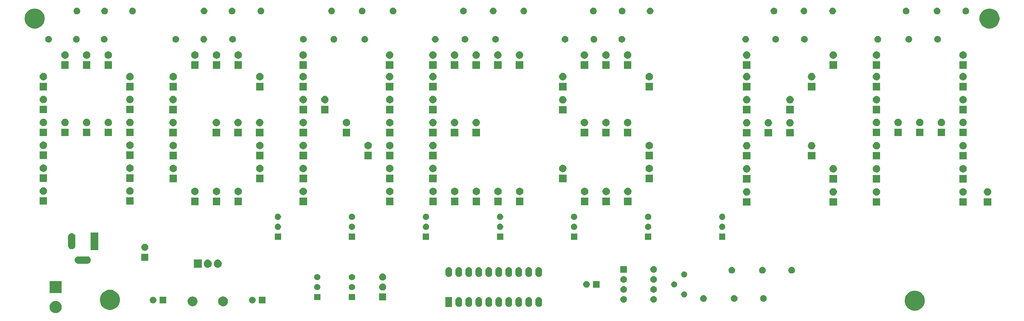
<source format=gbr>
G04 #@! TF.GenerationSoftware,KiCad,Pcbnew,5.1.4-e60b266~84~ubuntu16.04.1*
G04 #@! TF.CreationDate,2019-09-30T00:16:05+07:00*
G04 #@! TF.ProjectId,led_agn,6c65645f-6167-46e2-9e6b-696361645f70,1.0*
G04 #@! TF.SameCoordinates,Original*
G04 #@! TF.FileFunction,Soldermask,Top*
G04 #@! TF.FilePolarity,Negative*
%FSLAX46Y46*%
G04 Gerber Fmt 4.6, Leading zero omitted, Abs format (unit mm)*
G04 Created by KiCad (PCBNEW 5.1.4-e60b266~84~ubuntu16.04.1) date 2019-09-30 00:16:05*
%MOMM*%
%LPD*%
G04 APERTURE LIST*
%ADD10C,0.100000*%
G04 APERTURE END LIST*
D10*
G36*
X32491985Y-100519502D02*
G01*
X32641810Y-100549304D01*
X32924074Y-100666221D01*
X33178105Y-100835959D01*
X33394141Y-101051995D01*
X33563879Y-101306026D01*
X33680796Y-101588290D01*
X33699759Y-101683622D01*
X33728080Y-101826000D01*
X33740400Y-101887940D01*
X33740400Y-102193460D01*
X33680796Y-102493110D01*
X33563879Y-102775374D01*
X33394141Y-103029405D01*
X33178105Y-103245441D01*
X32924074Y-103415179D01*
X32641810Y-103532096D01*
X32491985Y-103561898D01*
X32342161Y-103591700D01*
X32036639Y-103591700D01*
X31886815Y-103561898D01*
X31736990Y-103532096D01*
X31454726Y-103415179D01*
X31200695Y-103245441D01*
X30984659Y-103029405D01*
X30814921Y-102775374D01*
X30698004Y-102493110D01*
X30638400Y-102193460D01*
X30638400Y-101887940D01*
X30650721Y-101826000D01*
X30679041Y-101683622D01*
X30698004Y-101588290D01*
X30814921Y-101306026D01*
X30984659Y-101051995D01*
X31200695Y-100835959D01*
X31454726Y-100666221D01*
X31736990Y-100549304D01*
X31886815Y-100519502D01*
X32036639Y-100489700D01*
X32342161Y-100489700D01*
X32491985Y-100519502D01*
X32491985Y-100519502D01*
G37*
G36*
X251288898Y-97947433D02*
G01*
X251700317Y-98117848D01*
X251753152Y-98139733D01*
X252170968Y-98418909D01*
X252526291Y-98774232D01*
X252805467Y-99192048D01*
X252805468Y-99192050D01*
X252997767Y-99656302D01*
X253095800Y-100149147D01*
X253095800Y-100651653D01*
X252997767Y-101144498D01*
X252831163Y-101546716D01*
X252805467Y-101608752D01*
X252526291Y-102026568D01*
X252170968Y-102381891D01*
X251753152Y-102661067D01*
X251753151Y-102661068D01*
X251753150Y-102661068D01*
X251288898Y-102853367D01*
X250796053Y-102951400D01*
X250293547Y-102951400D01*
X249800702Y-102853367D01*
X249336450Y-102661068D01*
X249336449Y-102661068D01*
X249336448Y-102661067D01*
X248918632Y-102381891D01*
X248563309Y-102026568D01*
X248284133Y-101608752D01*
X248258437Y-101546716D01*
X248091833Y-101144498D01*
X247993800Y-100651653D01*
X247993800Y-100149147D01*
X248091833Y-99656302D01*
X248284132Y-99192050D01*
X248284133Y-99192048D01*
X248563309Y-98774232D01*
X248918632Y-98418909D01*
X249336448Y-98139733D01*
X249389283Y-98117848D01*
X249800702Y-97947433D01*
X250293547Y-97849400D01*
X250796053Y-97849400D01*
X251288898Y-97947433D01*
X251288898Y-97947433D01*
G37*
G36*
X46718098Y-97750033D02*
G01*
X47182350Y-97942332D01*
X47182352Y-97942333D01*
X47600168Y-98221509D01*
X47955491Y-98576832D01*
X48156082Y-98877038D01*
X48234668Y-98994650D01*
X48426967Y-99458902D01*
X48525000Y-99951747D01*
X48525000Y-100454253D01*
X48426967Y-100947098D01*
X48273822Y-101316823D01*
X48234667Y-101411352D01*
X47955491Y-101829168D01*
X47600168Y-102184491D01*
X47182352Y-102463667D01*
X47182351Y-102463668D01*
X47182350Y-102463668D01*
X46718098Y-102655967D01*
X46225253Y-102754000D01*
X45722747Y-102754000D01*
X45229902Y-102655967D01*
X44765650Y-102463668D01*
X44765649Y-102463668D01*
X44765648Y-102463667D01*
X44347832Y-102184491D01*
X43992509Y-101829168D01*
X43713333Y-101411352D01*
X43674178Y-101316823D01*
X43521033Y-100947098D01*
X43423000Y-100454253D01*
X43423000Y-99951747D01*
X43521033Y-99458902D01*
X43713332Y-98994650D01*
X43791918Y-98877038D01*
X43992509Y-98576832D01*
X44347832Y-98221509D01*
X44765648Y-97942333D01*
X44765650Y-97942332D01*
X45229902Y-97750033D01*
X45722747Y-97652000D01*
X46225253Y-97652000D01*
X46718098Y-97750033D01*
X46718098Y-97750033D01*
G37*
G36*
X139898822Y-99511313D02*
G01*
X140059241Y-99559976D01*
X140207077Y-99638995D01*
X140321035Y-99732519D01*
X140336659Y-99745341D01*
X140443004Y-99874922D01*
X140443005Y-99874924D01*
X140522024Y-100022758D01*
X140570687Y-100183177D01*
X140583000Y-100308196D01*
X140583000Y-101191803D01*
X140570687Y-101316822D01*
X140522024Y-101477242D01*
X140462667Y-101588291D01*
X140443004Y-101625078D01*
X140336659Y-101754659D01*
X140207078Y-101861004D01*
X140207076Y-101861005D01*
X140059242Y-101940024D01*
X139898823Y-101988687D01*
X139732000Y-102005117D01*
X139565178Y-101988687D01*
X139404759Y-101940024D01*
X139256925Y-101861005D01*
X139256923Y-101861004D01*
X139127342Y-101754659D01*
X139020997Y-101625078D01*
X139001334Y-101588291D01*
X138941977Y-101477242D01*
X138893314Y-101316823D01*
X138881000Y-101191803D01*
X138881000Y-100308197D01*
X138893313Y-100183178D01*
X138941976Y-100022759D01*
X139020995Y-99874923D01*
X139127341Y-99745341D01*
X139142965Y-99732519D01*
X139256922Y-99638996D01*
X139272094Y-99630886D01*
X139404758Y-99559976D01*
X139565177Y-99511313D01*
X139732000Y-99494883D01*
X139898822Y-99511313D01*
X139898822Y-99511313D01*
G37*
G36*
X134818822Y-99511313D02*
G01*
X134979241Y-99559976D01*
X135127077Y-99638995D01*
X135241035Y-99732519D01*
X135256659Y-99745341D01*
X135363004Y-99874922D01*
X135363005Y-99874924D01*
X135442024Y-100022758D01*
X135490687Y-100183177D01*
X135503000Y-100308196D01*
X135503000Y-101191803D01*
X135490687Y-101316822D01*
X135442024Y-101477242D01*
X135382667Y-101588291D01*
X135363004Y-101625078D01*
X135256659Y-101754659D01*
X135127078Y-101861004D01*
X135127076Y-101861005D01*
X134979242Y-101940024D01*
X134818823Y-101988687D01*
X134652000Y-102005117D01*
X134485178Y-101988687D01*
X134324759Y-101940024D01*
X134176925Y-101861005D01*
X134176923Y-101861004D01*
X134047342Y-101754659D01*
X133940997Y-101625078D01*
X133921334Y-101588291D01*
X133861977Y-101477242D01*
X133813314Y-101316823D01*
X133801000Y-101191803D01*
X133801000Y-100308197D01*
X133813313Y-100183178D01*
X133861976Y-100022759D01*
X133940995Y-99874923D01*
X134047341Y-99745341D01*
X134062965Y-99732519D01*
X134176922Y-99638996D01*
X134192094Y-99630886D01*
X134324758Y-99559976D01*
X134485177Y-99511313D01*
X134652000Y-99494883D01*
X134818822Y-99511313D01*
X134818822Y-99511313D01*
G37*
G36*
X155138822Y-99511313D02*
G01*
X155299241Y-99559976D01*
X155447077Y-99638995D01*
X155561035Y-99732519D01*
X155576659Y-99745341D01*
X155683004Y-99874922D01*
X155683005Y-99874924D01*
X155762024Y-100022758D01*
X155810687Y-100183177D01*
X155823000Y-100308196D01*
X155823000Y-101191803D01*
X155810687Y-101316822D01*
X155762024Y-101477242D01*
X155702667Y-101588291D01*
X155683004Y-101625078D01*
X155576659Y-101754659D01*
X155447078Y-101861004D01*
X155447076Y-101861005D01*
X155299242Y-101940024D01*
X155138823Y-101988687D01*
X154972000Y-102005117D01*
X154805178Y-101988687D01*
X154644759Y-101940024D01*
X154496925Y-101861005D01*
X154496923Y-101861004D01*
X154367342Y-101754659D01*
X154260997Y-101625078D01*
X154241334Y-101588291D01*
X154181977Y-101477242D01*
X154133314Y-101316823D01*
X154121000Y-101191803D01*
X154121000Y-100308197D01*
X154133313Y-100183178D01*
X154181976Y-100022759D01*
X154260995Y-99874923D01*
X154367341Y-99745341D01*
X154382965Y-99732519D01*
X154496922Y-99638996D01*
X154512094Y-99630886D01*
X154644758Y-99559976D01*
X154805177Y-99511313D01*
X154972000Y-99494883D01*
X155138822Y-99511313D01*
X155138822Y-99511313D01*
G37*
G36*
X152598822Y-99511313D02*
G01*
X152759241Y-99559976D01*
X152907077Y-99638995D01*
X153021035Y-99732519D01*
X153036659Y-99745341D01*
X153143004Y-99874922D01*
X153143005Y-99874924D01*
X153222024Y-100022758D01*
X153270687Y-100183177D01*
X153283000Y-100308196D01*
X153283000Y-101191803D01*
X153270687Y-101316822D01*
X153222024Y-101477242D01*
X153162667Y-101588291D01*
X153143004Y-101625078D01*
X153036659Y-101754659D01*
X152907078Y-101861004D01*
X152907076Y-101861005D01*
X152759242Y-101940024D01*
X152598823Y-101988687D01*
X152432000Y-102005117D01*
X152265178Y-101988687D01*
X152104759Y-101940024D01*
X151956925Y-101861005D01*
X151956923Y-101861004D01*
X151827342Y-101754659D01*
X151720997Y-101625078D01*
X151701334Y-101588291D01*
X151641977Y-101477242D01*
X151593314Y-101316823D01*
X151581000Y-101191803D01*
X151581000Y-100308197D01*
X151593313Y-100183178D01*
X151641976Y-100022759D01*
X151720995Y-99874923D01*
X151827341Y-99745341D01*
X151842965Y-99732519D01*
X151956922Y-99638996D01*
X151972094Y-99630886D01*
X152104758Y-99559976D01*
X152265177Y-99511313D01*
X152432000Y-99494883D01*
X152598822Y-99511313D01*
X152598822Y-99511313D01*
G37*
G36*
X150058822Y-99511313D02*
G01*
X150219241Y-99559976D01*
X150367077Y-99638995D01*
X150481035Y-99732519D01*
X150496659Y-99745341D01*
X150603004Y-99874922D01*
X150603005Y-99874924D01*
X150682024Y-100022758D01*
X150730687Y-100183177D01*
X150743000Y-100308196D01*
X150743000Y-101191803D01*
X150730687Y-101316822D01*
X150682024Y-101477242D01*
X150622667Y-101588291D01*
X150603004Y-101625078D01*
X150496659Y-101754659D01*
X150367078Y-101861004D01*
X150367076Y-101861005D01*
X150219242Y-101940024D01*
X150058823Y-101988687D01*
X149892000Y-102005117D01*
X149725178Y-101988687D01*
X149564759Y-101940024D01*
X149416925Y-101861005D01*
X149416923Y-101861004D01*
X149287342Y-101754659D01*
X149180997Y-101625078D01*
X149161334Y-101588291D01*
X149101977Y-101477242D01*
X149053314Y-101316823D01*
X149041000Y-101191803D01*
X149041000Y-100308197D01*
X149053313Y-100183178D01*
X149101976Y-100022759D01*
X149180995Y-99874923D01*
X149287341Y-99745341D01*
X149302965Y-99732519D01*
X149416922Y-99638996D01*
X149432094Y-99630886D01*
X149564758Y-99559976D01*
X149725177Y-99511313D01*
X149892000Y-99494883D01*
X150058822Y-99511313D01*
X150058822Y-99511313D01*
G37*
G36*
X147518822Y-99511313D02*
G01*
X147679241Y-99559976D01*
X147827077Y-99638995D01*
X147941035Y-99732519D01*
X147956659Y-99745341D01*
X148063004Y-99874922D01*
X148063005Y-99874924D01*
X148142024Y-100022758D01*
X148190687Y-100183177D01*
X148203000Y-100308196D01*
X148203000Y-101191803D01*
X148190687Y-101316822D01*
X148142024Y-101477242D01*
X148082667Y-101588291D01*
X148063004Y-101625078D01*
X147956659Y-101754659D01*
X147827078Y-101861004D01*
X147827076Y-101861005D01*
X147679242Y-101940024D01*
X147518823Y-101988687D01*
X147352000Y-102005117D01*
X147185178Y-101988687D01*
X147024759Y-101940024D01*
X146876925Y-101861005D01*
X146876923Y-101861004D01*
X146747342Y-101754659D01*
X146640997Y-101625078D01*
X146621334Y-101588291D01*
X146561977Y-101477242D01*
X146513314Y-101316823D01*
X146501000Y-101191803D01*
X146501000Y-100308197D01*
X146513313Y-100183178D01*
X146561976Y-100022759D01*
X146640995Y-99874923D01*
X146747341Y-99745341D01*
X146762965Y-99732519D01*
X146876922Y-99638996D01*
X146892094Y-99630886D01*
X147024758Y-99559976D01*
X147185177Y-99511313D01*
X147352000Y-99494883D01*
X147518822Y-99511313D01*
X147518822Y-99511313D01*
G37*
G36*
X144978822Y-99511313D02*
G01*
X145139241Y-99559976D01*
X145287077Y-99638995D01*
X145401035Y-99732519D01*
X145416659Y-99745341D01*
X145523004Y-99874922D01*
X145523005Y-99874924D01*
X145602024Y-100022758D01*
X145650687Y-100183177D01*
X145663000Y-100308196D01*
X145663000Y-101191803D01*
X145650687Y-101316822D01*
X145602024Y-101477242D01*
X145542667Y-101588291D01*
X145523004Y-101625078D01*
X145416659Y-101754659D01*
X145287078Y-101861004D01*
X145287076Y-101861005D01*
X145139242Y-101940024D01*
X144978823Y-101988687D01*
X144812000Y-102005117D01*
X144645178Y-101988687D01*
X144484759Y-101940024D01*
X144336925Y-101861005D01*
X144336923Y-101861004D01*
X144207342Y-101754659D01*
X144100997Y-101625078D01*
X144081334Y-101588291D01*
X144021977Y-101477242D01*
X143973314Y-101316823D01*
X143961000Y-101191803D01*
X143961000Y-100308197D01*
X143973313Y-100183178D01*
X144021976Y-100022759D01*
X144100995Y-99874923D01*
X144207341Y-99745341D01*
X144222965Y-99732519D01*
X144336922Y-99638996D01*
X144352094Y-99630886D01*
X144484758Y-99559976D01*
X144645177Y-99511313D01*
X144812000Y-99494883D01*
X144978822Y-99511313D01*
X144978822Y-99511313D01*
G37*
G36*
X142438822Y-99511313D02*
G01*
X142599241Y-99559976D01*
X142747077Y-99638995D01*
X142861035Y-99732519D01*
X142876659Y-99745341D01*
X142983004Y-99874922D01*
X142983005Y-99874924D01*
X143062024Y-100022758D01*
X143110687Y-100183177D01*
X143123000Y-100308196D01*
X143123000Y-101191803D01*
X143110687Y-101316822D01*
X143062024Y-101477242D01*
X143002667Y-101588291D01*
X142983004Y-101625078D01*
X142876659Y-101754659D01*
X142747078Y-101861004D01*
X142747076Y-101861005D01*
X142599242Y-101940024D01*
X142438823Y-101988687D01*
X142272000Y-102005117D01*
X142105178Y-101988687D01*
X141944759Y-101940024D01*
X141796925Y-101861005D01*
X141796923Y-101861004D01*
X141667342Y-101754659D01*
X141560997Y-101625078D01*
X141541334Y-101588291D01*
X141481977Y-101477242D01*
X141433314Y-101316823D01*
X141421000Y-101191803D01*
X141421000Y-100308197D01*
X141433313Y-100183178D01*
X141481976Y-100022759D01*
X141560995Y-99874923D01*
X141667341Y-99745341D01*
X141682965Y-99732519D01*
X141796922Y-99638996D01*
X141812094Y-99630886D01*
X141944758Y-99559976D01*
X142105177Y-99511313D01*
X142272000Y-99494883D01*
X142438822Y-99511313D01*
X142438822Y-99511313D01*
G37*
G36*
X137358822Y-99511313D02*
G01*
X137519241Y-99559976D01*
X137667077Y-99638995D01*
X137781035Y-99732519D01*
X137796659Y-99745341D01*
X137903004Y-99874922D01*
X137903005Y-99874924D01*
X137982024Y-100022758D01*
X138030687Y-100183177D01*
X138043000Y-100308196D01*
X138043000Y-101191803D01*
X138030687Y-101316822D01*
X137982024Y-101477242D01*
X137922667Y-101588291D01*
X137903004Y-101625078D01*
X137796659Y-101754659D01*
X137667078Y-101861004D01*
X137667076Y-101861005D01*
X137519242Y-101940024D01*
X137358823Y-101988687D01*
X137192000Y-102005117D01*
X137025178Y-101988687D01*
X136864759Y-101940024D01*
X136716925Y-101861005D01*
X136716923Y-101861004D01*
X136587342Y-101754659D01*
X136480997Y-101625078D01*
X136461334Y-101588291D01*
X136401977Y-101477242D01*
X136353314Y-101316823D01*
X136341000Y-101191803D01*
X136341000Y-100308197D01*
X136353313Y-100183178D01*
X136401976Y-100022759D01*
X136480995Y-99874923D01*
X136587341Y-99745341D01*
X136602965Y-99732519D01*
X136716922Y-99638996D01*
X136732094Y-99630886D01*
X136864758Y-99559976D01*
X137025177Y-99511313D01*
X137192000Y-99494883D01*
X137358822Y-99511313D01*
X137358822Y-99511313D01*
G37*
G36*
X132963000Y-102001000D02*
G01*
X131261000Y-102001000D01*
X131261000Y-99499000D01*
X132963000Y-99499000D01*
X132963000Y-102001000D01*
X132963000Y-102001000D01*
G37*
G36*
X75104303Y-99372075D02*
G01*
X75313923Y-99458902D01*
X75331971Y-99466378D01*
X75536866Y-99603285D01*
X75711115Y-99777534D01*
X75848022Y-99982429D01*
X75848023Y-99982431D01*
X75942325Y-100210097D01*
X75990400Y-100451786D01*
X75990400Y-100698214D01*
X75956006Y-100871124D01*
X75942325Y-100939903D01*
X75848022Y-101167571D01*
X75711115Y-101372466D01*
X75536866Y-101546715D01*
X75331971Y-101683622D01*
X75331970Y-101683623D01*
X75331969Y-101683623D01*
X75104303Y-101777925D01*
X74862614Y-101826000D01*
X74616186Y-101826000D01*
X74374497Y-101777925D01*
X74146831Y-101683623D01*
X74146830Y-101683623D01*
X74146829Y-101683622D01*
X73941934Y-101546715D01*
X73767685Y-101372466D01*
X73630778Y-101167571D01*
X73536475Y-100939903D01*
X73522794Y-100871124D01*
X73488400Y-100698214D01*
X73488400Y-100451786D01*
X73536475Y-100210097D01*
X73630777Y-99982431D01*
X73630778Y-99982429D01*
X73767685Y-99777534D01*
X73941934Y-99603285D01*
X74146829Y-99466378D01*
X74164878Y-99458902D01*
X74374497Y-99372075D01*
X74616186Y-99324000D01*
X74862614Y-99324000D01*
X75104303Y-99372075D01*
X75104303Y-99372075D01*
G37*
G36*
X67354303Y-99372075D02*
G01*
X67563923Y-99458902D01*
X67581971Y-99466378D01*
X67786866Y-99603285D01*
X67961115Y-99777534D01*
X68098022Y-99982429D01*
X68098023Y-99982431D01*
X68192325Y-100210097D01*
X68240400Y-100451786D01*
X68240400Y-100698214D01*
X68206006Y-100871124D01*
X68192325Y-100939903D01*
X68098022Y-101167571D01*
X67961115Y-101372466D01*
X67786866Y-101546715D01*
X67581971Y-101683622D01*
X67581970Y-101683623D01*
X67581969Y-101683623D01*
X67354303Y-101777925D01*
X67112614Y-101826000D01*
X66866186Y-101826000D01*
X66624497Y-101777925D01*
X66396831Y-101683623D01*
X66396830Y-101683623D01*
X66396829Y-101683622D01*
X66191934Y-101546715D01*
X66017685Y-101372466D01*
X65880778Y-101167571D01*
X65786475Y-100939903D01*
X65772794Y-100871124D01*
X65738400Y-100698214D01*
X65738400Y-100451786D01*
X65786475Y-100210097D01*
X65880777Y-99982431D01*
X65880778Y-99982429D01*
X66017685Y-99777534D01*
X66191934Y-99603285D01*
X66396829Y-99466378D01*
X66414878Y-99458902D01*
X66624497Y-99372075D01*
X66866186Y-99324000D01*
X67112614Y-99324000D01*
X67354303Y-99372075D01*
X67354303Y-99372075D01*
G37*
G36*
X60302500Y-101126000D02*
G01*
X58600500Y-101126000D01*
X58600500Y-99424000D01*
X60302500Y-99424000D01*
X60302500Y-101126000D01*
X60302500Y-101126000D01*
G37*
G36*
X85538600Y-101126000D02*
G01*
X83836600Y-101126000D01*
X83836600Y-99424000D01*
X85538600Y-99424000D01*
X85538600Y-101126000D01*
X85538600Y-101126000D01*
G37*
G36*
X57199728Y-99456703D02*
G01*
X57354600Y-99520853D01*
X57493981Y-99613985D01*
X57612515Y-99732519D01*
X57705647Y-99871900D01*
X57769797Y-100026772D01*
X57802500Y-100191184D01*
X57802500Y-100358816D01*
X57769797Y-100523228D01*
X57705647Y-100678100D01*
X57612515Y-100817481D01*
X57493981Y-100936015D01*
X57354600Y-101029147D01*
X57199728Y-101093297D01*
X57035316Y-101126000D01*
X56867684Y-101126000D01*
X56703272Y-101093297D01*
X56548400Y-101029147D01*
X56409019Y-100936015D01*
X56290485Y-100817481D01*
X56197353Y-100678100D01*
X56133203Y-100523228D01*
X56100500Y-100358816D01*
X56100500Y-100191184D01*
X56133203Y-100026772D01*
X56197353Y-99871900D01*
X56290485Y-99732519D01*
X56409019Y-99613985D01*
X56548400Y-99520853D01*
X56703272Y-99456703D01*
X56867684Y-99424000D01*
X57035316Y-99424000D01*
X57199728Y-99456703D01*
X57199728Y-99456703D01*
G37*
G36*
X82435828Y-99456703D02*
G01*
X82590700Y-99520853D01*
X82730081Y-99613985D01*
X82848615Y-99732519D01*
X82941747Y-99871900D01*
X83005897Y-100026772D01*
X83038600Y-100191184D01*
X83038600Y-100358816D01*
X83005897Y-100523228D01*
X82941747Y-100678100D01*
X82848615Y-100817481D01*
X82730081Y-100936015D01*
X82590700Y-101029147D01*
X82435828Y-101093297D01*
X82271416Y-101126000D01*
X82103784Y-101126000D01*
X81939372Y-101093297D01*
X81784500Y-101029147D01*
X81645119Y-100936015D01*
X81526585Y-100817481D01*
X81433453Y-100678100D01*
X81369303Y-100523228D01*
X81336600Y-100358816D01*
X81336600Y-100191184D01*
X81369303Y-100026772D01*
X81433453Y-99871900D01*
X81526585Y-99732519D01*
X81645119Y-99613985D01*
X81784500Y-99520853D01*
X81939372Y-99456703D01*
X82103784Y-99424000D01*
X82271416Y-99424000D01*
X82435828Y-99456703D01*
X82435828Y-99456703D01*
G37*
G36*
X184343823Y-99242413D02*
G01*
X184504242Y-99291076D01*
X184565838Y-99324000D01*
X184652078Y-99370096D01*
X184781659Y-99476441D01*
X184888004Y-99606022D01*
X184888005Y-99606024D01*
X184967024Y-99753858D01*
X185015687Y-99914277D01*
X185032117Y-100081100D01*
X185015687Y-100247923D01*
X184967024Y-100408342D01*
X184896114Y-100541006D01*
X184888004Y-100556178D01*
X184781659Y-100685759D01*
X184652078Y-100792104D01*
X184652076Y-100792105D01*
X184504242Y-100871124D01*
X184343823Y-100919787D01*
X184218804Y-100932100D01*
X184135196Y-100932100D01*
X184010177Y-100919787D01*
X183849758Y-100871124D01*
X183701924Y-100792105D01*
X183701922Y-100792104D01*
X183572341Y-100685759D01*
X183465996Y-100556178D01*
X183457886Y-100541006D01*
X183386976Y-100408342D01*
X183338313Y-100247923D01*
X183321883Y-100081100D01*
X183338313Y-99914277D01*
X183386976Y-99753858D01*
X183465995Y-99606024D01*
X183465996Y-99606022D01*
X183572341Y-99476441D01*
X183701922Y-99370096D01*
X183788162Y-99324000D01*
X183849758Y-99291076D01*
X184010177Y-99242413D01*
X184135196Y-99230100D01*
X184218804Y-99230100D01*
X184343823Y-99242413D01*
X184343823Y-99242413D01*
G37*
G36*
X176723823Y-99242413D02*
G01*
X176884242Y-99291076D01*
X176945838Y-99324000D01*
X177032078Y-99370096D01*
X177161659Y-99476441D01*
X177268004Y-99606022D01*
X177268005Y-99606024D01*
X177347024Y-99753858D01*
X177395687Y-99914277D01*
X177412117Y-100081100D01*
X177395687Y-100247923D01*
X177347024Y-100408342D01*
X177276114Y-100541006D01*
X177268004Y-100556178D01*
X177161659Y-100685759D01*
X177032078Y-100792104D01*
X177032076Y-100792105D01*
X176884242Y-100871124D01*
X176723823Y-100919787D01*
X176598804Y-100932100D01*
X176515196Y-100932100D01*
X176390177Y-100919787D01*
X176229758Y-100871124D01*
X176081924Y-100792105D01*
X176081922Y-100792104D01*
X175952341Y-100685759D01*
X175845996Y-100556178D01*
X175837886Y-100541006D01*
X175766976Y-100408342D01*
X175718313Y-100247923D01*
X175701883Y-100081100D01*
X175718313Y-99914277D01*
X175766976Y-99753858D01*
X175845995Y-99606024D01*
X175845996Y-99606022D01*
X175952341Y-99476441D01*
X176081922Y-99370096D01*
X176168162Y-99324000D01*
X176229758Y-99291076D01*
X176390177Y-99242413D01*
X176515196Y-99230100D01*
X176598804Y-99230100D01*
X176723823Y-99242413D01*
X176723823Y-99242413D01*
G37*
G36*
X197012618Y-99014518D02*
G01*
X197173037Y-99063181D01*
X197305701Y-99134091D01*
X197320873Y-99142201D01*
X197450454Y-99248546D01*
X197556799Y-99378127D01*
X197556800Y-99378129D01*
X197635819Y-99525963D01*
X197684482Y-99686382D01*
X197700912Y-99853205D01*
X197684482Y-100020028D01*
X197635819Y-100180447D01*
X197576674Y-100291100D01*
X197556799Y-100328283D01*
X197450454Y-100457864D01*
X197320873Y-100564209D01*
X197320871Y-100564210D01*
X197173037Y-100643229D01*
X197012618Y-100691892D01*
X196887599Y-100704205D01*
X196803991Y-100704205D01*
X196678972Y-100691892D01*
X196518553Y-100643229D01*
X196370719Y-100564210D01*
X196370717Y-100564209D01*
X196241136Y-100457864D01*
X196134791Y-100328283D01*
X196114916Y-100291100D01*
X196055771Y-100180447D01*
X196007108Y-100020028D01*
X195990678Y-99853205D01*
X196007108Y-99686382D01*
X196055771Y-99525963D01*
X196134790Y-99378129D01*
X196134791Y-99378127D01*
X196241136Y-99248546D01*
X196370717Y-99142201D01*
X196385889Y-99134091D01*
X196518553Y-99063181D01*
X196678972Y-99014518D01*
X196803991Y-99002205D01*
X196887599Y-99002205D01*
X197012618Y-99014518D01*
X197012618Y-99014518D01*
G37*
G36*
X204891228Y-99034903D02*
G01*
X205046100Y-99099053D01*
X205185481Y-99192185D01*
X205304015Y-99310719D01*
X205397147Y-99450100D01*
X205461297Y-99604972D01*
X205494000Y-99769384D01*
X205494000Y-99937016D01*
X205461297Y-100101428D01*
X205397147Y-100256300D01*
X205304015Y-100395681D01*
X205185481Y-100514215D01*
X205046100Y-100607347D01*
X204891228Y-100671497D01*
X204726816Y-100704200D01*
X204559184Y-100704200D01*
X204394772Y-100671497D01*
X204239900Y-100607347D01*
X204100519Y-100514215D01*
X203981985Y-100395681D01*
X203888853Y-100256300D01*
X203824703Y-100101428D01*
X203792000Y-99937016D01*
X203792000Y-99769384D01*
X203824703Y-99604972D01*
X203888853Y-99450100D01*
X203981985Y-99310719D01*
X204100519Y-99192185D01*
X204239900Y-99099053D01*
X204394772Y-99034903D01*
X204559184Y-99002200D01*
X204726816Y-99002200D01*
X204891228Y-99034903D01*
X204891228Y-99034903D01*
G37*
G36*
X212329228Y-99034903D02*
G01*
X212484100Y-99099053D01*
X212623481Y-99192185D01*
X212742015Y-99310719D01*
X212835147Y-99450100D01*
X212899297Y-99604972D01*
X212932000Y-99769384D01*
X212932000Y-99937016D01*
X212899297Y-100101428D01*
X212835147Y-100256300D01*
X212742015Y-100395681D01*
X212623481Y-100514215D01*
X212484100Y-100607347D01*
X212329228Y-100671497D01*
X212164816Y-100704200D01*
X211997184Y-100704200D01*
X211832772Y-100671497D01*
X211677900Y-100607347D01*
X211538519Y-100514215D01*
X211419985Y-100395681D01*
X211326853Y-100256300D01*
X211262703Y-100101428D01*
X211230000Y-99937016D01*
X211230000Y-99769384D01*
X211262703Y-99604972D01*
X211326853Y-99450100D01*
X211419985Y-99310719D01*
X211538519Y-99192185D01*
X211677900Y-99099053D01*
X211832772Y-99034903D01*
X211997184Y-99002200D01*
X212164816Y-99002200D01*
X212329228Y-99034903D01*
X212329228Y-99034903D01*
G37*
G36*
X116205000Y-100376100D02*
G01*
X114403000Y-100376100D01*
X114403000Y-98574100D01*
X116205000Y-98574100D01*
X116205000Y-100376100D01*
X116205000Y-100376100D01*
G37*
G36*
X99478900Y-100291100D02*
G01*
X97876900Y-100291100D01*
X97876900Y-98689100D01*
X99478900Y-98689100D01*
X99478900Y-100291100D01*
X99478900Y-100291100D01*
G37*
G36*
X108294000Y-100291100D02*
G01*
X106692000Y-100291100D01*
X106692000Y-98689100D01*
X108294000Y-98689100D01*
X108294000Y-100291100D01*
X108294000Y-100291100D01*
G37*
G36*
X192045589Y-98039976D02*
G01*
X192144893Y-98059729D01*
X192285206Y-98117848D01*
X192411484Y-98202225D01*
X192518875Y-98309616D01*
X192603252Y-98435894D01*
X192661371Y-98576207D01*
X192691000Y-98725163D01*
X192691000Y-98877037D01*
X192661371Y-99025993D01*
X192603252Y-99166306D01*
X192518875Y-99292584D01*
X192411484Y-99399975D01*
X192285206Y-99484352D01*
X192144893Y-99542471D01*
X192056894Y-99559975D01*
X191995938Y-99572100D01*
X191844062Y-99572100D01*
X191783106Y-99559975D01*
X191695107Y-99542471D01*
X191554794Y-99484352D01*
X191428516Y-99399975D01*
X191321125Y-99292584D01*
X191236748Y-99166306D01*
X191178629Y-99025993D01*
X191149000Y-98877037D01*
X191149000Y-98725163D01*
X191178629Y-98576207D01*
X191236748Y-98435894D01*
X191321125Y-98309616D01*
X191428516Y-98202225D01*
X191554794Y-98117848D01*
X191695107Y-98059729D01*
X191794411Y-98039976D01*
X191844062Y-98030100D01*
X191995938Y-98030100D01*
X192045589Y-98039976D01*
X192045589Y-98039976D01*
G37*
G36*
X33740400Y-98511700D02*
G01*
X30638400Y-98511700D01*
X30638400Y-95409700D01*
X33740400Y-95409700D01*
X33740400Y-98511700D01*
X33740400Y-98511700D01*
G37*
G36*
X184343823Y-96702413D02*
G01*
X184504242Y-96751076D01*
X184602470Y-96803580D01*
X184652078Y-96830096D01*
X184781659Y-96936441D01*
X184888004Y-97066022D01*
X184888005Y-97066024D01*
X184967024Y-97213858D01*
X185015687Y-97374277D01*
X185032117Y-97541100D01*
X185015687Y-97707923D01*
X184967024Y-97868342D01*
X184927475Y-97942332D01*
X184888004Y-98016178D01*
X184781659Y-98145759D01*
X184652078Y-98252104D01*
X184652076Y-98252105D01*
X184504242Y-98331124D01*
X184343823Y-98379787D01*
X184218804Y-98392100D01*
X184135196Y-98392100D01*
X184010177Y-98379787D01*
X183849758Y-98331124D01*
X183701924Y-98252105D01*
X183701922Y-98252104D01*
X183572341Y-98145759D01*
X183465996Y-98016178D01*
X183426525Y-97942332D01*
X183386976Y-97868342D01*
X183338313Y-97707923D01*
X183321883Y-97541100D01*
X183338313Y-97374277D01*
X183386976Y-97213858D01*
X183465995Y-97066024D01*
X183465996Y-97066022D01*
X183572341Y-96936441D01*
X183701922Y-96830096D01*
X183751530Y-96803580D01*
X183849758Y-96751076D01*
X184010177Y-96702413D01*
X184135196Y-96690100D01*
X184218804Y-96690100D01*
X184343823Y-96702413D01*
X184343823Y-96702413D01*
G37*
G36*
X176723823Y-96702413D02*
G01*
X176884242Y-96751076D01*
X176982470Y-96803580D01*
X177032078Y-96830096D01*
X177161659Y-96936441D01*
X177268004Y-97066022D01*
X177268005Y-97066024D01*
X177347024Y-97213858D01*
X177395687Y-97374277D01*
X177412117Y-97541100D01*
X177395687Y-97707923D01*
X177347024Y-97868342D01*
X177307475Y-97942332D01*
X177268004Y-98016178D01*
X177161659Y-98145759D01*
X177032078Y-98252104D01*
X177032076Y-98252105D01*
X176884242Y-98331124D01*
X176723823Y-98379787D01*
X176598804Y-98392100D01*
X176515196Y-98392100D01*
X176390177Y-98379787D01*
X176229758Y-98331124D01*
X176081924Y-98252105D01*
X176081922Y-98252104D01*
X175952341Y-98145759D01*
X175845996Y-98016178D01*
X175806525Y-97942332D01*
X175766976Y-97868342D01*
X175718313Y-97707923D01*
X175701883Y-97541100D01*
X175718313Y-97374277D01*
X175766976Y-97213858D01*
X175845995Y-97066024D01*
X175845996Y-97066022D01*
X175952341Y-96936441D01*
X176081922Y-96830096D01*
X176131530Y-96803580D01*
X176229758Y-96751076D01*
X176390177Y-96702413D01*
X176515196Y-96690100D01*
X176598804Y-96690100D01*
X176723823Y-96702413D01*
X176723823Y-96702413D01*
G37*
G36*
X115414443Y-96040619D02*
G01*
X115480627Y-96047137D01*
X115650466Y-96098657D01*
X115806991Y-96182322D01*
X115842729Y-96211652D01*
X115944186Y-96294914D01*
X116027448Y-96396371D01*
X116056778Y-96432109D01*
X116056779Y-96432111D01*
X116130849Y-96570684D01*
X116140443Y-96588634D01*
X116191963Y-96758473D01*
X116209359Y-96935100D01*
X116191963Y-97111727D01*
X116140443Y-97281566D01*
X116056778Y-97438091D01*
X116027448Y-97473829D01*
X115944186Y-97575286D01*
X115850708Y-97652000D01*
X115806991Y-97687878D01*
X115650466Y-97771543D01*
X115480627Y-97823063D01*
X115414443Y-97829581D01*
X115348260Y-97836100D01*
X115259740Y-97836100D01*
X115193557Y-97829581D01*
X115127373Y-97823063D01*
X114957534Y-97771543D01*
X114801009Y-97687878D01*
X114757292Y-97652000D01*
X114663814Y-97575286D01*
X114580552Y-97473829D01*
X114551222Y-97438091D01*
X114467557Y-97281566D01*
X114416037Y-97111727D01*
X114398641Y-96935100D01*
X114416037Y-96758473D01*
X114467557Y-96588634D01*
X114477152Y-96570684D01*
X114551221Y-96432111D01*
X114551222Y-96432109D01*
X114580552Y-96396371D01*
X114663814Y-96294914D01*
X114765271Y-96211652D01*
X114801009Y-96182322D01*
X114957534Y-96098657D01*
X115127373Y-96047137D01*
X115193558Y-96040618D01*
X115259740Y-96034100D01*
X115348260Y-96034100D01*
X115414443Y-96040619D01*
X115414443Y-96040619D01*
G37*
G36*
X98911542Y-96179881D02*
G01*
X99057314Y-96240262D01*
X99057316Y-96240263D01*
X99188508Y-96327922D01*
X99300078Y-96439492D01*
X99346741Y-96509329D01*
X99387738Y-96570686D01*
X99448119Y-96716458D01*
X99478900Y-96871207D01*
X99478900Y-97028993D01*
X99448119Y-97183742D01*
X99407598Y-97281568D01*
X99387737Y-97329516D01*
X99300078Y-97460708D01*
X99188508Y-97572278D01*
X99057316Y-97659937D01*
X99057315Y-97659938D01*
X99057314Y-97659938D01*
X98911542Y-97720319D01*
X98756793Y-97751100D01*
X98599007Y-97751100D01*
X98444258Y-97720319D01*
X98298486Y-97659938D01*
X98298485Y-97659938D01*
X98298484Y-97659937D01*
X98167292Y-97572278D01*
X98055722Y-97460708D01*
X97968063Y-97329516D01*
X97948202Y-97281568D01*
X97907681Y-97183742D01*
X97876900Y-97028993D01*
X97876900Y-96871207D01*
X97907681Y-96716458D01*
X97968062Y-96570686D01*
X98009059Y-96509329D01*
X98055722Y-96439492D01*
X98167292Y-96327922D01*
X98298484Y-96240263D01*
X98298486Y-96240262D01*
X98444258Y-96179881D01*
X98599007Y-96149100D01*
X98756793Y-96149100D01*
X98911542Y-96179881D01*
X98911542Y-96179881D01*
G37*
G36*
X107726642Y-96179881D02*
G01*
X107872414Y-96240262D01*
X107872416Y-96240263D01*
X108003608Y-96327922D01*
X108115178Y-96439492D01*
X108161841Y-96509329D01*
X108202838Y-96570686D01*
X108263219Y-96716458D01*
X108294000Y-96871207D01*
X108294000Y-97028993D01*
X108263219Y-97183742D01*
X108222698Y-97281568D01*
X108202837Y-97329516D01*
X108115178Y-97460708D01*
X108003608Y-97572278D01*
X107872416Y-97659937D01*
X107872415Y-97659938D01*
X107872414Y-97659938D01*
X107726642Y-97720319D01*
X107571893Y-97751100D01*
X107414107Y-97751100D01*
X107259358Y-97720319D01*
X107113586Y-97659938D01*
X107113585Y-97659938D01*
X107113584Y-97659937D01*
X106982392Y-97572278D01*
X106870822Y-97460708D01*
X106783163Y-97329516D01*
X106763302Y-97281568D01*
X106722781Y-97183742D01*
X106692000Y-97028993D01*
X106692000Y-96871207D01*
X106722781Y-96716458D01*
X106783162Y-96570686D01*
X106824159Y-96509329D01*
X106870822Y-96439492D01*
X106982392Y-96327922D01*
X107113584Y-96240263D01*
X107113586Y-96240262D01*
X107259358Y-96179881D01*
X107414107Y-96149100D01*
X107571893Y-96149100D01*
X107726642Y-96179881D01*
X107726642Y-96179881D01*
G37*
G36*
X167356228Y-95442803D02*
G01*
X167511100Y-95506953D01*
X167650481Y-95600085D01*
X167769015Y-95718619D01*
X167862147Y-95858000D01*
X167926297Y-96012872D01*
X167959000Y-96177284D01*
X167959000Y-96344916D01*
X167926297Y-96509328D01*
X167862147Y-96664200D01*
X167769015Y-96803581D01*
X167650481Y-96922115D01*
X167511100Y-97015247D01*
X167356228Y-97079397D01*
X167191816Y-97112100D01*
X167024184Y-97112100D01*
X166859772Y-97079397D01*
X166704900Y-97015247D01*
X166565519Y-96922115D01*
X166446985Y-96803581D01*
X166353853Y-96664200D01*
X166289703Y-96509328D01*
X166257000Y-96344916D01*
X166257000Y-96177284D01*
X166289703Y-96012872D01*
X166353853Y-95858000D01*
X166446985Y-95718619D01*
X166565519Y-95600085D01*
X166704900Y-95506953D01*
X166859772Y-95442803D01*
X167024184Y-95410100D01*
X167191816Y-95410100D01*
X167356228Y-95442803D01*
X167356228Y-95442803D01*
G37*
G36*
X170459000Y-97112100D02*
G01*
X168757000Y-97112100D01*
X168757000Y-95410100D01*
X170459000Y-95410100D01*
X170459000Y-97112100D01*
X170459000Y-97112100D01*
G37*
G36*
X189505589Y-95499976D02*
G01*
X189604893Y-95519729D01*
X189745206Y-95577848D01*
X189871484Y-95662225D01*
X189978875Y-95769616D01*
X190063252Y-95895894D01*
X190121371Y-96036207D01*
X190121371Y-96036209D01*
X190149950Y-96179881D01*
X190151000Y-96185163D01*
X190151000Y-96337037D01*
X190121371Y-96485993D01*
X190063252Y-96626306D01*
X189978875Y-96752584D01*
X189871484Y-96859975D01*
X189745206Y-96944352D01*
X189604893Y-97002471D01*
X189540663Y-97015247D01*
X189455938Y-97032100D01*
X189304062Y-97032100D01*
X189219337Y-97015247D01*
X189155107Y-97002471D01*
X189014794Y-96944352D01*
X188888516Y-96859975D01*
X188781125Y-96752584D01*
X188696748Y-96626306D01*
X188638629Y-96485993D01*
X188609000Y-96337037D01*
X188609000Y-96185163D01*
X188610051Y-96179881D01*
X188638629Y-96036209D01*
X188638629Y-96036207D01*
X188696748Y-95895894D01*
X188781125Y-95769616D01*
X188888516Y-95662225D01*
X189014794Y-95577848D01*
X189155107Y-95519729D01*
X189254411Y-95499976D01*
X189304062Y-95490100D01*
X189455938Y-95490100D01*
X189505589Y-95499976D01*
X189505589Y-95499976D01*
G37*
G36*
X184343823Y-94162413D02*
G01*
X184504242Y-94211076D01*
X184560233Y-94241004D01*
X184652078Y-94290096D01*
X184781659Y-94396441D01*
X184888004Y-94526022D01*
X184888005Y-94526024D01*
X184967024Y-94673858D01*
X185015687Y-94834277D01*
X185032117Y-95001100D01*
X185015687Y-95167923D01*
X184967024Y-95328342D01*
X184923537Y-95409700D01*
X184888004Y-95476178D01*
X184781659Y-95605759D01*
X184652078Y-95712104D01*
X184652076Y-95712105D01*
X184504242Y-95791124D01*
X184343823Y-95839787D01*
X184218804Y-95852100D01*
X184135196Y-95852100D01*
X184010177Y-95839787D01*
X183849758Y-95791124D01*
X183701924Y-95712105D01*
X183701922Y-95712104D01*
X183572341Y-95605759D01*
X183465996Y-95476178D01*
X183430463Y-95409700D01*
X183386976Y-95328342D01*
X183338313Y-95167923D01*
X183321883Y-95001100D01*
X183338313Y-94834277D01*
X183386976Y-94673858D01*
X183465995Y-94526024D01*
X183465996Y-94526022D01*
X183572341Y-94396441D01*
X183701922Y-94290096D01*
X183793767Y-94241004D01*
X183849758Y-94211076D01*
X184010177Y-94162413D01*
X184135196Y-94150100D01*
X184218804Y-94150100D01*
X184343823Y-94162413D01*
X184343823Y-94162413D01*
G37*
G36*
X176723823Y-94162413D02*
G01*
X176884242Y-94211076D01*
X176940233Y-94241004D01*
X177032078Y-94290096D01*
X177161659Y-94396441D01*
X177268004Y-94526022D01*
X177268005Y-94526024D01*
X177347024Y-94673858D01*
X177395687Y-94834277D01*
X177412117Y-95001100D01*
X177395687Y-95167923D01*
X177347024Y-95328342D01*
X177303537Y-95409700D01*
X177268004Y-95476178D01*
X177161659Y-95605759D01*
X177032078Y-95712104D01*
X177032076Y-95712105D01*
X176884242Y-95791124D01*
X176723823Y-95839787D01*
X176598804Y-95852100D01*
X176515196Y-95852100D01*
X176390177Y-95839787D01*
X176229758Y-95791124D01*
X176081924Y-95712105D01*
X176081922Y-95712104D01*
X175952341Y-95605759D01*
X175845996Y-95476178D01*
X175810463Y-95409700D01*
X175766976Y-95328342D01*
X175718313Y-95167923D01*
X175701883Y-95001100D01*
X175718313Y-94834277D01*
X175766976Y-94673858D01*
X175845995Y-94526024D01*
X175845996Y-94526022D01*
X175952341Y-94396441D01*
X176081922Y-94290096D01*
X176173767Y-94241004D01*
X176229758Y-94211076D01*
X176390177Y-94162413D01*
X176515196Y-94150100D01*
X176598804Y-94150100D01*
X176723823Y-94162413D01*
X176723823Y-94162413D01*
G37*
G36*
X115414442Y-93500618D02*
G01*
X115480627Y-93507137D01*
X115650466Y-93558657D01*
X115806991Y-93642322D01*
X115842729Y-93671652D01*
X115944186Y-93754914D01*
X116027448Y-93856371D01*
X116056778Y-93892109D01*
X116056779Y-93892111D01*
X116130849Y-94030684D01*
X116140443Y-94048634D01*
X116191963Y-94218473D01*
X116209359Y-94395100D01*
X116191963Y-94571727D01*
X116140443Y-94741566D01*
X116056778Y-94898091D01*
X116027448Y-94933829D01*
X115944186Y-95035286D01*
X115842729Y-95118548D01*
X115806991Y-95147878D01*
X115650466Y-95231543D01*
X115480627Y-95283063D01*
X115414442Y-95289582D01*
X115348260Y-95296100D01*
X115259740Y-95296100D01*
X115193558Y-95289582D01*
X115127373Y-95283063D01*
X114957534Y-95231543D01*
X114801009Y-95147878D01*
X114765271Y-95118548D01*
X114663814Y-95035286D01*
X114580552Y-94933829D01*
X114551222Y-94898091D01*
X114467557Y-94741566D01*
X114416037Y-94571727D01*
X114398641Y-94395100D01*
X114416037Y-94218473D01*
X114467557Y-94048634D01*
X114477152Y-94030684D01*
X114551221Y-93892111D01*
X114551222Y-93892109D01*
X114580552Y-93856371D01*
X114663814Y-93754914D01*
X114765271Y-93671652D01*
X114801009Y-93642322D01*
X114957534Y-93558657D01*
X115127373Y-93507137D01*
X115193558Y-93500618D01*
X115259740Y-93494100D01*
X115348260Y-93494100D01*
X115414442Y-93500618D01*
X115414442Y-93500618D01*
G37*
G36*
X107726642Y-93639881D02*
G01*
X107864116Y-93696825D01*
X107872416Y-93700263D01*
X108003608Y-93787922D01*
X108115178Y-93899492D01*
X108202837Y-94030684D01*
X108202838Y-94030686D01*
X108263219Y-94176458D01*
X108294000Y-94331207D01*
X108294000Y-94488993D01*
X108263219Y-94643742D01*
X108222698Y-94741568D01*
X108202837Y-94789516D01*
X108115178Y-94920708D01*
X108003608Y-95032278D01*
X107872416Y-95119937D01*
X107872415Y-95119938D01*
X107872414Y-95119938D01*
X107726642Y-95180319D01*
X107571893Y-95211100D01*
X107414107Y-95211100D01*
X107259358Y-95180319D01*
X107113586Y-95119938D01*
X107113585Y-95119938D01*
X107113584Y-95119937D01*
X106982392Y-95032278D01*
X106870822Y-94920708D01*
X106783163Y-94789516D01*
X106763302Y-94741568D01*
X106722781Y-94643742D01*
X106692000Y-94488993D01*
X106692000Y-94331207D01*
X106722781Y-94176458D01*
X106783162Y-94030686D01*
X106783163Y-94030684D01*
X106870822Y-93899492D01*
X106982392Y-93787922D01*
X107113584Y-93700263D01*
X107121884Y-93696825D01*
X107259358Y-93639881D01*
X107414107Y-93609100D01*
X107571893Y-93609100D01*
X107726642Y-93639881D01*
X107726642Y-93639881D01*
G37*
G36*
X98911542Y-93639881D02*
G01*
X99049016Y-93696825D01*
X99057316Y-93700263D01*
X99188508Y-93787922D01*
X99300078Y-93899492D01*
X99387737Y-94030684D01*
X99387738Y-94030686D01*
X99448119Y-94176458D01*
X99478900Y-94331207D01*
X99478900Y-94488993D01*
X99448119Y-94643742D01*
X99407598Y-94741568D01*
X99387737Y-94789516D01*
X99300078Y-94920708D01*
X99188508Y-95032278D01*
X99057316Y-95119937D01*
X99057315Y-95119938D01*
X99057314Y-95119938D01*
X98911542Y-95180319D01*
X98756793Y-95211100D01*
X98599007Y-95211100D01*
X98444258Y-95180319D01*
X98298486Y-95119938D01*
X98298485Y-95119938D01*
X98298484Y-95119937D01*
X98167292Y-95032278D01*
X98055722Y-94920708D01*
X97968063Y-94789516D01*
X97948202Y-94741568D01*
X97907681Y-94643742D01*
X97876900Y-94488993D01*
X97876900Y-94331207D01*
X97907681Y-94176458D01*
X97968062Y-94030686D01*
X97968063Y-94030684D01*
X98055722Y-93899492D01*
X98167292Y-93787922D01*
X98298484Y-93700263D01*
X98306784Y-93696825D01*
X98444258Y-93639881D01*
X98599007Y-93609100D01*
X98756793Y-93609100D01*
X98911542Y-93639881D01*
X98911542Y-93639881D01*
G37*
G36*
X192045589Y-92959976D02*
G01*
X192144893Y-92979729D01*
X192285206Y-93037848D01*
X192411484Y-93122225D01*
X192518875Y-93229616D01*
X192603252Y-93355894D01*
X192661371Y-93496207D01*
X192673793Y-93558657D01*
X192689950Y-93639881D01*
X192691000Y-93645163D01*
X192691000Y-93797037D01*
X192661371Y-93945993D01*
X192603252Y-94086306D01*
X192518875Y-94212584D01*
X192411484Y-94319975D01*
X192285206Y-94404352D01*
X192144893Y-94462471D01*
X192045589Y-94482224D01*
X191995938Y-94492100D01*
X191844062Y-94492100D01*
X191794411Y-94482224D01*
X191695107Y-94462471D01*
X191554794Y-94404352D01*
X191428516Y-94319975D01*
X191321125Y-94212584D01*
X191236748Y-94086306D01*
X191178629Y-93945993D01*
X191149000Y-93797037D01*
X191149000Y-93645163D01*
X191150051Y-93639881D01*
X191166207Y-93558657D01*
X191178629Y-93496207D01*
X191236748Y-93355894D01*
X191321125Y-93229616D01*
X191428516Y-93122225D01*
X191554794Y-93037848D01*
X191695107Y-92979729D01*
X191794411Y-92959976D01*
X191844062Y-92950100D01*
X191995938Y-92950100D01*
X192045589Y-92959976D01*
X192045589Y-92959976D01*
G37*
G36*
X134818822Y-91891313D02*
G01*
X134979241Y-91939976D01*
X135127077Y-92018995D01*
X135256659Y-92125341D01*
X135363004Y-92254922D01*
X135363005Y-92254924D01*
X135442024Y-92402758D01*
X135490687Y-92563177D01*
X135503000Y-92688196D01*
X135503000Y-93571803D01*
X135490687Y-93696822D01*
X135442024Y-93857242D01*
X135371114Y-93989906D01*
X135363004Y-94005078D01*
X135256659Y-94134659D01*
X135127078Y-94241004D01*
X135127076Y-94241005D01*
X134979242Y-94320024D01*
X134818823Y-94368687D01*
X134652000Y-94385117D01*
X134485178Y-94368687D01*
X134324759Y-94320024D01*
X134176925Y-94241005D01*
X134176923Y-94241004D01*
X134047342Y-94134659D01*
X133940997Y-94005078D01*
X133932887Y-93989906D01*
X133861977Y-93857242D01*
X133813314Y-93696823D01*
X133801000Y-93571803D01*
X133801000Y-92688197D01*
X133813313Y-92563178D01*
X133861976Y-92402759D01*
X133940995Y-92254923D01*
X134047341Y-92125341D01*
X134176922Y-92018996D01*
X134197522Y-92007985D01*
X134324758Y-91939976D01*
X134485177Y-91891313D01*
X134652000Y-91874883D01*
X134818822Y-91891313D01*
X134818822Y-91891313D01*
G37*
G36*
X155138822Y-91891313D02*
G01*
X155299241Y-91939976D01*
X155447077Y-92018995D01*
X155576659Y-92125341D01*
X155683004Y-92254922D01*
X155683005Y-92254924D01*
X155762024Y-92402758D01*
X155810687Y-92563177D01*
X155823000Y-92688196D01*
X155823000Y-93571803D01*
X155810687Y-93696822D01*
X155762024Y-93857242D01*
X155691114Y-93989906D01*
X155683004Y-94005078D01*
X155576659Y-94134659D01*
X155447078Y-94241004D01*
X155447076Y-94241005D01*
X155299242Y-94320024D01*
X155138823Y-94368687D01*
X154972000Y-94385117D01*
X154805178Y-94368687D01*
X154644759Y-94320024D01*
X154496925Y-94241005D01*
X154496923Y-94241004D01*
X154367342Y-94134659D01*
X154260997Y-94005078D01*
X154252887Y-93989906D01*
X154181977Y-93857242D01*
X154133314Y-93696823D01*
X154121000Y-93571803D01*
X154121000Y-92688197D01*
X154133313Y-92563178D01*
X154181976Y-92402759D01*
X154260995Y-92254923D01*
X154367341Y-92125341D01*
X154496922Y-92018996D01*
X154517522Y-92007985D01*
X154644758Y-91939976D01*
X154805177Y-91891313D01*
X154972000Y-91874883D01*
X155138822Y-91891313D01*
X155138822Y-91891313D01*
G37*
G36*
X150058822Y-91891313D02*
G01*
X150219241Y-91939976D01*
X150367077Y-92018995D01*
X150496659Y-92125341D01*
X150603004Y-92254922D01*
X150603005Y-92254924D01*
X150682024Y-92402758D01*
X150730687Y-92563177D01*
X150743000Y-92688196D01*
X150743000Y-93571803D01*
X150730687Y-93696822D01*
X150682024Y-93857242D01*
X150611114Y-93989906D01*
X150603004Y-94005078D01*
X150496659Y-94134659D01*
X150367078Y-94241004D01*
X150367076Y-94241005D01*
X150219242Y-94320024D01*
X150058823Y-94368687D01*
X149892000Y-94385117D01*
X149725178Y-94368687D01*
X149564759Y-94320024D01*
X149416925Y-94241005D01*
X149416923Y-94241004D01*
X149287342Y-94134659D01*
X149180997Y-94005078D01*
X149172887Y-93989906D01*
X149101977Y-93857242D01*
X149053314Y-93696823D01*
X149041000Y-93571803D01*
X149041000Y-92688197D01*
X149053313Y-92563178D01*
X149101976Y-92402759D01*
X149180995Y-92254923D01*
X149287341Y-92125341D01*
X149416922Y-92018996D01*
X149437522Y-92007985D01*
X149564758Y-91939976D01*
X149725177Y-91891313D01*
X149892000Y-91874883D01*
X150058822Y-91891313D01*
X150058822Y-91891313D01*
G37*
G36*
X132278822Y-91891313D02*
G01*
X132439241Y-91939976D01*
X132587077Y-92018995D01*
X132716659Y-92125341D01*
X132823004Y-92254922D01*
X132823005Y-92254924D01*
X132902024Y-92402758D01*
X132950687Y-92563177D01*
X132963000Y-92688196D01*
X132963000Y-93571803D01*
X132950687Y-93696822D01*
X132902024Y-93857242D01*
X132831114Y-93989906D01*
X132823004Y-94005078D01*
X132716659Y-94134659D01*
X132587078Y-94241004D01*
X132587076Y-94241005D01*
X132439242Y-94320024D01*
X132278823Y-94368687D01*
X132112000Y-94385117D01*
X131945178Y-94368687D01*
X131784759Y-94320024D01*
X131636925Y-94241005D01*
X131636923Y-94241004D01*
X131507342Y-94134659D01*
X131400997Y-94005078D01*
X131392887Y-93989906D01*
X131321977Y-93857242D01*
X131273314Y-93696823D01*
X131261000Y-93571803D01*
X131261000Y-92688197D01*
X131273313Y-92563178D01*
X131321976Y-92402759D01*
X131400995Y-92254923D01*
X131507341Y-92125341D01*
X131636922Y-92018996D01*
X131657522Y-92007985D01*
X131784758Y-91939976D01*
X131945177Y-91891313D01*
X132112000Y-91874883D01*
X132278822Y-91891313D01*
X132278822Y-91891313D01*
G37*
G36*
X137358822Y-91891313D02*
G01*
X137519241Y-91939976D01*
X137667077Y-92018995D01*
X137796659Y-92125341D01*
X137903004Y-92254922D01*
X137903005Y-92254924D01*
X137982024Y-92402758D01*
X138030687Y-92563177D01*
X138043000Y-92688196D01*
X138043000Y-93571803D01*
X138030687Y-93696822D01*
X137982024Y-93857242D01*
X137911114Y-93989906D01*
X137903004Y-94005078D01*
X137796659Y-94134659D01*
X137667078Y-94241004D01*
X137667076Y-94241005D01*
X137519242Y-94320024D01*
X137358823Y-94368687D01*
X137192000Y-94385117D01*
X137025178Y-94368687D01*
X136864759Y-94320024D01*
X136716925Y-94241005D01*
X136716923Y-94241004D01*
X136587342Y-94134659D01*
X136480997Y-94005078D01*
X136472887Y-93989906D01*
X136401977Y-93857242D01*
X136353314Y-93696823D01*
X136341000Y-93571803D01*
X136341000Y-92688197D01*
X136353313Y-92563178D01*
X136401976Y-92402759D01*
X136480995Y-92254923D01*
X136587341Y-92125341D01*
X136716922Y-92018996D01*
X136737522Y-92007985D01*
X136864758Y-91939976D01*
X137025177Y-91891313D01*
X137192000Y-91874883D01*
X137358822Y-91891313D01*
X137358822Y-91891313D01*
G37*
G36*
X139898822Y-91891313D02*
G01*
X140059241Y-91939976D01*
X140207077Y-92018995D01*
X140336659Y-92125341D01*
X140443004Y-92254922D01*
X140443005Y-92254924D01*
X140522024Y-92402758D01*
X140570687Y-92563177D01*
X140583000Y-92688196D01*
X140583000Y-93571803D01*
X140570687Y-93696822D01*
X140522024Y-93857242D01*
X140451114Y-93989906D01*
X140443004Y-94005078D01*
X140336659Y-94134659D01*
X140207078Y-94241004D01*
X140207076Y-94241005D01*
X140059242Y-94320024D01*
X139898823Y-94368687D01*
X139732000Y-94385117D01*
X139565178Y-94368687D01*
X139404759Y-94320024D01*
X139256925Y-94241005D01*
X139256923Y-94241004D01*
X139127342Y-94134659D01*
X139020997Y-94005078D01*
X139012887Y-93989906D01*
X138941977Y-93857242D01*
X138893314Y-93696823D01*
X138881000Y-93571803D01*
X138881000Y-92688197D01*
X138893313Y-92563178D01*
X138941976Y-92402759D01*
X139020995Y-92254923D01*
X139127341Y-92125341D01*
X139256922Y-92018996D01*
X139277522Y-92007985D01*
X139404758Y-91939976D01*
X139565177Y-91891313D01*
X139732000Y-91874883D01*
X139898822Y-91891313D01*
X139898822Y-91891313D01*
G37*
G36*
X147518822Y-91891313D02*
G01*
X147679241Y-91939976D01*
X147827077Y-92018995D01*
X147956659Y-92125341D01*
X148063004Y-92254922D01*
X148063005Y-92254924D01*
X148142024Y-92402758D01*
X148190687Y-92563177D01*
X148203000Y-92688196D01*
X148203000Y-93571803D01*
X148190687Y-93696822D01*
X148142024Y-93857242D01*
X148071114Y-93989906D01*
X148063004Y-94005078D01*
X147956659Y-94134659D01*
X147827078Y-94241004D01*
X147827076Y-94241005D01*
X147679242Y-94320024D01*
X147518823Y-94368687D01*
X147352000Y-94385117D01*
X147185178Y-94368687D01*
X147024759Y-94320024D01*
X146876925Y-94241005D01*
X146876923Y-94241004D01*
X146747342Y-94134659D01*
X146640997Y-94005078D01*
X146632887Y-93989906D01*
X146561977Y-93857242D01*
X146513314Y-93696823D01*
X146501000Y-93571803D01*
X146501000Y-92688197D01*
X146513313Y-92563178D01*
X146561976Y-92402759D01*
X146640995Y-92254923D01*
X146747341Y-92125341D01*
X146876922Y-92018996D01*
X146897522Y-92007985D01*
X147024758Y-91939976D01*
X147185177Y-91891313D01*
X147352000Y-91874883D01*
X147518822Y-91891313D01*
X147518822Y-91891313D01*
G37*
G36*
X142438822Y-91891313D02*
G01*
X142599241Y-91939976D01*
X142747077Y-92018995D01*
X142876659Y-92125341D01*
X142983004Y-92254922D01*
X142983005Y-92254924D01*
X143062024Y-92402758D01*
X143110687Y-92563177D01*
X143123000Y-92688196D01*
X143123000Y-93571803D01*
X143110687Y-93696822D01*
X143062024Y-93857242D01*
X142991114Y-93989906D01*
X142983004Y-94005078D01*
X142876659Y-94134659D01*
X142747078Y-94241004D01*
X142747076Y-94241005D01*
X142599242Y-94320024D01*
X142438823Y-94368687D01*
X142272000Y-94385117D01*
X142105178Y-94368687D01*
X141944759Y-94320024D01*
X141796925Y-94241005D01*
X141796923Y-94241004D01*
X141667342Y-94134659D01*
X141560997Y-94005078D01*
X141552887Y-93989906D01*
X141481977Y-93857242D01*
X141433314Y-93696823D01*
X141421000Y-93571803D01*
X141421000Y-92688197D01*
X141433313Y-92563178D01*
X141481976Y-92402759D01*
X141560995Y-92254923D01*
X141667341Y-92125341D01*
X141796922Y-92018996D01*
X141817522Y-92007985D01*
X141944758Y-91939976D01*
X142105177Y-91891313D01*
X142272000Y-91874883D01*
X142438822Y-91891313D01*
X142438822Y-91891313D01*
G37*
G36*
X144978822Y-91891313D02*
G01*
X145139241Y-91939976D01*
X145287077Y-92018995D01*
X145416659Y-92125341D01*
X145523004Y-92254922D01*
X145523005Y-92254924D01*
X145602024Y-92402758D01*
X145650687Y-92563177D01*
X145663000Y-92688196D01*
X145663000Y-93571803D01*
X145650687Y-93696822D01*
X145602024Y-93857242D01*
X145531114Y-93989906D01*
X145523004Y-94005078D01*
X145416659Y-94134659D01*
X145287078Y-94241004D01*
X145287076Y-94241005D01*
X145139242Y-94320024D01*
X144978823Y-94368687D01*
X144812000Y-94385117D01*
X144645178Y-94368687D01*
X144484759Y-94320024D01*
X144336925Y-94241005D01*
X144336923Y-94241004D01*
X144207342Y-94134659D01*
X144100997Y-94005078D01*
X144092887Y-93989906D01*
X144021977Y-93857242D01*
X143973314Y-93696823D01*
X143961000Y-93571803D01*
X143961000Y-92688197D01*
X143973313Y-92563178D01*
X144021976Y-92402759D01*
X144100995Y-92254923D01*
X144207341Y-92125341D01*
X144336922Y-92018996D01*
X144357522Y-92007985D01*
X144484758Y-91939976D01*
X144645177Y-91891313D01*
X144812000Y-91874883D01*
X144978822Y-91891313D01*
X144978822Y-91891313D01*
G37*
G36*
X152598822Y-91891313D02*
G01*
X152759241Y-91939976D01*
X152907077Y-92018995D01*
X153036659Y-92125341D01*
X153143004Y-92254922D01*
X153143005Y-92254924D01*
X153222024Y-92402758D01*
X153270687Y-92563177D01*
X153283000Y-92688196D01*
X153283000Y-93571803D01*
X153270687Y-93696822D01*
X153222024Y-93857242D01*
X153151114Y-93989906D01*
X153143004Y-94005078D01*
X153036659Y-94134659D01*
X152907078Y-94241004D01*
X152907076Y-94241005D01*
X152759242Y-94320024D01*
X152598823Y-94368687D01*
X152432000Y-94385117D01*
X152265178Y-94368687D01*
X152104759Y-94320024D01*
X151956925Y-94241005D01*
X151956923Y-94241004D01*
X151827342Y-94134659D01*
X151720997Y-94005078D01*
X151712887Y-93989906D01*
X151641977Y-93857242D01*
X151593314Y-93696823D01*
X151581000Y-93571803D01*
X151581000Y-92688197D01*
X151593313Y-92563178D01*
X151641976Y-92402759D01*
X151720995Y-92254923D01*
X151827341Y-92125341D01*
X151956922Y-92018996D01*
X151977522Y-92007985D01*
X152104758Y-91939976D01*
X152265177Y-91891313D01*
X152432000Y-91874883D01*
X152598822Y-91891313D01*
X152598822Y-91891313D01*
G37*
G36*
X204278228Y-91850703D02*
G01*
X204433100Y-91914853D01*
X204572481Y-92007985D01*
X204691015Y-92126519D01*
X204784147Y-92265900D01*
X204848297Y-92420772D01*
X204881000Y-92585184D01*
X204881000Y-92752816D01*
X204848297Y-92917228D01*
X204784147Y-93072100D01*
X204691015Y-93211481D01*
X204572481Y-93330015D01*
X204433100Y-93423147D01*
X204278228Y-93487297D01*
X204113816Y-93520000D01*
X203946184Y-93520000D01*
X203781772Y-93487297D01*
X203626900Y-93423147D01*
X203487519Y-93330015D01*
X203368985Y-93211481D01*
X203275853Y-93072100D01*
X203211703Y-92917228D01*
X203179000Y-92752816D01*
X203179000Y-92585184D01*
X203211703Y-92420772D01*
X203275853Y-92265900D01*
X203368985Y-92126519D01*
X203487519Y-92007985D01*
X203626900Y-91914853D01*
X203781772Y-91850703D01*
X203946184Y-91818000D01*
X204113816Y-91818000D01*
X204278228Y-91850703D01*
X204278228Y-91850703D01*
G37*
G36*
X219432028Y-91830308D02*
G01*
X219592447Y-91878971D01*
X219659577Y-91914853D01*
X219740283Y-91957991D01*
X219869864Y-92064336D01*
X219976209Y-92193917D01*
X219976210Y-92193919D01*
X220055229Y-92341753D01*
X220103892Y-92502172D01*
X220120322Y-92668995D01*
X220103892Y-92835818D01*
X220055229Y-92996237D01*
X220014681Y-93072097D01*
X219976209Y-93144073D01*
X219869864Y-93273654D01*
X219740283Y-93379999D01*
X219740281Y-93380000D01*
X219592447Y-93459019D01*
X219432028Y-93507682D01*
X219307009Y-93519995D01*
X219223401Y-93519995D01*
X219098382Y-93507682D01*
X218937963Y-93459019D01*
X218790129Y-93380000D01*
X218790127Y-93379999D01*
X218660546Y-93273654D01*
X218554201Y-93144073D01*
X218515729Y-93072097D01*
X218475181Y-92996237D01*
X218426518Y-92835818D01*
X218410088Y-92668995D01*
X218426518Y-92502172D01*
X218475181Y-92341753D01*
X218554200Y-92193919D01*
X218554201Y-92193917D01*
X218660546Y-92064336D01*
X218790127Y-91957991D01*
X218870833Y-91914853D01*
X218937963Y-91878971D01*
X219098382Y-91830308D01*
X219223401Y-91817995D01*
X219307009Y-91817995D01*
X219432028Y-91830308D01*
X219432028Y-91830308D01*
G37*
G36*
X211994028Y-91830308D02*
G01*
X212154447Y-91878971D01*
X212221577Y-91914853D01*
X212302283Y-91957991D01*
X212431864Y-92064336D01*
X212538209Y-92193917D01*
X212538210Y-92193919D01*
X212617229Y-92341753D01*
X212665892Y-92502172D01*
X212682322Y-92668995D01*
X212665892Y-92835818D01*
X212617229Y-92996237D01*
X212576681Y-93072097D01*
X212538209Y-93144073D01*
X212431864Y-93273654D01*
X212302283Y-93379999D01*
X212302281Y-93380000D01*
X212154447Y-93459019D01*
X211994028Y-93507682D01*
X211869009Y-93519995D01*
X211785401Y-93519995D01*
X211660382Y-93507682D01*
X211499963Y-93459019D01*
X211352129Y-93380000D01*
X211352127Y-93379999D01*
X211222546Y-93273654D01*
X211116201Y-93144073D01*
X211077729Y-93072097D01*
X211037181Y-92996237D01*
X210988518Y-92835818D01*
X210972088Y-92668995D01*
X210988518Y-92502172D01*
X211037181Y-92341753D01*
X211116200Y-92193919D01*
X211116201Y-92193917D01*
X211222546Y-92064336D01*
X211352127Y-91957991D01*
X211432833Y-91914853D01*
X211499963Y-91878971D01*
X211660382Y-91830308D01*
X211785401Y-91817995D01*
X211869009Y-91817995D01*
X211994028Y-91830308D01*
X211994028Y-91830308D01*
G37*
G36*
X177408000Y-93312100D02*
G01*
X175706000Y-93312100D01*
X175706000Y-91610100D01*
X177408000Y-91610100D01*
X177408000Y-93312100D01*
X177408000Y-93312100D01*
G37*
G36*
X184343823Y-91622413D02*
G01*
X184504242Y-91671076D01*
X184636906Y-91741986D01*
X184652078Y-91750096D01*
X184781659Y-91856441D01*
X184888004Y-91986022D01*
X184888005Y-91986024D01*
X184967024Y-92133858D01*
X185015687Y-92294277D01*
X185032117Y-92461100D01*
X185015687Y-92627923D01*
X184967024Y-92788342D01*
X184941646Y-92835820D01*
X184888004Y-92936178D01*
X184781659Y-93065759D01*
X184652078Y-93172104D01*
X184652076Y-93172105D01*
X184504242Y-93251124D01*
X184343823Y-93299787D01*
X184218804Y-93312100D01*
X184135196Y-93312100D01*
X184010177Y-93299787D01*
X183849758Y-93251124D01*
X183701924Y-93172105D01*
X183701922Y-93172104D01*
X183572341Y-93065759D01*
X183465996Y-92936178D01*
X183412354Y-92835820D01*
X183386976Y-92788342D01*
X183338313Y-92627923D01*
X183321883Y-92461100D01*
X183338313Y-92294277D01*
X183386976Y-92133858D01*
X183465995Y-91986024D01*
X183465996Y-91986022D01*
X183572341Y-91856441D01*
X183701922Y-91750096D01*
X183717094Y-91741986D01*
X183849758Y-91671076D01*
X184010177Y-91622413D01*
X184135196Y-91610100D01*
X184218804Y-91610100D01*
X184343823Y-91622413D01*
X184343823Y-91622413D01*
G37*
G36*
X73601119Y-89966420D02*
G01*
X73790280Y-90023801D01*
X73790283Y-90023802D01*
X73882733Y-90073218D01*
X73964612Y-90116983D01*
X74117415Y-90242385D01*
X74242817Y-90395188D01*
X74335999Y-90569519D01*
X74393380Y-90758680D01*
X74407900Y-90906106D01*
X74407900Y-91099693D01*
X74393380Y-91247119D01*
X74335999Y-91436280D01*
X74335998Y-91436283D01*
X74286582Y-91528733D01*
X74242817Y-91610612D01*
X74117415Y-91763415D01*
X73964612Y-91888817D01*
X73790281Y-91981999D01*
X73601120Y-92039380D01*
X73404400Y-92058755D01*
X73207681Y-92039380D01*
X73018520Y-91981999D01*
X72844188Y-91888817D01*
X72691385Y-91763415D01*
X72565983Y-91610612D01*
X72472801Y-91436281D01*
X72415420Y-91247120D01*
X72400900Y-91099694D01*
X72400900Y-90906107D01*
X72415420Y-90758681D01*
X72472801Y-90569520D01*
X72472802Y-90569517D01*
X72539950Y-90443893D01*
X72565983Y-90395188D01*
X72691385Y-90242385D01*
X72844188Y-90116983D01*
X73018519Y-90023801D01*
X73207680Y-89966420D01*
X73404400Y-89947045D01*
X73601119Y-89966420D01*
X73601119Y-89966420D01*
G37*
G36*
X71061119Y-89966420D02*
G01*
X71250280Y-90023801D01*
X71250283Y-90023802D01*
X71342733Y-90073218D01*
X71424612Y-90116983D01*
X71577415Y-90242385D01*
X71702817Y-90395188D01*
X71795999Y-90569519D01*
X71853380Y-90758680D01*
X71867900Y-90906106D01*
X71867900Y-91099693D01*
X71853380Y-91247119D01*
X71795999Y-91436280D01*
X71795998Y-91436283D01*
X71746582Y-91528733D01*
X71702817Y-91610612D01*
X71577415Y-91763415D01*
X71424612Y-91888817D01*
X71250281Y-91981999D01*
X71061120Y-92039380D01*
X70864400Y-92058755D01*
X70667681Y-92039380D01*
X70478520Y-91981999D01*
X70304188Y-91888817D01*
X70151385Y-91763415D01*
X70025983Y-91610612D01*
X69932801Y-91436281D01*
X69875420Y-91247120D01*
X69860900Y-91099694D01*
X69860900Y-90906107D01*
X69875420Y-90758681D01*
X69932801Y-90569520D01*
X69932802Y-90569517D01*
X69999950Y-90443893D01*
X70025983Y-90395188D01*
X70151385Y-90242385D01*
X70304188Y-90116983D01*
X70478519Y-90023801D01*
X70667680Y-89966420D01*
X70864400Y-89947045D01*
X71061119Y-89966420D01*
X71061119Y-89966420D01*
G37*
G36*
X69327900Y-92053900D02*
G01*
X67320900Y-92053900D01*
X67320900Y-89951900D01*
X69327900Y-89951900D01*
X69327900Y-92053900D01*
X69327900Y-92053900D01*
G37*
G36*
X40353925Y-89140960D02*
G01*
X40353928Y-89140961D01*
X40353929Y-89140961D01*
X40533193Y-89195340D01*
X40533196Y-89195342D01*
X40533197Y-89195342D01*
X40698403Y-89283646D01*
X40843212Y-89402488D01*
X40962054Y-89547297D01*
X41050358Y-89712503D01*
X41050360Y-89712507D01*
X41104739Y-89891771D01*
X41104740Y-89891775D01*
X41123101Y-90078200D01*
X41104740Y-90264625D01*
X41104739Y-90264628D01*
X41104739Y-90264629D01*
X41050360Y-90443893D01*
X41050358Y-90443896D01*
X41050358Y-90443897D01*
X40962054Y-90609103D01*
X40843212Y-90753912D01*
X40698403Y-90872754D01*
X40533197Y-90961058D01*
X40533193Y-90961060D01*
X40353929Y-91015439D01*
X40353928Y-91015439D01*
X40353925Y-91015440D01*
X40214218Y-91029200D01*
X37920782Y-91029200D01*
X37781075Y-91015440D01*
X37781072Y-91015439D01*
X37781071Y-91015439D01*
X37601807Y-90961060D01*
X37601803Y-90961058D01*
X37436597Y-90872754D01*
X37291788Y-90753912D01*
X37172946Y-90609103D01*
X37084642Y-90443897D01*
X37084642Y-90443896D01*
X37084640Y-90443893D01*
X37030261Y-90264629D01*
X37030261Y-90264628D01*
X37030260Y-90264625D01*
X37011899Y-90078200D01*
X37030260Y-89891775D01*
X37030261Y-89891771D01*
X37084640Y-89712507D01*
X37084642Y-89712503D01*
X37172946Y-89547297D01*
X37291788Y-89402488D01*
X37436597Y-89283646D01*
X37601803Y-89195342D01*
X37601804Y-89195342D01*
X37601807Y-89195340D01*
X37781071Y-89140961D01*
X37781072Y-89140961D01*
X37781075Y-89140960D01*
X37920782Y-89127200D01*
X40214218Y-89127200D01*
X40353925Y-89140960D01*
X40353925Y-89140960D01*
G37*
G36*
X55752300Y-90250600D02*
G01*
X53950300Y-90250600D01*
X53950300Y-88448600D01*
X55752300Y-88448600D01*
X55752300Y-90250600D01*
X55752300Y-90250600D01*
G37*
G36*
X54961743Y-85915119D02*
G01*
X55027927Y-85921637D01*
X55197766Y-85973157D01*
X55354291Y-86056822D01*
X55390029Y-86086152D01*
X55491486Y-86169414D01*
X55574748Y-86270871D01*
X55604078Y-86306609D01*
X55687743Y-86463134D01*
X55739263Y-86632973D01*
X55756659Y-86809600D01*
X55739263Y-86986227D01*
X55687743Y-87156066D01*
X55604078Y-87312591D01*
X55586671Y-87333801D01*
X55491486Y-87449786D01*
X55394718Y-87529200D01*
X55354291Y-87562378D01*
X55197766Y-87646043D01*
X55027927Y-87697563D01*
X54961742Y-87704082D01*
X54895560Y-87710600D01*
X54807040Y-87710600D01*
X54740858Y-87704082D01*
X54674673Y-87697563D01*
X54504834Y-87646043D01*
X54348309Y-87562378D01*
X54307882Y-87529200D01*
X54211114Y-87449786D01*
X54115929Y-87333801D01*
X54098522Y-87312591D01*
X54014857Y-87156066D01*
X53963337Y-86986227D01*
X53945941Y-86809600D01*
X53963337Y-86632973D01*
X54014857Y-86463134D01*
X54098522Y-86306609D01*
X54127852Y-86270871D01*
X54211114Y-86169414D01*
X54312571Y-86086152D01*
X54348309Y-86056822D01*
X54504834Y-85973157D01*
X54674673Y-85921637D01*
X54740857Y-85915119D01*
X54807040Y-85908600D01*
X54895560Y-85908600D01*
X54961743Y-85915119D01*
X54961743Y-85915119D01*
G37*
G36*
X43018500Y-87529200D02*
G01*
X41116500Y-87529200D01*
X41116500Y-83027200D01*
X43018500Y-83027200D01*
X43018500Y-87529200D01*
X43018500Y-87529200D01*
G37*
G36*
X36453925Y-83240960D02*
G01*
X36453928Y-83240961D01*
X36453929Y-83240961D01*
X36633193Y-83295340D01*
X36633196Y-83295342D01*
X36633197Y-83295342D01*
X36798403Y-83383646D01*
X36943212Y-83502488D01*
X37062054Y-83647297D01*
X37150358Y-83812503D01*
X37150360Y-83812507D01*
X37204739Y-83991771D01*
X37204740Y-83991775D01*
X37218500Y-84131482D01*
X37218500Y-86424918D01*
X37204740Y-86564625D01*
X37204739Y-86564628D01*
X37204739Y-86564629D01*
X37150360Y-86743893D01*
X37150358Y-86743896D01*
X37150358Y-86743897D01*
X37062054Y-86909103D01*
X36943212Y-87053912D01*
X36798403Y-87172754D01*
X36633196Y-87261058D01*
X36633192Y-87261060D01*
X36453928Y-87315439D01*
X36453927Y-87315439D01*
X36453924Y-87315440D01*
X36267500Y-87333801D01*
X36081075Y-87315440D01*
X36081072Y-87315439D01*
X36081071Y-87315439D01*
X35901807Y-87261060D01*
X35901803Y-87261058D01*
X35736597Y-87172754D01*
X35591788Y-87053912D01*
X35472946Y-86909103D01*
X35384642Y-86743896D01*
X35384641Y-86743893D01*
X35384640Y-86743892D01*
X35330261Y-86564628D01*
X35330261Y-86564627D01*
X35330260Y-86564624D01*
X35316500Y-86424917D01*
X35316501Y-84131482D01*
X35330261Y-83991775D01*
X35330262Y-83991771D01*
X35384641Y-83812507D01*
X35384643Y-83812503D01*
X35472947Y-83647297D01*
X35591789Y-83502488D01*
X35736598Y-83383646D01*
X35901804Y-83295342D01*
X35901805Y-83295342D01*
X35901808Y-83295340D01*
X36081072Y-83240961D01*
X36081073Y-83240961D01*
X36081076Y-83240960D01*
X36267500Y-83222599D01*
X36453925Y-83240960D01*
X36453925Y-83240960D01*
G37*
G36*
X183584000Y-84946900D02*
G01*
X181982000Y-84946900D01*
X181982000Y-83344900D01*
X183584000Y-83344900D01*
X183584000Y-84946900D01*
X183584000Y-84946900D01*
G37*
G36*
X202407000Y-84946900D02*
G01*
X200805000Y-84946900D01*
X200805000Y-83344900D01*
X202407000Y-83344900D01*
X202407000Y-84946900D01*
X202407000Y-84946900D01*
G37*
G36*
X164762000Y-84946900D02*
G01*
X163160000Y-84946900D01*
X163160000Y-83344900D01*
X164762000Y-83344900D01*
X164762000Y-84946900D01*
X164762000Y-84946900D01*
G37*
G36*
X89471200Y-84946900D02*
G01*
X87869200Y-84946900D01*
X87869200Y-83344900D01*
X89471200Y-83344900D01*
X89471200Y-84946900D01*
X89471200Y-84946900D01*
G37*
G36*
X127116000Y-84946900D02*
G01*
X125514000Y-84946900D01*
X125514000Y-83344900D01*
X127116000Y-83344900D01*
X127116000Y-84946900D01*
X127116000Y-84946900D01*
G37*
G36*
X108294000Y-84946900D02*
G01*
X106692000Y-84946900D01*
X106692000Y-83344900D01*
X108294000Y-83344900D01*
X108294000Y-84946900D01*
X108294000Y-84946900D01*
G37*
G36*
X145939000Y-84946900D02*
G01*
X144337000Y-84946900D01*
X144337000Y-83344900D01*
X145939000Y-83344900D01*
X145939000Y-84946900D01*
X145939000Y-84946900D01*
G37*
G36*
X164194642Y-80835681D02*
G01*
X164340414Y-80896062D01*
X164340416Y-80896063D01*
X164471608Y-80983722D01*
X164583178Y-81095292D01*
X164670837Y-81226484D01*
X164670838Y-81226486D01*
X164731219Y-81372258D01*
X164762000Y-81527007D01*
X164762000Y-81684793D01*
X164731219Y-81839542D01*
X164670838Y-81985314D01*
X164670837Y-81985316D01*
X164583178Y-82116508D01*
X164471608Y-82228078D01*
X164340416Y-82315737D01*
X164340415Y-82315738D01*
X164340414Y-82315738D01*
X164194642Y-82376119D01*
X164039893Y-82406900D01*
X163882107Y-82406900D01*
X163727358Y-82376119D01*
X163581586Y-82315738D01*
X163581585Y-82315738D01*
X163581584Y-82315737D01*
X163450392Y-82228078D01*
X163338822Y-82116508D01*
X163251163Y-81985316D01*
X163251162Y-81985314D01*
X163190781Y-81839542D01*
X163160000Y-81684793D01*
X163160000Y-81527007D01*
X163190781Y-81372258D01*
X163251162Y-81226486D01*
X163251163Y-81226484D01*
X163338822Y-81095292D01*
X163450392Y-80983722D01*
X163581584Y-80896063D01*
X163581586Y-80896062D01*
X163727358Y-80835681D01*
X163882107Y-80804900D01*
X164039893Y-80804900D01*
X164194642Y-80835681D01*
X164194642Y-80835681D01*
G37*
G36*
X145371642Y-80835681D02*
G01*
X145517414Y-80896062D01*
X145517416Y-80896063D01*
X145648608Y-80983722D01*
X145760178Y-81095292D01*
X145847837Y-81226484D01*
X145847838Y-81226486D01*
X145908219Y-81372258D01*
X145939000Y-81527007D01*
X145939000Y-81684793D01*
X145908219Y-81839542D01*
X145847838Y-81985314D01*
X145847837Y-81985316D01*
X145760178Y-82116508D01*
X145648608Y-82228078D01*
X145517416Y-82315737D01*
X145517415Y-82315738D01*
X145517414Y-82315738D01*
X145371642Y-82376119D01*
X145216893Y-82406900D01*
X145059107Y-82406900D01*
X144904358Y-82376119D01*
X144758586Y-82315738D01*
X144758585Y-82315738D01*
X144758584Y-82315737D01*
X144627392Y-82228078D01*
X144515822Y-82116508D01*
X144428163Y-81985316D01*
X144428162Y-81985314D01*
X144367781Y-81839542D01*
X144337000Y-81684793D01*
X144337000Y-81527007D01*
X144367781Y-81372258D01*
X144428162Y-81226486D01*
X144428163Y-81226484D01*
X144515822Y-81095292D01*
X144627392Y-80983722D01*
X144758584Y-80896063D01*
X144758586Y-80896062D01*
X144904358Y-80835681D01*
X145059107Y-80804900D01*
X145216893Y-80804900D01*
X145371642Y-80835681D01*
X145371642Y-80835681D01*
G37*
G36*
X183016642Y-80835681D02*
G01*
X183162414Y-80896062D01*
X183162416Y-80896063D01*
X183293608Y-80983722D01*
X183405178Y-81095292D01*
X183492837Y-81226484D01*
X183492838Y-81226486D01*
X183553219Y-81372258D01*
X183584000Y-81527007D01*
X183584000Y-81684793D01*
X183553219Y-81839542D01*
X183492838Y-81985314D01*
X183492837Y-81985316D01*
X183405178Y-82116508D01*
X183293608Y-82228078D01*
X183162416Y-82315737D01*
X183162415Y-82315738D01*
X183162414Y-82315738D01*
X183016642Y-82376119D01*
X182861893Y-82406900D01*
X182704107Y-82406900D01*
X182549358Y-82376119D01*
X182403586Y-82315738D01*
X182403585Y-82315738D01*
X182403584Y-82315737D01*
X182272392Y-82228078D01*
X182160822Y-82116508D01*
X182073163Y-81985316D01*
X182073162Y-81985314D01*
X182012781Y-81839542D01*
X181982000Y-81684793D01*
X181982000Y-81527007D01*
X182012781Y-81372258D01*
X182073162Y-81226486D01*
X182073163Y-81226484D01*
X182160822Y-81095292D01*
X182272392Y-80983722D01*
X182403584Y-80896063D01*
X182403586Y-80896062D01*
X182549358Y-80835681D01*
X182704107Y-80804900D01*
X182861893Y-80804900D01*
X183016642Y-80835681D01*
X183016642Y-80835681D01*
G37*
G36*
X126548642Y-80835681D02*
G01*
X126694414Y-80896062D01*
X126694416Y-80896063D01*
X126825608Y-80983722D01*
X126937178Y-81095292D01*
X127024837Y-81226484D01*
X127024838Y-81226486D01*
X127085219Y-81372258D01*
X127116000Y-81527007D01*
X127116000Y-81684793D01*
X127085219Y-81839542D01*
X127024838Y-81985314D01*
X127024837Y-81985316D01*
X126937178Y-82116508D01*
X126825608Y-82228078D01*
X126694416Y-82315737D01*
X126694415Y-82315738D01*
X126694414Y-82315738D01*
X126548642Y-82376119D01*
X126393893Y-82406900D01*
X126236107Y-82406900D01*
X126081358Y-82376119D01*
X125935586Y-82315738D01*
X125935585Y-82315738D01*
X125935584Y-82315737D01*
X125804392Y-82228078D01*
X125692822Y-82116508D01*
X125605163Y-81985316D01*
X125605162Y-81985314D01*
X125544781Y-81839542D01*
X125514000Y-81684793D01*
X125514000Y-81527007D01*
X125544781Y-81372258D01*
X125605162Y-81226486D01*
X125605163Y-81226484D01*
X125692822Y-81095292D01*
X125804392Y-80983722D01*
X125935584Y-80896063D01*
X125935586Y-80896062D01*
X126081358Y-80835681D01*
X126236107Y-80804900D01*
X126393893Y-80804900D01*
X126548642Y-80835681D01*
X126548642Y-80835681D01*
G37*
G36*
X201839642Y-80835681D02*
G01*
X201985414Y-80896062D01*
X201985416Y-80896063D01*
X202116608Y-80983722D01*
X202228178Y-81095292D01*
X202315837Y-81226484D01*
X202315838Y-81226486D01*
X202376219Y-81372258D01*
X202407000Y-81527007D01*
X202407000Y-81684793D01*
X202376219Y-81839542D01*
X202315838Y-81985314D01*
X202315837Y-81985316D01*
X202228178Y-82116508D01*
X202116608Y-82228078D01*
X201985416Y-82315737D01*
X201985415Y-82315738D01*
X201985414Y-82315738D01*
X201839642Y-82376119D01*
X201684893Y-82406900D01*
X201527107Y-82406900D01*
X201372358Y-82376119D01*
X201226586Y-82315738D01*
X201226585Y-82315738D01*
X201226584Y-82315737D01*
X201095392Y-82228078D01*
X200983822Y-82116508D01*
X200896163Y-81985316D01*
X200896162Y-81985314D01*
X200835781Y-81839542D01*
X200805000Y-81684793D01*
X200805000Y-81527007D01*
X200835781Y-81372258D01*
X200896162Y-81226486D01*
X200896163Y-81226484D01*
X200983822Y-81095292D01*
X201095392Y-80983722D01*
X201226584Y-80896063D01*
X201226586Y-80896062D01*
X201372358Y-80835681D01*
X201527107Y-80804900D01*
X201684893Y-80804900D01*
X201839642Y-80835681D01*
X201839642Y-80835681D01*
G37*
G36*
X107726642Y-80835681D02*
G01*
X107872414Y-80896062D01*
X107872416Y-80896063D01*
X108003608Y-80983722D01*
X108115178Y-81095292D01*
X108202837Y-81226484D01*
X108202838Y-81226486D01*
X108263219Y-81372258D01*
X108294000Y-81527007D01*
X108294000Y-81684793D01*
X108263219Y-81839542D01*
X108202838Y-81985314D01*
X108202837Y-81985316D01*
X108115178Y-82116508D01*
X108003608Y-82228078D01*
X107872416Y-82315737D01*
X107872415Y-82315738D01*
X107872414Y-82315738D01*
X107726642Y-82376119D01*
X107571893Y-82406900D01*
X107414107Y-82406900D01*
X107259358Y-82376119D01*
X107113586Y-82315738D01*
X107113585Y-82315738D01*
X107113584Y-82315737D01*
X106982392Y-82228078D01*
X106870822Y-82116508D01*
X106783163Y-81985316D01*
X106783162Y-81985314D01*
X106722781Y-81839542D01*
X106692000Y-81684793D01*
X106692000Y-81527007D01*
X106722781Y-81372258D01*
X106783162Y-81226486D01*
X106783163Y-81226484D01*
X106870822Y-81095292D01*
X106982392Y-80983722D01*
X107113584Y-80896063D01*
X107113586Y-80896062D01*
X107259358Y-80835681D01*
X107414107Y-80804900D01*
X107571893Y-80804900D01*
X107726642Y-80835681D01*
X107726642Y-80835681D01*
G37*
G36*
X88903842Y-80835681D02*
G01*
X89049614Y-80896062D01*
X89049616Y-80896063D01*
X89180808Y-80983722D01*
X89292378Y-81095292D01*
X89380037Y-81226484D01*
X89380038Y-81226486D01*
X89440419Y-81372258D01*
X89471200Y-81527007D01*
X89471200Y-81684793D01*
X89440419Y-81839542D01*
X89380038Y-81985314D01*
X89380037Y-81985316D01*
X89292378Y-82116508D01*
X89180808Y-82228078D01*
X89049616Y-82315737D01*
X89049615Y-82315738D01*
X89049614Y-82315738D01*
X88903842Y-82376119D01*
X88749093Y-82406900D01*
X88591307Y-82406900D01*
X88436558Y-82376119D01*
X88290786Y-82315738D01*
X88290785Y-82315738D01*
X88290784Y-82315737D01*
X88159592Y-82228078D01*
X88048022Y-82116508D01*
X87960363Y-81985316D01*
X87960362Y-81985314D01*
X87899981Y-81839542D01*
X87869200Y-81684793D01*
X87869200Y-81527007D01*
X87899981Y-81372258D01*
X87960362Y-81226486D01*
X87960363Y-81226484D01*
X88048022Y-81095292D01*
X88159592Y-80983722D01*
X88290784Y-80896063D01*
X88290786Y-80896062D01*
X88436558Y-80835681D01*
X88591307Y-80804900D01*
X88749093Y-80804900D01*
X88903842Y-80835681D01*
X88903842Y-80835681D01*
G37*
G36*
X164194642Y-78295681D02*
G01*
X164340414Y-78356062D01*
X164340416Y-78356063D01*
X164471608Y-78443722D01*
X164583178Y-78555292D01*
X164670837Y-78686484D01*
X164670838Y-78686486D01*
X164731219Y-78832258D01*
X164762000Y-78987007D01*
X164762000Y-79144793D01*
X164731219Y-79299542D01*
X164670838Y-79445314D01*
X164670837Y-79445316D01*
X164583178Y-79576508D01*
X164471608Y-79688078D01*
X164340416Y-79775737D01*
X164340415Y-79775738D01*
X164340414Y-79775738D01*
X164194642Y-79836119D01*
X164039893Y-79866900D01*
X163882107Y-79866900D01*
X163727358Y-79836119D01*
X163581586Y-79775738D01*
X163581585Y-79775738D01*
X163581584Y-79775737D01*
X163450392Y-79688078D01*
X163338822Y-79576508D01*
X163251163Y-79445316D01*
X163251162Y-79445314D01*
X163190781Y-79299542D01*
X163160000Y-79144793D01*
X163160000Y-78987007D01*
X163190781Y-78832258D01*
X163251162Y-78686486D01*
X163251163Y-78686484D01*
X163338822Y-78555292D01*
X163450392Y-78443722D01*
X163581584Y-78356063D01*
X163581586Y-78356062D01*
X163727358Y-78295681D01*
X163882107Y-78264900D01*
X164039893Y-78264900D01*
X164194642Y-78295681D01*
X164194642Y-78295681D01*
G37*
G36*
X107726642Y-78295681D02*
G01*
X107872414Y-78356062D01*
X107872416Y-78356063D01*
X108003608Y-78443722D01*
X108115178Y-78555292D01*
X108202837Y-78686484D01*
X108202838Y-78686486D01*
X108263219Y-78832258D01*
X108294000Y-78987007D01*
X108294000Y-79144793D01*
X108263219Y-79299542D01*
X108202838Y-79445314D01*
X108202837Y-79445316D01*
X108115178Y-79576508D01*
X108003608Y-79688078D01*
X107872416Y-79775737D01*
X107872415Y-79775738D01*
X107872414Y-79775738D01*
X107726642Y-79836119D01*
X107571893Y-79866900D01*
X107414107Y-79866900D01*
X107259358Y-79836119D01*
X107113586Y-79775738D01*
X107113585Y-79775738D01*
X107113584Y-79775737D01*
X106982392Y-79688078D01*
X106870822Y-79576508D01*
X106783163Y-79445316D01*
X106783162Y-79445314D01*
X106722781Y-79299542D01*
X106692000Y-79144793D01*
X106692000Y-78987007D01*
X106722781Y-78832258D01*
X106783162Y-78686486D01*
X106783163Y-78686484D01*
X106870822Y-78555292D01*
X106982392Y-78443722D01*
X107113584Y-78356063D01*
X107113586Y-78356062D01*
X107259358Y-78295681D01*
X107414107Y-78264900D01*
X107571893Y-78264900D01*
X107726642Y-78295681D01*
X107726642Y-78295681D01*
G37*
G36*
X183016642Y-78295681D02*
G01*
X183162414Y-78356062D01*
X183162416Y-78356063D01*
X183293608Y-78443722D01*
X183405178Y-78555292D01*
X183492837Y-78686484D01*
X183492838Y-78686486D01*
X183553219Y-78832258D01*
X183584000Y-78987007D01*
X183584000Y-79144793D01*
X183553219Y-79299542D01*
X183492838Y-79445314D01*
X183492837Y-79445316D01*
X183405178Y-79576508D01*
X183293608Y-79688078D01*
X183162416Y-79775737D01*
X183162415Y-79775738D01*
X183162414Y-79775738D01*
X183016642Y-79836119D01*
X182861893Y-79866900D01*
X182704107Y-79866900D01*
X182549358Y-79836119D01*
X182403586Y-79775738D01*
X182403585Y-79775738D01*
X182403584Y-79775737D01*
X182272392Y-79688078D01*
X182160822Y-79576508D01*
X182073163Y-79445316D01*
X182073162Y-79445314D01*
X182012781Y-79299542D01*
X181982000Y-79144793D01*
X181982000Y-78987007D01*
X182012781Y-78832258D01*
X182073162Y-78686486D01*
X182073163Y-78686484D01*
X182160822Y-78555292D01*
X182272392Y-78443722D01*
X182403584Y-78356063D01*
X182403586Y-78356062D01*
X182549358Y-78295681D01*
X182704107Y-78264900D01*
X182861893Y-78264900D01*
X183016642Y-78295681D01*
X183016642Y-78295681D01*
G37*
G36*
X201839642Y-78295681D02*
G01*
X201985414Y-78356062D01*
X201985416Y-78356063D01*
X202116608Y-78443722D01*
X202228178Y-78555292D01*
X202315837Y-78686484D01*
X202315838Y-78686486D01*
X202376219Y-78832258D01*
X202407000Y-78987007D01*
X202407000Y-79144793D01*
X202376219Y-79299542D01*
X202315838Y-79445314D01*
X202315837Y-79445316D01*
X202228178Y-79576508D01*
X202116608Y-79688078D01*
X201985416Y-79775737D01*
X201985415Y-79775738D01*
X201985414Y-79775738D01*
X201839642Y-79836119D01*
X201684893Y-79866900D01*
X201527107Y-79866900D01*
X201372358Y-79836119D01*
X201226586Y-79775738D01*
X201226585Y-79775738D01*
X201226584Y-79775737D01*
X201095392Y-79688078D01*
X200983822Y-79576508D01*
X200896163Y-79445316D01*
X200896162Y-79445314D01*
X200835781Y-79299542D01*
X200805000Y-79144793D01*
X200805000Y-78987007D01*
X200835781Y-78832258D01*
X200896162Y-78686486D01*
X200896163Y-78686484D01*
X200983822Y-78555292D01*
X201095392Y-78443722D01*
X201226584Y-78356063D01*
X201226586Y-78356062D01*
X201372358Y-78295681D01*
X201527107Y-78264900D01*
X201684893Y-78264900D01*
X201839642Y-78295681D01*
X201839642Y-78295681D01*
G37*
G36*
X88903842Y-78295681D02*
G01*
X89049614Y-78356062D01*
X89049616Y-78356063D01*
X89180808Y-78443722D01*
X89292378Y-78555292D01*
X89380037Y-78686484D01*
X89380038Y-78686486D01*
X89440419Y-78832258D01*
X89471200Y-78987007D01*
X89471200Y-79144793D01*
X89440419Y-79299542D01*
X89380038Y-79445314D01*
X89380037Y-79445316D01*
X89292378Y-79576508D01*
X89180808Y-79688078D01*
X89049616Y-79775737D01*
X89049615Y-79775738D01*
X89049614Y-79775738D01*
X88903842Y-79836119D01*
X88749093Y-79866900D01*
X88591307Y-79866900D01*
X88436558Y-79836119D01*
X88290786Y-79775738D01*
X88290785Y-79775738D01*
X88290784Y-79775737D01*
X88159592Y-79688078D01*
X88048022Y-79576508D01*
X87960363Y-79445316D01*
X87960362Y-79445314D01*
X87899981Y-79299542D01*
X87869200Y-79144793D01*
X87869200Y-78987007D01*
X87899981Y-78832258D01*
X87960362Y-78686486D01*
X87960363Y-78686484D01*
X88048022Y-78555292D01*
X88159592Y-78443722D01*
X88290784Y-78356063D01*
X88290786Y-78356062D01*
X88436558Y-78295681D01*
X88591307Y-78264900D01*
X88749093Y-78264900D01*
X88903842Y-78295681D01*
X88903842Y-78295681D01*
G37*
G36*
X145371642Y-78295681D02*
G01*
X145517414Y-78356062D01*
X145517416Y-78356063D01*
X145648608Y-78443722D01*
X145760178Y-78555292D01*
X145847837Y-78686484D01*
X145847838Y-78686486D01*
X145908219Y-78832258D01*
X145939000Y-78987007D01*
X145939000Y-79144793D01*
X145908219Y-79299542D01*
X145847838Y-79445314D01*
X145847837Y-79445316D01*
X145760178Y-79576508D01*
X145648608Y-79688078D01*
X145517416Y-79775737D01*
X145517415Y-79775738D01*
X145517414Y-79775738D01*
X145371642Y-79836119D01*
X145216893Y-79866900D01*
X145059107Y-79866900D01*
X144904358Y-79836119D01*
X144758586Y-79775738D01*
X144758585Y-79775738D01*
X144758584Y-79775737D01*
X144627392Y-79688078D01*
X144515822Y-79576508D01*
X144428163Y-79445316D01*
X144428162Y-79445314D01*
X144367781Y-79299542D01*
X144337000Y-79144793D01*
X144337000Y-78987007D01*
X144367781Y-78832258D01*
X144428162Y-78686486D01*
X144428163Y-78686484D01*
X144515822Y-78555292D01*
X144627392Y-78443722D01*
X144758584Y-78356063D01*
X144758586Y-78356062D01*
X144904358Y-78295681D01*
X145059107Y-78264900D01*
X145216893Y-78264900D01*
X145371642Y-78295681D01*
X145371642Y-78295681D01*
G37*
G36*
X126548642Y-78295681D02*
G01*
X126694414Y-78356062D01*
X126694416Y-78356063D01*
X126825608Y-78443722D01*
X126937178Y-78555292D01*
X127024837Y-78686484D01*
X127024838Y-78686486D01*
X127085219Y-78832258D01*
X127116000Y-78987007D01*
X127116000Y-79144793D01*
X127085219Y-79299542D01*
X127024838Y-79445314D01*
X127024837Y-79445316D01*
X126937178Y-79576508D01*
X126825608Y-79688078D01*
X126694416Y-79775737D01*
X126694415Y-79775738D01*
X126694414Y-79775738D01*
X126548642Y-79836119D01*
X126393893Y-79866900D01*
X126236107Y-79866900D01*
X126081358Y-79836119D01*
X125935586Y-79775738D01*
X125935585Y-79775738D01*
X125935584Y-79775737D01*
X125804392Y-79688078D01*
X125692822Y-79576508D01*
X125605163Y-79445316D01*
X125605162Y-79445314D01*
X125544781Y-79299542D01*
X125514000Y-79144793D01*
X125514000Y-78987007D01*
X125544781Y-78832258D01*
X125605162Y-78686486D01*
X125605163Y-78686484D01*
X125692822Y-78555292D01*
X125804392Y-78443722D01*
X125935584Y-78356063D01*
X125935586Y-78356062D01*
X126081358Y-78295681D01*
X126236107Y-78264900D01*
X126393893Y-78264900D01*
X126548642Y-78295681D01*
X126548642Y-78295681D01*
G37*
G36*
X241779000Y-76206600D02*
G01*
X239877000Y-76206600D01*
X239877000Y-74304600D01*
X241779000Y-74304600D01*
X241779000Y-76206600D01*
X241779000Y-76206600D01*
G37*
G36*
X263779000Y-76206600D02*
G01*
X261877000Y-76206600D01*
X261877000Y-74304600D01*
X263779000Y-74304600D01*
X263779000Y-76206600D01*
X263779000Y-76206600D01*
G37*
G36*
X230779000Y-76206600D02*
G01*
X228877000Y-76206600D01*
X228877000Y-74304600D01*
X230779000Y-74304600D01*
X230779000Y-76206600D01*
X230779000Y-76206600D01*
G37*
G36*
X270007000Y-76206600D02*
G01*
X268105000Y-76206600D01*
X268105000Y-74304600D01*
X270007000Y-74304600D01*
X270007000Y-76206600D01*
X270007000Y-76206600D01*
G37*
G36*
X208779000Y-76206600D02*
G01*
X206877000Y-76206600D01*
X206877000Y-74304600D01*
X208779000Y-74304600D01*
X208779000Y-76206600D01*
X208779000Y-76206600D01*
G37*
G36*
X140070000Y-76092000D02*
G01*
X138168000Y-76092000D01*
X138168000Y-74190000D01*
X140070000Y-74190000D01*
X140070000Y-76092000D01*
X140070000Y-76092000D01*
G37*
G36*
X145570000Y-76092000D02*
G01*
X143668000Y-76092000D01*
X143668000Y-74190000D01*
X145570000Y-74190000D01*
X145570000Y-76092000D01*
X145570000Y-76092000D01*
G37*
G36*
X151070000Y-76092000D02*
G01*
X149168000Y-76092000D01*
X149168000Y-74190000D01*
X151070000Y-74190000D01*
X151070000Y-76092000D01*
X151070000Y-76092000D01*
G37*
G36*
X167570000Y-76092000D02*
G01*
X165668000Y-76092000D01*
X165668000Y-74190000D01*
X167570000Y-74190000D01*
X167570000Y-76092000D01*
X167570000Y-76092000D01*
G37*
G36*
X173070000Y-76092000D02*
G01*
X171168000Y-76092000D01*
X171168000Y-74190000D01*
X173070000Y-74190000D01*
X173070000Y-76092000D01*
X173070000Y-76092000D01*
G37*
G36*
X178570000Y-76092000D02*
G01*
X176668000Y-76092000D01*
X176668000Y-74190000D01*
X178570000Y-74190000D01*
X178570000Y-76092000D01*
X178570000Y-76092000D01*
G37*
G36*
X79528900Y-76092000D02*
G01*
X77626900Y-76092000D01*
X77626900Y-74190000D01*
X79528900Y-74190000D01*
X79528900Y-76092000D01*
X79528900Y-76092000D01*
G37*
G36*
X129070000Y-76092000D02*
G01*
X127168000Y-76092000D01*
X127168000Y-74190000D01*
X129070000Y-74190000D01*
X129070000Y-76092000D01*
X129070000Y-76092000D01*
G37*
G36*
X118070000Y-76092000D02*
G01*
X116168000Y-76092000D01*
X116168000Y-74190000D01*
X118070000Y-74190000D01*
X118070000Y-76092000D01*
X118070000Y-76092000D01*
G37*
G36*
X96069600Y-76092000D02*
G01*
X94167600Y-76092000D01*
X94167600Y-74190000D01*
X96069600Y-74190000D01*
X96069600Y-76092000D01*
X96069600Y-76092000D01*
G37*
G36*
X74028900Y-76092000D02*
G01*
X72126900Y-76092000D01*
X72126900Y-74190000D01*
X74028900Y-74190000D01*
X74028900Y-76092000D01*
X74028900Y-76092000D01*
G37*
G36*
X68528900Y-76092000D02*
G01*
X66626900Y-76092000D01*
X66626900Y-74190000D01*
X68528900Y-74190000D01*
X68528900Y-76092000D01*
X68528900Y-76092000D01*
G37*
G36*
X134570000Y-76092000D02*
G01*
X132668000Y-76092000D01*
X132668000Y-74190000D01*
X134570000Y-74190000D01*
X134570000Y-76092000D01*
X134570000Y-76092000D01*
G37*
G36*
X52028900Y-75990900D02*
G01*
X50126900Y-75990900D01*
X50126900Y-74088900D01*
X52028900Y-74088900D01*
X52028900Y-75990900D01*
X52028900Y-75990900D01*
G37*
G36*
X30028900Y-75990900D02*
G01*
X28126900Y-75990900D01*
X28126900Y-74088900D01*
X30028900Y-74088900D01*
X30028900Y-75990900D01*
X30028900Y-75990900D01*
G37*
G36*
X208105395Y-71801146D02*
G01*
X208278466Y-71872834D01*
X208355818Y-71924519D01*
X208434227Y-71976910D01*
X208566690Y-72109373D01*
X208566691Y-72109375D01*
X208670766Y-72265134D01*
X208742454Y-72438205D01*
X208779000Y-72621933D01*
X208779000Y-72809267D01*
X208742454Y-72992995D01*
X208670766Y-73166066D01*
X208670765Y-73166067D01*
X208566690Y-73321827D01*
X208434227Y-73454290D01*
X208355818Y-73506681D01*
X208278466Y-73558366D01*
X208105395Y-73630054D01*
X207921667Y-73666600D01*
X207734333Y-73666600D01*
X207550605Y-73630054D01*
X207377534Y-73558366D01*
X207300182Y-73506681D01*
X207221773Y-73454290D01*
X207089310Y-73321827D01*
X206985235Y-73166067D01*
X206985234Y-73166066D01*
X206913546Y-72992995D01*
X206877000Y-72809267D01*
X206877000Y-72621933D01*
X206913546Y-72438205D01*
X206985234Y-72265134D01*
X207089309Y-72109375D01*
X207089310Y-72109373D01*
X207221773Y-71976910D01*
X207300182Y-71924519D01*
X207377534Y-71872834D01*
X207550605Y-71801146D01*
X207734333Y-71764600D01*
X207921667Y-71764600D01*
X208105395Y-71801146D01*
X208105395Y-71801146D01*
G37*
G36*
X263105395Y-71801146D02*
G01*
X263278466Y-71872834D01*
X263355818Y-71924519D01*
X263434227Y-71976910D01*
X263566690Y-72109373D01*
X263566691Y-72109375D01*
X263670766Y-72265134D01*
X263742454Y-72438205D01*
X263779000Y-72621933D01*
X263779000Y-72809267D01*
X263742454Y-72992995D01*
X263670766Y-73166066D01*
X263670765Y-73166067D01*
X263566690Y-73321827D01*
X263434227Y-73454290D01*
X263355818Y-73506681D01*
X263278466Y-73558366D01*
X263105395Y-73630054D01*
X262921667Y-73666600D01*
X262734333Y-73666600D01*
X262550605Y-73630054D01*
X262377534Y-73558366D01*
X262300182Y-73506681D01*
X262221773Y-73454290D01*
X262089310Y-73321827D01*
X261985235Y-73166067D01*
X261985234Y-73166066D01*
X261913546Y-72992995D01*
X261877000Y-72809267D01*
X261877000Y-72621933D01*
X261913546Y-72438205D01*
X261985234Y-72265134D01*
X262089309Y-72109375D01*
X262089310Y-72109373D01*
X262221773Y-71976910D01*
X262300182Y-71924519D01*
X262377534Y-71872834D01*
X262550605Y-71801146D01*
X262734333Y-71764600D01*
X262921667Y-71764600D01*
X263105395Y-71801146D01*
X263105395Y-71801146D01*
G37*
G36*
X241105395Y-71801146D02*
G01*
X241278466Y-71872834D01*
X241355818Y-71924519D01*
X241434227Y-71976910D01*
X241566690Y-72109373D01*
X241566691Y-72109375D01*
X241670766Y-72265134D01*
X241742454Y-72438205D01*
X241779000Y-72621933D01*
X241779000Y-72809267D01*
X241742454Y-72992995D01*
X241670766Y-73166066D01*
X241670765Y-73166067D01*
X241566690Y-73321827D01*
X241434227Y-73454290D01*
X241355818Y-73506681D01*
X241278466Y-73558366D01*
X241105395Y-73630054D01*
X240921667Y-73666600D01*
X240734333Y-73666600D01*
X240550605Y-73630054D01*
X240377534Y-73558366D01*
X240300182Y-73506681D01*
X240221773Y-73454290D01*
X240089310Y-73321827D01*
X239985235Y-73166067D01*
X239985234Y-73166066D01*
X239913546Y-72992995D01*
X239877000Y-72809267D01*
X239877000Y-72621933D01*
X239913546Y-72438205D01*
X239985234Y-72265134D01*
X240089309Y-72109375D01*
X240089310Y-72109373D01*
X240221773Y-71976910D01*
X240300182Y-71924519D01*
X240377534Y-71872834D01*
X240550605Y-71801146D01*
X240734333Y-71764600D01*
X240921667Y-71764600D01*
X241105395Y-71801146D01*
X241105395Y-71801146D01*
G37*
G36*
X269333395Y-71801146D02*
G01*
X269506466Y-71872834D01*
X269583818Y-71924519D01*
X269662227Y-71976910D01*
X269794690Y-72109373D01*
X269794691Y-72109375D01*
X269898766Y-72265134D01*
X269970454Y-72438205D01*
X270007000Y-72621933D01*
X270007000Y-72809267D01*
X269970454Y-72992995D01*
X269898766Y-73166066D01*
X269898765Y-73166067D01*
X269794690Y-73321827D01*
X269662227Y-73454290D01*
X269583818Y-73506681D01*
X269506466Y-73558366D01*
X269333395Y-73630054D01*
X269149667Y-73666600D01*
X268962333Y-73666600D01*
X268778605Y-73630054D01*
X268605534Y-73558366D01*
X268528182Y-73506681D01*
X268449773Y-73454290D01*
X268317310Y-73321827D01*
X268213235Y-73166067D01*
X268213234Y-73166066D01*
X268141546Y-72992995D01*
X268105000Y-72809267D01*
X268105000Y-72621933D01*
X268141546Y-72438205D01*
X268213234Y-72265134D01*
X268317309Y-72109375D01*
X268317310Y-72109373D01*
X268449773Y-71976910D01*
X268528182Y-71924519D01*
X268605534Y-71872834D01*
X268778605Y-71801146D01*
X268962333Y-71764600D01*
X269149667Y-71764600D01*
X269333395Y-71801146D01*
X269333395Y-71801146D01*
G37*
G36*
X230105395Y-71801146D02*
G01*
X230278466Y-71872834D01*
X230355818Y-71924519D01*
X230434227Y-71976910D01*
X230566690Y-72109373D01*
X230566691Y-72109375D01*
X230670766Y-72265134D01*
X230742454Y-72438205D01*
X230779000Y-72621933D01*
X230779000Y-72809267D01*
X230742454Y-72992995D01*
X230670766Y-73166066D01*
X230670765Y-73166067D01*
X230566690Y-73321827D01*
X230434227Y-73454290D01*
X230355818Y-73506681D01*
X230278466Y-73558366D01*
X230105395Y-73630054D01*
X229921667Y-73666600D01*
X229734333Y-73666600D01*
X229550605Y-73630054D01*
X229377534Y-73558366D01*
X229300182Y-73506681D01*
X229221773Y-73454290D01*
X229089310Y-73321827D01*
X228985235Y-73166067D01*
X228985234Y-73166066D01*
X228913546Y-72992995D01*
X228877000Y-72809267D01*
X228877000Y-72621933D01*
X228913546Y-72438205D01*
X228985234Y-72265134D01*
X229089309Y-72109375D01*
X229089310Y-72109373D01*
X229221773Y-71976910D01*
X229300182Y-71924519D01*
X229377534Y-71872834D01*
X229550605Y-71801146D01*
X229734333Y-71764600D01*
X229921667Y-71764600D01*
X230105395Y-71801146D01*
X230105395Y-71801146D01*
G37*
G36*
X172396395Y-71686546D02*
G01*
X172569466Y-71758234D01*
X172578993Y-71764600D01*
X172725227Y-71862310D01*
X172857690Y-71994773D01*
X172857691Y-71994775D01*
X172961766Y-72150534D01*
X173033454Y-72323605D01*
X173070000Y-72507333D01*
X173070000Y-72694667D01*
X173033454Y-72878395D01*
X172961766Y-73051466D01*
X172961765Y-73051467D01*
X172857690Y-73207227D01*
X172725227Y-73339690D01*
X172720773Y-73342666D01*
X172569466Y-73443766D01*
X172396395Y-73515454D01*
X172212667Y-73552000D01*
X172025333Y-73552000D01*
X171841605Y-73515454D01*
X171668534Y-73443766D01*
X171517227Y-73342666D01*
X171512773Y-73339690D01*
X171380310Y-73207227D01*
X171276235Y-73051467D01*
X171276234Y-73051466D01*
X171204546Y-72878395D01*
X171168000Y-72694667D01*
X171168000Y-72507333D01*
X171204546Y-72323605D01*
X171276234Y-72150534D01*
X171380309Y-71994775D01*
X171380310Y-71994773D01*
X171512773Y-71862310D01*
X171659007Y-71764600D01*
X171668534Y-71758234D01*
X171841605Y-71686546D01*
X172025333Y-71650000D01*
X172212667Y-71650000D01*
X172396395Y-71686546D01*
X172396395Y-71686546D01*
G37*
G36*
X177896395Y-71686546D02*
G01*
X178069466Y-71758234D01*
X178078993Y-71764600D01*
X178225227Y-71862310D01*
X178357690Y-71994773D01*
X178357691Y-71994775D01*
X178461766Y-72150534D01*
X178533454Y-72323605D01*
X178570000Y-72507333D01*
X178570000Y-72694667D01*
X178533454Y-72878395D01*
X178461766Y-73051466D01*
X178461765Y-73051467D01*
X178357690Y-73207227D01*
X178225227Y-73339690D01*
X178220773Y-73342666D01*
X178069466Y-73443766D01*
X177896395Y-73515454D01*
X177712667Y-73552000D01*
X177525333Y-73552000D01*
X177341605Y-73515454D01*
X177168534Y-73443766D01*
X177017227Y-73342666D01*
X177012773Y-73339690D01*
X176880310Y-73207227D01*
X176776235Y-73051467D01*
X176776234Y-73051466D01*
X176704546Y-72878395D01*
X176668000Y-72694667D01*
X176668000Y-72507333D01*
X176704546Y-72323605D01*
X176776234Y-72150534D01*
X176880309Y-71994775D01*
X176880310Y-71994773D01*
X177012773Y-71862310D01*
X177159007Y-71764600D01*
X177168534Y-71758234D01*
X177341605Y-71686546D01*
X177525333Y-71650000D01*
X177712667Y-71650000D01*
X177896395Y-71686546D01*
X177896395Y-71686546D01*
G37*
G36*
X166896395Y-71686546D02*
G01*
X167069466Y-71758234D01*
X167078993Y-71764600D01*
X167225227Y-71862310D01*
X167357690Y-71994773D01*
X167357691Y-71994775D01*
X167461766Y-72150534D01*
X167533454Y-72323605D01*
X167570000Y-72507333D01*
X167570000Y-72694667D01*
X167533454Y-72878395D01*
X167461766Y-73051466D01*
X167461765Y-73051467D01*
X167357690Y-73207227D01*
X167225227Y-73339690D01*
X167220773Y-73342666D01*
X167069466Y-73443766D01*
X166896395Y-73515454D01*
X166712667Y-73552000D01*
X166525333Y-73552000D01*
X166341605Y-73515454D01*
X166168534Y-73443766D01*
X166017227Y-73342666D01*
X166012773Y-73339690D01*
X165880310Y-73207227D01*
X165776235Y-73051467D01*
X165776234Y-73051466D01*
X165704546Y-72878395D01*
X165668000Y-72694667D01*
X165668000Y-72507333D01*
X165704546Y-72323605D01*
X165776234Y-72150534D01*
X165880309Y-71994775D01*
X165880310Y-71994773D01*
X166012773Y-71862310D01*
X166159007Y-71764600D01*
X166168534Y-71758234D01*
X166341605Y-71686546D01*
X166525333Y-71650000D01*
X166712667Y-71650000D01*
X166896395Y-71686546D01*
X166896395Y-71686546D01*
G37*
G36*
X150396395Y-71686546D02*
G01*
X150569466Y-71758234D01*
X150578993Y-71764600D01*
X150725227Y-71862310D01*
X150857690Y-71994773D01*
X150857691Y-71994775D01*
X150961766Y-72150534D01*
X151033454Y-72323605D01*
X151070000Y-72507333D01*
X151070000Y-72694667D01*
X151033454Y-72878395D01*
X150961766Y-73051466D01*
X150961765Y-73051467D01*
X150857690Y-73207227D01*
X150725227Y-73339690D01*
X150720773Y-73342666D01*
X150569466Y-73443766D01*
X150396395Y-73515454D01*
X150212667Y-73552000D01*
X150025333Y-73552000D01*
X149841605Y-73515454D01*
X149668534Y-73443766D01*
X149517227Y-73342666D01*
X149512773Y-73339690D01*
X149380310Y-73207227D01*
X149276235Y-73051467D01*
X149276234Y-73051466D01*
X149204546Y-72878395D01*
X149168000Y-72694667D01*
X149168000Y-72507333D01*
X149204546Y-72323605D01*
X149276234Y-72150534D01*
X149380309Y-71994775D01*
X149380310Y-71994773D01*
X149512773Y-71862310D01*
X149659007Y-71764600D01*
X149668534Y-71758234D01*
X149841605Y-71686546D01*
X150025333Y-71650000D01*
X150212667Y-71650000D01*
X150396395Y-71686546D01*
X150396395Y-71686546D01*
G37*
G36*
X139396395Y-71686546D02*
G01*
X139569466Y-71758234D01*
X139578993Y-71764600D01*
X139725227Y-71862310D01*
X139857690Y-71994773D01*
X139857691Y-71994775D01*
X139961766Y-72150534D01*
X140033454Y-72323605D01*
X140070000Y-72507333D01*
X140070000Y-72694667D01*
X140033454Y-72878395D01*
X139961766Y-73051466D01*
X139961765Y-73051467D01*
X139857690Y-73207227D01*
X139725227Y-73339690D01*
X139720773Y-73342666D01*
X139569466Y-73443766D01*
X139396395Y-73515454D01*
X139212667Y-73552000D01*
X139025333Y-73552000D01*
X138841605Y-73515454D01*
X138668534Y-73443766D01*
X138517227Y-73342666D01*
X138512773Y-73339690D01*
X138380310Y-73207227D01*
X138276235Y-73051467D01*
X138276234Y-73051466D01*
X138204546Y-72878395D01*
X138168000Y-72694667D01*
X138168000Y-72507333D01*
X138204546Y-72323605D01*
X138276234Y-72150534D01*
X138380309Y-71994775D01*
X138380310Y-71994773D01*
X138512773Y-71862310D01*
X138659007Y-71764600D01*
X138668534Y-71758234D01*
X138841605Y-71686546D01*
X139025333Y-71650000D01*
X139212667Y-71650000D01*
X139396395Y-71686546D01*
X139396395Y-71686546D01*
G37*
G36*
X128396395Y-71686546D02*
G01*
X128569466Y-71758234D01*
X128578993Y-71764600D01*
X128725227Y-71862310D01*
X128857690Y-71994773D01*
X128857691Y-71994775D01*
X128961766Y-72150534D01*
X129033454Y-72323605D01*
X129070000Y-72507333D01*
X129070000Y-72694667D01*
X129033454Y-72878395D01*
X128961766Y-73051466D01*
X128961765Y-73051467D01*
X128857690Y-73207227D01*
X128725227Y-73339690D01*
X128720773Y-73342666D01*
X128569466Y-73443766D01*
X128396395Y-73515454D01*
X128212667Y-73552000D01*
X128025333Y-73552000D01*
X127841605Y-73515454D01*
X127668534Y-73443766D01*
X127517227Y-73342666D01*
X127512773Y-73339690D01*
X127380310Y-73207227D01*
X127276235Y-73051467D01*
X127276234Y-73051466D01*
X127204546Y-72878395D01*
X127168000Y-72694667D01*
X127168000Y-72507333D01*
X127204546Y-72323605D01*
X127276234Y-72150534D01*
X127380309Y-71994775D01*
X127380310Y-71994773D01*
X127512773Y-71862310D01*
X127659007Y-71764600D01*
X127668534Y-71758234D01*
X127841605Y-71686546D01*
X128025333Y-71650000D01*
X128212667Y-71650000D01*
X128396395Y-71686546D01*
X128396395Y-71686546D01*
G37*
G36*
X117396395Y-71686546D02*
G01*
X117569466Y-71758234D01*
X117578993Y-71764600D01*
X117725227Y-71862310D01*
X117857690Y-71994773D01*
X117857691Y-71994775D01*
X117961766Y-72150534D01*
X118033454Y-72323605D01*
X118070000Y-72507333D01*
X118070000Y-72694667D01*
X118033454Y-72878395D01*
X117961766Y-73051466D01*
X117961765Y-73051467D01*
X117857690Y-73207227D01*
X117725227Y-73339690D01*
X117720773Y-73342666D01*
X117569466Y-73443766D01*
X117396395Y-73515454D01*
X117212667Y-73552000D01*
X117025333Y-73552000D01*
X116841605Y-73515454D01*
X116668534Y-73443766D01*
X116517227Y-73342666D01*
X116512773Y-73339690D01*
X116380310Y-73207227D01*
X116276235Y-73051467D01*
X116276234Y-73051466D01*
X116204546Y-72878395D01*
X116168000Y-72694667D01*
X116168000Y-72507333D01*
X116204546Y-72323605D01*
X116276234Y-72150534D01*
X116380309Y-71994775D01*
X116380310Y-71994773D01*
X116512773Y-71862310D01*
X116659007Y-71764600D01*
X116668534Y-71758234D01*
X116841605Y-71686546D01*
X117025333Y-71650000D01*
X117212667Y-71650000D01*
X117396395Y-71686546D01*
X117396395Y-71686546D01*
G37*
G36*
X73355295Y-71686546D02*
G01*
X73528366Y-71758234D01*
X73537893Y-71764600D01*
X73684127Y-71862310D01*
X73816590Y-71994773D01*
X73816591Y-71994775D01*
X73920666Y-72150534D01*
X73992354Y-72323605D01*
X74028900Y-72507333D01*
X74028900Y-72694667D01*
X73992354Y-72878395D01*
X73920666Y-73051466D01*
X73920665Y-73051467D01*
X73816590Y-73207227D01*
X73684127Y-73339690D01*
X73679673Y-73342666D01*
X73528366Y-73443766D01*
X73355295Y-73515454D01*
X73171567Y-73552000D01*
X72984233Y-73552000D01*
X72800505Y-73515454D01*
X72627434Y-73443766D01*
X72476127Y-73342666D01*
X72471673Y-73339690D01*
X72339210Y-73207227D01*
X72235135Y-73051467D01*
X72235134Y-73051466D01*
X72163446Y-72878395D01*
X72126900Y-72694667D01*
X72126900Y-72507333D01*
X72163446Y-72323605D01*
X72235134Y-72150534D01*
X72339209Y-71994775D01*
X72339210Y-71994773D01*
X72471673Y-71862310D01*
X72617907Y-71764600D01*
X72627434Y-71758234D01*
X72800505Y-71686546D01*
X72984233Y-71650000D01*
X73171567Y-71650000D01*
X73355295Y-71686546D01*
X73355295Y-71686546D01*
G37*
G36*
X78855295Y-71686546D02*
G01*
X79028366Y-71758234D01*
X79037893Y-71764600D01*
X79184127Y-71862310D01*
X79316590Y-71994773D01*
X79316591Y-71994775D01*
X79420666Y-72150534D01*
X79492354Y-72323605D01*
X79528900Y-72507333D01*
X79528900Y-72694667D01*
X79492354Y-72878395D01*
X79420666Y-73051466D01*
X79420665Y-73051467D01*
X79316590Y-73207227D01*
X79184127Y-73339690D01*
X79179673Y-73342666D01*
X79028366Y-73443766D01*
X78855295Y-73515454D01*
X78671567Y-73552000D01*
X78484233Y-73552000D01*
X78300505Y-73515454D01*
X78127434Y-73443766D01*
X77976127Y-73342666D01*
X77971673Y-73339690D01*
X77839210Y-73207227D01*
X77735135Y-73051467D01*
X77735134Y-73051466D01*
X77663446Y-72878395D01*
X77626900Y-72694667D01*
X77626900Y-72507333D01*
X77663446Y-72323605D01*
X77735134Y-72150534D01*
X77839209Y-71994775D01*
X77839210Y-71994773D01*
X77971673Y-71862310D01*
X78117907Y-71764600D01*
X78127434Y-71758234D01*
X78300505Y-71686546D01*
X78484233Y-71650000D01*
X78671567Y-71650000D01*
X78855295Y-71686546D01*
X78855295Y-71686546D01*
G37*
G36*
X67855295Y-71686546D02*
G01*
X68028366Y-71758234D01*
X68037893Y-71764600D01*
X68184127Y-71862310D01*
X68316590Y-71994773D01*
X68316591Y-71994775D01*
X68420666Y-72150534D01*
X68492354Y-72323605D01*
X68528900Y-72507333D01*
X68528900Y-72694667D01*
X68492354Y-72878395D01*
X68420666Y-73051466D01*
X68420665Y-73051467D01*
X68316590Y-73207227D01*
X68184127Y-73339690D01*
X68179673Y-73342666D01*
X68028366Y-73443766D01*
X67855295Y-73515454D01*
X67671567Y-73552000D01*
X67484233Y-73552000D01*
X67300505Y-73515454D01*
X67127434Y-73443766D01*
X66976127Y-73342666D01*
X66971673Y-73339690D01*
X66839210Y-73207227D01*
X66735135Y-73051467D01*
X66735134Y-73051466D01*
X66663446Y-72878395D01*
X66626900Y-72694667D01*
X66626900Y-72507333D01*
X66663446Y-72323605D01*
X66735134Y-72150534D01*
X66839209Y-71994775D01*
X66839210Y-71994773D01*
X66971673Y-71862310D01*
X67117907Y-71764600D01*
X67127434Y-71758234D01*
X67300505Y-71686546D01*
X67484233Y-71650000D01*
X67671567Y-71650000D01*
X67855295Y-71686546D01*
X67855295Y-71686546D01*
G37*
G36*
X95395995Y-71686546D02*
G01*
X95569066Y-71758234D01*
X95578593Y-71764600D01*
X95724827Y-71862310D01*
X95857290Y-71994773D01*
X95857291Y-71994775D01*
X95961366Y-72150534D01*
X96033054Y-72323605D01*
X96069600Y-72507333D01*
X96069600Y-72694667D01*
X96033054Y-72878395D01*
X95961366Y-73051466D01*
X95961365Y-73051467D01*
X95857290Y-73207227D01*
X95724827Y-73339690D01*
X95720373Y-73342666D01*
X95569066Y-73443766D01*
X95395995Y-73515454D01*
X95212267Y-73552000D01*
X95024933Y-73552000D01*
X94841205Y-73515454D01*
X94668134Y-73443766D01*
X94516827Y-73342666D01*
X94512373Y-73339690D01*
X94379910Y-73207227D01*
X94275835Y-73051467D01*
X94275834Y-73051466D01*
X94204146Y-72878395D01*
X94167600Y-72694667D01*
X94167600Y-72507333D01*
X94204146Y-72323605D01*
X94275834Y-72150534D01*
X94379909Y-71994775D01*
X94379910Y-71994773D01*
X94512373Y-71862310D01*
X94658607Y-71764600D01*
X94668134Y-71758234D01*
X94841205Y-71686546D01*
X95024933Y-71650000D01*
X95212267Y-71650000D01*
X95395995Y-71686546D01*
X95395995Y-71686546D01*
G37*
G36*
X144896395Y-71686546D02*
G01*
X145069466Y-71758234D01*
X145078993Y-71764600D01*
X145225227Y-71862310D01*
X145357690Y-71994773D01*
X145357691Y-71994775D01*
X145461766Y-72150534D01*
X145533454Y-72323605D01*
X145570000Y-72507333D01*
X145570000Y-72694667D01*
X145533454Y-72878395D01*
X145461766Y-73051466D01*
X145461765Y-73051467D01*
X145357690Y-73207227D01*
X145225227Y-73339690D01*
X145220773Y-73342666D01*
X145069466Y-73443766D01*
X144896395Y-73515454D01*
X144712667Y-73552000D01*
X144525333Y-73552000D01*
X144341605Y-73515454D01*
X144168534Y-73443766D01*
X144017227Y-73342666D01*
X144012773Y-73339690D01*
X143880310Y-73207227D01*
X143776235Y-73051467D01*
X143776234Y-73051466D01*
X143704546Y-72878395D01*
X143668000Y-72694667D01*
X143668000Y-72507333D01*
X143704546Y-72323605D01*
X143776234Y-72150534D01*
X143880309Y-71994775D01*
X143880310Y-71994773D01*
X144012773Y-71862310D01*
X144159007Y-71764600D01*
X144168534Y-71758234D01*
X144341605Y-71686546D01*
X144525333Y-71650000D01*
X144712667Y-71650000D01*
X144896395Y-71686546D01*
X144896395Y-71686546D01*
G37*
G36*
X133896395Y-71686546D02*
G01*
X134069466Y-71758234D01*
X134078993Y-71764600D01*
X134225227Y-71862310D01*
X134357690Y-71994773D01*
X134357691Y-71994775D01*
X134461766Y-72150534D01*
X134533454Y-72323605D01*
X134570000Y-72507333D01*
X134570000Y-72694667D01*
X134533454Y-72878395D01*
X134461766Y-73051466D01*
X134461765Y-73051467D01*
X134357690Y-73207227D01*
X134225227Y-73339690D01*
X134220773Y-73342666D01*
X134069466Y-73443766D01*
X133896395Y-73515454D01*
X133712667Y-73552000D01*
X133525333Y-73552000D01*
X133341605Y-73515454D01*
X133168534Y-73443766D01*
X133017227Y-73342666D01*
X133012773Y-73339690D01*
X132880310Y-73207227D01*
X132776235Y-73051467D01*
X132776234Y-73051466D01*
X132704546Y-72878395D01*
X132668000Y-72694667D01*
X132668000Y-72507333D01*
X132704546Y-72323605D01*
X132776234Y-72150534D01*
X132880309Y-71994775D01*
X132880310Y-71994773D01*
X133012773Y-71862310D01*
X133159007Y-71764600D01*
X133168534Y-71758234D01*
X133341605Y-71686546D01*
X133525333Y-71650000D01*
X133712667Y-71650000D01*
X133896395Y-71686546D01*
X133896395Y-71686546D01*
G37*
G36*
X51355295Y-71585446D02*
G01*
X51528366Y-71657134D01*
X51605718Y-71708819D01*
X51684127Y-71761210D01*
X51816590Y-71893673D01*
X51816591Y-71893675D01*
X51920666Y-72049434D01*
X51992354Y-72222505D01*
X52028900Y-72406233D01*
X52028900Y-72593567D01*
X51992354Y-72777295D01*
X51920666Y-72950366D01*
X51920665Y-72950367D01*
X51816590Y-73106127D01*
X51684127Y-73238590D01*
X51605718Y-73290981D01*
X51528366Y-73342666D01*
X51355295Y-73414354D01*
X51171567Y-73450900D01*
X50984233Y-73450900D01*
X50800505Y-73414354D01*
X50627434Y-73342666D01*
X50550082Y-73290981D01*
X50471673Y-73238590D01*
X50339210Y-73106127D01*
X50235135Y-72950367D01*
X50235134Y-72950366D01*
X50163446Y-72777295D01*
X50126900Y-72593567D01*
X50126900Y-72406233D01*
X50163446Y-72222505D01*
X50235134Y-72049434D01*
X50339209Y-71893675D01*
X50339210Y-71893673D01*
X50471673Y-71761210D01*
X50550082Y-71708819D01*
X50627434Y-71657134D01*
X50800505Y-71585446D01*
X50984233Y-71548900D01*
X51171567Y-71548900D01*
X51355295Y-71585446D01*
X51355295Y-71585446D01*
G37*
G36*
X29355295Y-71585446D02*
G01*
X29528366Y-71657134D01*
X29605718Y-71708819D01*
X29684127Y-71761210D01*
X29816590Y-71893673D01*
X29816591Y-71893675D01*
X29920666Y-72049434D01*
X29992354Y-72222505D01*
X30028900Y-72406233D01*
X30028900Y-72593567D01*
X29992354Y-72777295D01*
X29920666Y-72950366D01*
X29920665Y-72950367D01*
X29816590Y-73106127D01*
X29684127Y-73238590D01*
X29605718Y-73290981D01*
X29528366Y-73342666D01*
X29355295Y-73414354D01*
X29171567Y-73450900D01*
X28984233Y-73450900D01*
X28800505Y-73414354D01*
X28627434Y-73342666D01*
X28550082Y-73290981D01*
X28471673Y-73238590D01*
X28339210Y-73106127D01*
X28235135Y-72950367D01*
X28235134Y-72950366D01*
X28163446Y-72777295D01*
X28126900Y-72593567D01*
X28126900Y-72406233D01*
X28163446Y-72222505D01*
X28235134Y-72049434D01*
X28339209Y-71893675D01*
X28339210Y-71893673D01*
X28471673Y-71761210D01*
X28550082Y-71708819D01*
X28627434Y-71657134D01*
X28800505Y-71585446D01*
X28984233Y-71548900D01*
X29171567Y-71548900D01*
X29355295Y-71585446D01*
X29355295Y-71585446D01*
G37*
G36*
X241779000Y-70339900D02*
G01*
X239877000Y-70339900D01*
X239877000Y-68437900D01*
X241779000Y-68437900D01*
X241779000Y-70339900D01*
X241779000Y-70339900D01*
G37*
G36*
X230779000Y-70339900D02*
G01*
X228877000Y-70339900D01*
X228877000Y-68437900D01*
X230779000Y-68437900D01*
X230779000Y-70339900D01*
X230779000Y-70339900D01*
G37*
G36*
X263779000Y-70339900D02*
G01*
X261877000Y-70339900D01*
X261877000Y-68437900D01*
X263779000Y-68437900D01*
X263779000Y-70339900D01*
X263779000Y-70339900D01*
G37*
G36*
X208779000Y-70339900D02*
G01*
X206877000Y-70339900D01*
X206877000Y-68437900D01*
X208779000Y-68437900D01*
X208779000Y-70339900D01*
X208779000Y-70339900D01*
G37*
G36*
X118070000Y-70248200D02*
G01*
X116168000Y-70248200D01*
X116168000Y-68346200D01*
X118070000Y-68346200D01*
X118070000Y-70248200D01*
X118070000Y-70248200D01*
G37*
G36*
X63028900Y-70248200D02*
G01*
X61126900Y-70248200D01*
X61126900Y-68346200D01*
X63028900Y-68346200D01*
X63028900Y-70248200D01*
X63028900Y-70248200D01*
G37*
G36*
X85028900Y-70248200D02*
G01*
X83126900Y-70248200D01*
X83126900Y-68346200D01*
X85028900Y-68346200D01*
X85028900Y-70248200D01*
X85028900Y-70248200D01*
G37*
G36*
X96069600Y-70248200D02*
G01*
X94167600Y-70248200D01*
X94167600Y-68346200D01*
X96069600Y-68346200D01*
X96069600Y-70248200D01*
X96069600Y-70248200D01*
G37*
G36*
X162029000Y-70248200D02*
G01*
X160127000Y-70248200D01*
X160127000Y-68346200D01*
X162029000Y-68346200D01*
X162029000Y-70248200D01*
X162029000Y-70248200D01*
G37*
G36*
X184029000Y-70248200D02*
G01*
X182127000Y-70248200D01*
X182127000Y-68346200D01*
X184029000Y-68346200D01*
X184029000Y-70248200D01*
X184029000Y-70248200D01*
G37*
G36*
X129029000Y-70248200D02*
G01*
X127127000Y-70248200D01*
X127127000Y-68346200D01*
X129029000Y-68346200D01*
X129029000Y-70248200D01*
X129029000Y-70248200D01*
G37*
G36*
X30028900Y-70167400D02*
G01*
X28126900Y-70167400D01*
X28126900Y-68265400D01*
X30028900Y-68265400D01*
X30028900Y-70167400D01*
X30028900Y-70167400D01*
G37*
G36*
X52028900Y-70167400D02*
G01*
X50126900Y-70167400D01*
X50126900Y-68265400D01*
X52028900Y-68265400D01*
X52028900Y-70167400D01*
X52028900Y-70167400D01*
G37*
G36*
X241105395Y-65934446D02*
G01*
X241278466Y-66006134D01*
X241278467Y-66006135D01*
X241434227Y-66110210D01*
X241566690Y-66242673D01*
X241566691Y-66242675D01*
X241670766Y-66398434D01*
X241742454Y-66571505D01*
X241779000Y-66755233D01*
X241779000Y-66942567D01*
X241742454Y-67126295D01*
X241670766Y-67299366D01*
X241670765Y-67299367D01*
X241566690Y-67455127D01*
X241434227Y-67587590D01*
X241429342Y-67590854D01*
X241278466Y-67691666D01*
X241105395Y-67763354D01*
X240921667Y-67799900D01*
X240734333Y-67799900D01*
X240550605Y-67763354D01*
X240377534Y-67691666D01*
X240226658Y-67590854D01*
X240221773Y-67587590D01*
X240089310Y-67455127D01*
X239985235Y-67299367D01*
X239985234Y-67299366D01*
X239913546Y-67126295D01*
X239877000Y-66942567D01*
X239877000Y-66755233D01*
X239913546Y-66571505D01*
X239985234Y-66398434D01*
X240089309Y-66242675D01*
X240089310Y-66242673D01*
X240221773Y-66110210D01*
X240377533Y-66006135D01*
X240377534Y-66006134D01*
X240550605Y-65934446D01*
X240734333Y-65897900D01*
X240921667Y-65897900D01*
X241105395Y-65934446D01*
X241105395Y-65934446D01*
G37*
G36*
X208105395Y-65934446D02*
G01*
X208278466Y-66006134D01*
X208278467Y-66006135D01*
X208434227Y-66110210D01*
X208566690Y-66242673D01*
X208566691Y-66242675D01*
X208670766Y-66398434D01*
X208742454Y-66571505D01*
X208779000Y-66755233D01*
X208779000Y-66942567D01*
X208742454Y-67126295D01*
X208670766Y-67299366D01*
X208670765Y-67299367D01*
X208566690Y-67455127D01*
X208434227Y-67587590D01*
X208429342Y-67590854D01*
X208278466Y-67691666D01*
X208105395Y-67763354D01*
X207921667Y-67799900D01*
X207734333Y-67799900D01*
X207550605Y-67763354D01*
X207377534Y-67691666D01*
X207226658Y-67590854D01*
X207221773Y-67587590D01*
X207089310Y-67455127D01*
X206985235Y-67299367D01*
X206985234Y-67299366D01*
X206913546Y-67126295D01*
X206877000Y-66942567D01*
X206877000Y-66755233D01*
X206913546Y-66571505D01*
X206985234Y-66398434D01*
X207089309Y-66242675D01*
X207089310Y-66242673D01*
X207221773Y-66110210D01*
X207377533Y-66006135D01*
X207377534Y-66006134D01*
X207550605Y-65934446D01*
X207734333Y-65897900D01*
X207921667Y-65897900D01*
X208105395Y-65934446D01*
X208105395Y-65934446D01*
G37*
G36*
X230105395Y-65934446D02*
G01*
X230278466Y-66006134D01*
X230278467Y-66006135D01*
X230434227Y-66110210D01*
X230566690Y-66242673D01*
X230566691Y-66242675D01*
X230670766Y-66398434D01*
X230742454Y-66571505D01*
X230779000Y-66755233D01*
X230779000Y-66942567D01*
X230742454Y-67126295D01*
X230670766Y-67299366D01*
X230670765Y-67299367D01*
X230566690Y-67455127D01*
X230434227Y-67587590D01*
X230429342Y-67590854D01*
X230278466Y-67691666D01*
X230105395Y-67763354D01*
X229921667Y-67799900D01*
X229734333Y-67799900D01*
X229550605Y-67763354D01*
X229377534Y-67691666D01*
X229226658Y-67590854D01*
X229221773Y-67587590D01*
X229089310Y-67455127D01*
X228985235Y-67299367D01*
X228985234Y-67299366D01*
X228913546Y-67126295D01*
X228877000Y-66942567D01*
X228877000Y-66755233D01*
X228913546Y-66571505D01*
X228985234Y-66398434D01*
X229089309Y-66242675D01*
X229089310Y-66242673D01*
X229221773Y-66110210D01*
X229377533Y-66006135D01*
X229377534Y-66006134D01*
X229550605Y-65934446D01*
X229734333Y-65897900D01*
X229921667Y-65897900D01*
X230105395Y-65934446D01*
X230105395Y-65934446D01*
G37*
G36*
X263105395Y-65934446D02*
G01*
X263278466Y-66006134D01*
X263278467Y-66006135D01*
X263434227Y-66110210D01*
X263566690Y-66242673D01*
X263566691Y-66242675D01*
X263670766Y-66398434D01*
X263742454Y-66571505D01*
X263779000Y-66755233D01*
X263779000Y-66942567D01*
X263742454Y-67126295D01*
X263670766Y-67299366D01*
X263670765Y-67299367D01*
X263566690Y-67455127D01*
X263434227Y-67587590D01*
X263429342Y-67590854D01*
X263278466Y-67691666D01*
X263105395Y-67763354D01*
X262921667Y-67799900D01*
X262734333Y-67799900D01*
X262550605Y-67763354D01*
X262377534Y-67691666D01*
X262226658Y-67590854D01*
X262221773Y-67587590D01*
X262089310Y-67455127D01*
X261985235Y-67299367D01*
X261985234Y-67299366D01*
X261913546Y-67126295D01*
X261877000Y-66942567D01*
X261877000Y-66755233D01*
X261913546Y-66571505D01*
X261985234Y-66398434D01*
X262089309Y-66242675D01*
X262089310Y-66242673D01*
X262221773Y-66110210D01*
X262377533Y-66006135D01*
X262377534Y-66006134D01*
X262550605Y-65934446D01*
X262734333Y-65897900D01*
X262921667Y-65897900D01*
X263105395Y-65934446D01*
X263105395Y-65934446D01*
G37*
G36*
X84355295Y-65842746D02*
G01*
X84528366Y-65914434D01*
X84563199Y-65937709D01*
X84684127Y-66018510D01*
X84816590Y-66150973D01*
X84816591Y-66150975D01*
X84920666Y-66306734D01*
X84992354Y-66479805D01*
X85028900Y-66663533D01*
X85028900Y-66850867D01*
X84992354Y-67034595D01*
X84920666Y-67207666D01*
X84920665Y-67207667D01*
X84816590Y-67363427D01*
X84684127Y-67495890D01*
X84649293Y-67519165D01*
X84528366Y-67599966D01*
X84355295Y-67671654D01*
X84171567Y-67708200D01*
X83984233Y-67708200D01*
X83800505Y-67671654D01*
X83627434Y-67599966D01*
X83506507Y-67519165D01*
X83471673Y-67495890D01*
X83339210Y-67363427D01*
X83235135Y-67207667D01*
X83235134Y-67207666D01*
X83163446Y-67034595D01*
X83126900Y-66850867D01*
X83126900Y-66663533D01*
X83163446Y-66479805D01*
X83235134Y-66306734D01*
X83339209Y-66150975D01*
X83339210Y-66150973D01*
X83471673Y-66018510D01*
X83592601Y-65937709D01*
X83627434Y-65914434D01*
X83800505Y-65842746D01*
X83984233Y-65806200D01*
X84171567Y-65806200D01*
X84355295Y-65842746D01*
X84355295Y-65842746D01*
G37*
G36*
X183355395Y-65842746D02*
G01*
X183528466Y-65914434D01*
X183563299Y-65937709D01*
X183684227Y-66018510D01*
X183816690Y-66150973D01*
X183816691Y-66150975D01*
X183920766Y-66306734D01*
X183992454Y-66479805D01*
X184029000Y-66663533D01*
X184029000Y-66850867D01*
X183992454Y-67034595D01*
X183920766Y-67207666D01*
X183920765Y-67207667D01*
X183816690Y-67363427D01*
X183684227Y-67495890D01*
X183649393Y-67519165D01*
X183528466Y-67599966D01*
X183355395Y-67671654D01*
X183171667Y-67708200D01*
X182984333Y-67708200D01*
X182800605Y-67671654D01*
X182627534Y-67599966D01*
X182506607Y-67519165D01*
X182471773Y-67495890D01*
X182339310Y-67363427D01*
X182235235Y-67207667D01*
X182235234Y-67207666D01*
X182163546Y-67034595D01*
X182127000Y-66850867D01*
X182127000Y-66663533D01*
X182163546Y-66479805D01*
X182235234Y-66306734D01*
X182339309Y-66150975D01*
X182339310Y-66150973D01*
X182471773Y-66018510D01*
X182592701Y-65937709D01*
X182627534Y-65914434D01*
X182800605Y-65842746D01*
X182984333Y-65806200D01*
X183171667Y-65806200D01*
X183355395Y-65842746D01*
X183355395Y-65842746D01*
G37*
G36*
X161355395Y-65842746D02*
G01*
X161528466Y-65914434D01*
X161563299Y-65937709D01*
X161684227Y-66018510D01*
X161816690Y-66150973D01*
X161816691Y-66150975D01*
X161920766Y-66306734D01*
X161992454Y-66479805D01*
X162029000Y-66663533D01*
X162029000Y-66850867D01*
X161992454Y-67034595D01*
X161920766Y-67207666D01*
X161920765Y-67207667D01*
X161816690Y-67363427D01*
X161684227Y-67495890D01*
X161649393Y-67519165D01*
X161528466Y-67599966D01*
X161355395Y-67671654D01*
X161171667Y-67708200D01*
X160984333Y-67708200D01*
X160800605Y-67671654D01*
X160627534Y-67599966D01*
X160506607Y-67519165D01*
X160471773Y-67495890D01*
X160339310Y-67363427D01*
X160235235Y-67207667D01*
X160235234Y-67207666D01*
X160163546Y-67034595D01*
X160127000Y-66850867D01*
X160127000Y-66663533D01*
X160163546Y-66479805D01*
X160235234Y-66306734D01*
X160339309Y-66150975D01*
X160339310Y-66150973D01*
X160471773Y-66018510D01*
X160592701Y-65937709D01*
X160627534Y-65914434D01*
X160800605Y-65842746D01*
X160984333Y-65806200D01*
X161171667Y-65806200D01*
X161355395Y-65842746D01*
X161355395Y-65842746D01*
G37*
G36*
X128355395Y-65842746D02*
G01*
X128528466Y-65914434D01*
X128563299Y-65937709D01*
X128684227Y-66018510D01*
X128816690Y-66150973D01*
X128816691Y-66150975D01*
X128920766Y-66306734D01*
X128992454Y-66479805D01*
X129029000Y-66663533D01*
X129029000Y-66850867D01*
X128992454Y-67034595D01*
X128920766Y-67207666D01*
X128920765Y-67207667D01*
X128816690Y-67363427D01*
X128684227Y-67495890D01*
X128649393Y-67519165D01*
X128528466Y-67599966D01*
X128355395Y-67671654D01*
X128171667Y-67708200D01*
X127984333Y-67708200D01*
X127800605Y-67671654D01*
X127627534Y-67599966D01*
X127506607Y-67519165D01*
X127471773Y-67495890D01*
X127339310Y-67363427D01*
X127235235Y-67207667D01*
X127235234Y-67207666D01*
X127163546Y-67034595D01*
X127127000Y-66850867D01*
X127127000Y-66663533D01*
X127163546Y-66479805D01*
X127235234Y-66306734D01*
X127339309Y-66150975D01*
X127339310Y-66150973D01*
X127471773Y-66018510D01*
X127592701Y-65937709D01*
X127627534Y-65914434D01*
X127800605Y-65842746D01*
X127984333Y-65806200D01*
X128171667Y-65806200D01*
X128355395Y-65842746D01*
X128355395Y-65842746D01*
G37*
G36*
X95395995Y-65842746D02*
G01*
X95569066Y-65914434D01*
X95603899Y-65937709D01*
X95724827Y-66018510D01*
X95857290Y-66150973D01*
X95857291Y-66150975D01*
X95961366Y-66306734D01*
X96033054Y-66479805D01*
X96069600Y-66663533D01*
X96069600Y-66850867D01*
X96033054Y-67034595D01*
X95961366Y-67207666D01*
X95961365Y-67207667D01*
X95857290Y-67363427D01*
X95724827Y-67495890D01*
X95689993Y-67519165D01*
X95569066Y-67599966D01*
X95395995Y-67671654D01*
X95212267Y-67708200D01*
X95024933Y-67708200D01*
X94841205Y-67671654D01*
X94668134Y-67599966D01*
X94547207Y-67519165D01*
X94512373Y-67495890D01*
X94379910Y-67363427D01*
X94275835Y-67207667D01*
X94275834Y-67207666D01*
X94204146Y-67034595D01*
X94167600Y-66850867D01*
X94167600Y-66663533D01*
X94204146Y-66479805D01*
X94275834Y-66306734D01*
X94379909Y-66150975D01*
X94379910Y-66150973D01*
X94512373Y-66018510D01*
X94633301Y-65937709D01*
X94668134Y-65914434D01*
X94841205Y-65842746D01*
X95024933Y-65806200D01*
X95212267Y-65806200D01*
X95395995Y-65842746D01*
X95395995Y-65842746D01*
G37*
G36*
X117396395Y-65842746D02*
G01*
X117569466Y-65914434D01*
X117604299Y-65937709D01*
X117725227Y-66018510D01*
X117857690Y-66150973D01*
X117857691Y-66150975D01*
X117961766Y-66306734D01*
X118033454Y-66479805D01*
X118070000Y-66663533D01*
X118070000Y-66850867D01*
X118033454Y-67034595D01*
X117961766Y-67207666D01*
X117961765Y-67207667D01*
X117857690Y-67363427D01*
X117725227Y-67495890D01*
X117690393Y-67519165D01*
X117569466Y-67599966D01*
X117396395Y-67671654D01*
X117212667Y-67708200D01*
X117025333Y-67708200D01*
X116841605Y-67671654D01*
X116668534Y-67599966D01*
X116547607Y-67519165D01*
X116512773Y-67495890D01*
X116380310Y-67363427D01*
X116276235Y-67207667D01*
X116276234Y-67207666D01*
X116204546Y-67034595D01*
X116168000Y-66850867D01*
X116168000Y-66663533D01*
X116204546Y-66479805D01*
X116276234Y-66306734D01*
X116380309Y-66150975D01*
X116380310Y-66150973D01*
X116512773Y-66018510D01*
X116633701Y-65937709D01*
X116668534Y-65914434D01*
X116841605Y-65842746D01*
X117025333Y-65806200D01*
X117212667Y-65806200D01*
X117396395Y-65842746D01*
X117396395Y-65842746D01*
G37*
G36*
X62355295Y-65842746D02*
G01*
X62528366Y-65914434D01*
X62563199Y-65937709D01*
X62684127Y-66018510D01*
X62816590Y-66150973D01*
X62816591Y-66150975D01*
X62920666Y-66306734D01*
X62992354Y-66479805D01*
X63028900Y-66663533D01*
X63028900Y-66850867D01*
X62992354Y-67034595D01*
X62920666Y-67207666D01*
X62920665Y-67207667D01*
X62816590Y-67363427D01*
X62684127Y-67495890D01*
X62649293Y-67519165D01*
X62528366Y-67599966D01*
X62355295Y-67671654D01*
X62171567Y-67708200D01*
X61984233Y-67708200D01*
X61800505Y-67671654D01*
X61627434Y-67599966D01*
X61506507Y-67519165D01*
X61471673Y-67495890D01*
X61339210Y-67363427D01*
X61235135Y-67207667D01*
X61235134Y-67207666D01*
X61163446Y-67034595D01*
X61126900Y-66850867D01*
X61126900Y-66663533D01*
X61163446Y-66479805D01*
X61235134Y-66306734D01*
X61339209Y-66150975D01*
X61339210Y-66150973D01*
X61471673Y-66018510D01*
X61592601Y-65937709D01*
X61627434Y-65914434D01*
X61800505Y-65842746D01*
X61984233Y-65806200D01*
X62171567Y-65806200D01*
X62355295Y-65842746D01*
X62355295Y-65842746D01*
G37*
G36*
X29355295Y-65761946D02*
G01*
X29528366Y-65833634D01*
X29605718Y-65885319D01*
X29684127Y-65937710D01*
X29816590Y-66070173D01*
X29816591Y-66070175D01*
X29920666Y-66225934D01*
X29992354Y-66399005D01*
X30028900Y-66582733D01*
X30028900Y-66770067D01*
X29992354Y-66953795D01*
X29920666Y-67126866D01*
X29920665Y-67126867D01*
X29816590Y-67282627D01*
X29684127Y-67415090D01*
X29624210Y-67455125D01*
X29528366Y-67519166D01*
X29355295Y-67590854D01*
X29171567Y-67627400D01*
X28984233Y-67627400D01*
X28800505Y-67590854D01*
X28627434Y-67519166D01*
X28531590Y-67455125D01*
X28471673Y-67415090D01*
X28339210Y-67282627D01*
X28235135Y-67126867D01*
X28235134Y-67126866D01*
X28163446Y-66953795D01*
X28126900Y-66770067D01*
X28126900Y-66582733D01*
X28163446Y-66399005D01*
X28235134Y-66225934D01*
X28339209Y-66070175D01*
X28339210Y-66070173D01*
X28471673Y-65937710D01*
X28550082Y-65885319D01*
X28627434Y-65833634D01*
X28800505Y-65761946D01*
X28984233Y-65725400D01*
X29171567Y-65725400D01*
X29355295Y-65761946D01*
X29355295Y-65761946D01*
G37*
G36*
X51355295Y-65761946D02*
G01*
X51528366Y-65833634D01*
X51605718Y-65885319D01*
X51684127Y-65937710D01*
X51816590Y-66070173D01*
X51816591Y-66070175D01*
X51920666Y-66225934D01*
X51992354Y-66399005D01*
X52028900Y-66582733D01*
X52028900Y-66770067D01*
X51992354Y-66953795D01*
X51920666Y-67126866D01*
X51920665Y-67126867D01*
X51816590Y-67282627D01*
X51684127Y-67415090D01*
X51624210Y-67455125D01*
X51528366Y-67519166D01*
X51355295Y-67590854D01*
X51171567Y-67627400D01*
X50984233Y-67627400D01*
X50800505Y-67590854D01*
X50627434Y-67519166D01*
X50531590Y-67455125D01*
X50471673Y-67415090D01*
X50339210Y-67282627D01*
X50235135Y-67126867D01*
X50235134Y-67126866D01*
X50163446Y-66953795D01*
X50126900Y-66770067D01*
X50126900Y-66582733D01*
X50163446Y-66399005D01*
X50235134Y-66225934D01*
X50339209Y-66070175D01*
X50339210Y-66070173D01*
X50471673Y-65937710D01*
X50550082Y-65885319D01*
X50627434Y-65833634D01*
X50800505Y-65761946D01*
X50984233Y-65725400D01*
X51171567Y-65725400D01*
X51355295Y-65761946D01*
X51355295Y-65761946D01*
G37*
G36*
X208779000Y-64473200D02*
G01*
X206877000Y-64473200D01*
X206877000Y-62571200D01*
X208779000Y-62571200D01*
X208779000Y-64473200D01*
X208779000Y-64473200D01*
G37*
G36*
X241779000Y-64473200D02*
G01*
X239877000Y-64473200D01*
X239877000Y-62571200D01*
X241779000Y-62571200D01*
X241779000Y-64473200D01*
X241779000Y-64473200D01*
G37*
G36*
X263779000Y-64473200D02*
G01*
X261877000Y-64473200D01*
X261877000Y-62571200D01*
X263779000Y-62571200D01*
X263779000Y-64473200D01*
X263779000Y-64473200D01*
G37*
G36*
X225279000Y-64473200D02*
G01*
X223377000Y-64473200D01*
X223377000Y-62571200D01*
X225279000Y-62571200D01*
X225279000Y-64473200D01*
X225279000Y-64473200D01*
G37*
G36*
X96069600Y-64404500D02*
G01*
X94167600Y-64404500D01*
X94167600Y-62502500D01*
X96069600Y-62502500D01*
X96069600Y-64404500D01*
X96069600Y-64404500D01*
G37*
G36*
X184029000Y-64404500D02*
G01*
X182127000Y-64404500D01*
X182127000Y-62502500D01*
X184029000Y-62502500D01*
X184029000Y-64404500D01*
X184029000Y-64404500D01*
G37*
G36*
X112570000Y-64404500D02*
G01*
X110668000Y-64404500D01*
X110668000Y-62502500D01*
X112570000Y-62502500D01*
X112570000Y-64404500D01*
X112570000Y-64404500D01*
G37*
G36*
X63028900Y-64404500D02*
G01*
X61126900Y-64404500D01*
X61126900Y-62502500D01*
X63028900Y-62502500D01*
X63028900Y-64404500D01*
X63028900Y-64404500D01*
G37*
G36*
X118070000Y-64404500D02*
G01*
X116168000Y-64404500D01*
X116168000Y-62502500D01*
X118070000Y-62502500D01*
X118070000Y-64404500D01*
X118070000Y-64404500D01*
G37*
G36*
X129029000Y-64404500D02*
G01*
X127127000Y-64404500D01*
X127127000Y-62502500D01*
X129029000Y-62502500D01*
X129029000Y-64404500D01*
X129029000Y-64404500D01*
G37*
G36*
X85028900Y-64404500D02*
G01*
X83126900Y-64404500D01*
X83126900Y-62502500D01*
X85028900Y-62502500D01*
X85028900Y-64404500D01*
X85028900Y-64404500D01*
G37*
G36*
X52028900Y-64343800D02*
G01*
X50126900Y-64343800D01*
X50126900Y-62441800D01*
X52028900Y-62441800D01*
X52028900Y-64343800D01*
X52028900Y-64343800D01*
G37*
G36*
X30028900Y-64343800D02*
G01*
X28126900Y-64343800D01*
X28126900Y-62441800D01*
X30028900Y-62441800D01*
X30028900Y-64343800D01*
X30028900Y-64343800D01*
G37*
G36*
X208105395Y-60067746D02*
G01*
X208278466Y-60139434D01*
X208278467Y-60139435D01*
X208434227Y-60243510D01*
X208566690Y-60375973D01*
X208566691Y-60375975D01*
X208670766Y-60531734D01*
X208742454Y-60704805D01*
X208779000Y-60888533D01*
X208779000Y-61075867D01*
X208742454Y-61259595D01*
X208670766Y-61432666D01*
X208670765Y-61432667D01*
X208566690Y-61588427D01*
X208434227Y-61720890D01*
X208364838Y-61767254D01*
X208278466Y-61824966D01*
X208105395Y-61896654D01*
X207921667Y-61933200D01*
X207734333Y-61933200D01*
X207550605Y-61896654D01*
X207377534Y-61824966D01*
X207291162Y-61767254D01*
X207221773Y-61720890D01*
X207089310Y-61588427D01*
X206985235Y-61432667D01*
X206985234Y-61432666D01*
X206913546Y-61259595D01*
X206877000Y-61075867D01*
X206877000Y-60888533D01*
X206913546Y-60704805D01*
X206985234Y-60531734D01*
X207089309Y-60375975D01*
X207089310Y-60375973D01*
X207221773Y-60243510D01*
X207377533Y-60139435D01*
X207377534Y-60139434D01*
X207550605Y-60067746D01*
X207734333Y-60031200D01*
X207921667Y-60031200D01*
X208105395Y-60067746D01*
X208105395Y-60067746D01*
G37*
G36*
X224605395Y-60067746D02*
G01*
X224778466Y-60139434D01*
X224778467Y-60139435D01*
X224934227Y-60243510D01*
X225066690Y-60375973D01*
X225066691Y-60375975D01*
X225170766Y-60531734D01*
X225242454Y-60704805D01*
X225279000Y-60888533D01*
X225279000Y-61075867D01*
X225242454Y-61259595D01*
X225170766Y-61432666D01*
X225170765Y-61432667D01*
X225066690Y-61588427D01*
X224934227Y-61720890D01*
X224864838Y-61767254D01*
X224778466Y-61824966D01*
X224605395Y-61896654D01*
X224421667Y-61933200D01*
X224234333Y-61933200D01*
X224050605Y-61896654D01*
X223877534Y-61824966D01*
X223791162Y-61767254D01*
X223721773Y-61720890D01*
X223589310Y-61588427D01*
X223485235Y-61432667D01*
X223485234Y-61432666D01*
X223413546Y-61259595D01*
X223377000Y-61075867D01*
X223377000Y-60888533D01*
X223413546Y-60704805D01*
X223485234Y-60531734D01*
X223589309Y-60375975D01*
X223589310Y-60375973D01*
X223721773Y-60243510D01*
X223877533Y-60139435D01*
X223877534Y-60139434D01*
X224050605Y-60067746D01*
X224234333Y-60031200D01*
X224421667Y-60031200D01*
X224605395Y-60067746D01*
X224605395Y-60067746D01*
G37*
G36*
X241105395Y-60067746D02*
G01*
X241278466Y-60139434D01*
X241278467Y-60139435D01*
X241434227Y-60243510D01*
X241566690Y-60375973D01*
X241566691Y-60375975D01*
X241670766Y-60531734D01*
X241742454Y-60704805D01*
X241779000Y-60888533D01*
X241779000Y-61075867D01*
X241742454Y-61259595D01*
X241670766Y-61432666D01*
X241670765Y-61432667D01*
X241566690Y-61588427D01*
X241434227Y-61720890D01*
X241364838Y-61767254D01*
X241278466Y-61824966D01*
X241105395Y-61896654D01*
X240921667Y-61933200D01*
X240734333Y-61933200D01*
X240550605Y-61896654D01*
X240377534Y-61824966D01*
X240291162Y-61767254D01*
X240221773Y-61720890D01*
X240089310Y-61588427D01*
X239985235Y-61432667D01*
X239985234Y-61432666D01*
X239913546Y-61259595D01*
X239877000Y-61075867D01*
X239877000Y-60888533D01*
X239913546Y-60704805D01*
X239985234Y-60531734D01*
X240089309Y-60375975D01*
X240089310Y-60375973D01*
X240221773Y-60243510D01*
X240377533Y-60139435D01*
X240377534Y-60139434D01*
X240550605Y-60067746D01*
X240734333Y-60031200D01*
X240921667Y-60031200D01*
X241105395Y-60067746D01*
X241105395Y-60067746D01*
G37*
G36*
X263105395Y-60067746D02*
G01*
X263278466Y-60139434D01*
X263278467Y-60139435D01*
X263434227Y-60243510D01*
X263566690Y-60375973D01*
X263566691Y-60375975D01*
X263670766Y-60531734D01*
X263742454Y-60704805D01*
X263779000Y-60888533D01*
X263779000Y-61075867D01*
X263742454Y-61259595D01*
X263670766Y-61432666D01*
X263670765Y-61432667D01*
X263566690Y-61588427D01*
X263434227Y-61720890D01*
X263364838Y-61767254D01*
X263278466Y-61824966D01*
X263105395Y-61896654D01*
X262921667Y-61933200D01*
X262734333Y-61933200D01*
X262550605Y-61896654D01*
X262377534Y-61824966D01*
X262291162Y-61767254D01*
X262221773Y-61720890D01*
X262089310Y-61588427D01*
X261985235Y-61432667D01*
X261985234Y-61432666D01*
X261913546Y-61259595D01*
X261877000Y-61075867D01*
X261877000Y-60888533D01*
X261913546Y-60704805D01*
X261985234Y-60531734D01*
X262089309Y-60375975D01*
X262089310Y-60375973D01*
X262221773Y-60243510D01*
X262377533Y-60139435D01*
X262377534Y-60139434D01*
X262550605Y-60067746D01*
X262734333Y-60031200D01*
X262921667Y-60031200D01*
X263105395Y-60067746D01*
X263105395Y-60067746D01*
G37*
G36*
X95395995Y-59999046D02*
G01*
X95569066Y-60070734D01*
X95569067Y-60070735D01*
X95724827Y-60174810D01*
X95857290Y-60307273D01*
X95857291Y-60307275D01*
X95961366Y-60463034D01*
X96033054Y-60636105D01*
X96069600Y-60819833D01*
X96069600Y-61007167D01*
X96033054Y-61190895D01*
X95961366Y-61363966D01*
X95961365Y-61363967D01*
X95857290Y-61519727D01*
X95724827Y-61652190D01*
X95659911Y-61695565D01*
X95569066Y-61756266D01*
X95395995Y-61827954D01*
X95212267Y-61864500D01*
X95024933Y-61864500D01*
X94841205Y-61827954D01*
X94668134Y-61756266D01*
X94577289Y-61695565D01*
X94512373Y-61652190D01*
X94379910Y-61519727D01*
X94275835Y-61363967D01*
X94275834Y-61363966D01*
X94204146Y-61190895D01*
X94167600Y-61007167D01*
X94167600Y-60819833D01*
X94204146Y-60636105D01*
X94275834Y-60463034D01*
X94379909Y-60307275D01*
X94379910Y-60307273D01*
X94512373Y-60174810D01*
X94668133Y-60070735D01*
X94668134Y-60070734D01*
X94841205Y-59999046D01*
X95024933Y-59962500D01*
X95212267Y-59962500D01*
X95395995Y-59999046D01*
X95395995Y-59999046D01*
G37*
G36*
X111896395Y-59999046D02*
G01*
X112069466Y-60070734D01*
X112069467Y-60070735D01*
X112225227Y-60174810D01*
X112357690Y-60307273D01*
X112357691Y-60307275D01*
X112461766Y-60463034D01*
X112533454Y-60636105D01*
X112570000Y-60819833D01*
X112570000Y-61007167D01*
X112533454Y-61190895D01*
X112461766Y-61363966D01*
X112461765Y-61363967D01*
X112357690Y-61519727D01*
X112225227Y-61652190D01*
X112160311Y-61695565D01*
X112069466Y-61756266D01*
X111896395Y-61827954D01*
X111712667Y-61864500D01*
X111525333Y-61864500D01*
X111341605Y-61827954D01*
X111168534Y-61756266D01*
X111077689Y-61695565D01*
X111012773Y-61652190D01*
X110880310Y-61519727D01*
X110776235Y-61363967D01*
X110776234Y-61363966D01*
X110704546Y-61190895D01*
X110668000Y-61007167D01*
X110668000Y-60819833D01*
X110704546Y-60636105D01*
X110776234Y-60463034D01*
X110880309Y-60307275D01*
X110880310Y-60307273D01*
X111012773Y-60174810D01*
X111168533Y-60070735D01*
X111168534Y-60070734D01*
X111341605Y-59999046D01*
X111525333Y-59962500D01*
X111712667Y-59962500D01*
X111896395Y-59999046D01*
X111896395Y-59999046D01*
G37*
G36*
X62355295Y-59999046D02*
G01*
X62528366Y-60070734D01*
X62528367Y-60070735D01*
X62684127Y-60174810D01*
X62816590Y-60307273D01*
X62816591Y-60307275D01*
X62920666Y-60463034D01*
X62992354Y-60636105D01*
X63028900Y-60819833D01*
X63028900Y-61007167D01*
X62992354Y-61190895D01*
X62920666Y-61363966D01*
X62920665Y-61363967D01*
X62816590Y-61519727D01*
X62684127Y-61652190D01*
X62619211Y-61695565D01*
X62528366Y-61756266D01*
X62355295Y-61827954D01*
X62171567Y-61864500D01*
X61984233Y-61864500D01*
X61800505Y-61827954D01*
X61627434Y-61756266D01*
X61536589Y-61695565D01*
X61471673Y-61652190D01*
X61339210Y-61519727D01*
X61235135Y-61363967D01*
X61235134Y-61363966D01*
X61163446Y-61190895D01*
X61126900Y-61007167D01*
X61126900Y-60819833D01*
X61163446Y-60636105D01*
X61235134Y-60463034D01*
X61339209Y-60307275D01*
X61339210Y-60307273D01*
X61471673Y-60174810D01*
X61627433Y-60070735D01*
X61627434Y-60070734D01*
X61800505Y-59999046D01*
X61984233Y-59962500D01*
X62171567Y-59962500D01*
X62355295Y-59999046D01*
X62355295Y-59999046D01*
G37*
G36*
X117396395Y-59999046D02*
G01*
X117569466Y-60070734D01*
X117569467Y-60070735D01*
X117725227Y-60174810D01*
X117857690Y-60307273D01*
X117857691Y-60307275D01*
X117961766Y-60463034D01*
X118033454Y-60636105D01*
X118070000Y-60819833D01*
X118070000Y-61007167D01*
X118033454Y-61190895D01*
X117961766Y-61363966D01*
X117961765Y-61363967D01*
X117857690Y-61519727D01*
X117725227Y-61652190D01*
X117660311Y-61695565D01*
X117569466Y-61756266D01*
X117396395Y-61827954D01*
X117212667Y-61864500D01*
X117025333Y-61864500D01*
X116841605Y-61827954D01*
X116668534Y-61756266D01*
X116577689Y-61695565D01*
X116512773Y-61652190D01*
X116380310Y-61519727D01*
X116276235Y-61363967D01*
X116276234Y-61363966D01*
X116204546Y-61190895D01*
X116168000Y-61007167D01*
X116168000Y-60819833D01*
X116204546Y-60636105D01*
X116276234Y-60463034D01*
X116380309Y-60307275D01*
X116380310Y-60307273D01*
X116512773Y-60174810D01*
X116668533Y-60070735D01*
X116668534Y-60070734D01*
X116841605Y-59999046D01*
X117025333Y-59962500D01*
X117212667Y-59962500D01*
X117396395Y-59999046D01*
X117396395Y-59999046D01*
G37*
G36*
X128355395Y-59999046D02*
G01*
X128528466Y-60070734D01*
X128528467Y-60070735D01*
X128684227Y-60174810D01*
X128816690Y-60307273D01*
X128816691Y-60307275D01*
X128920766Y-60463034D01*
X128992454Y-60636105D01*
X129029000Y-60819833D01*
X129029000Y-61007167D01*
X128992454Y-61190895D01*
X128920766Y-61363966D01*
X128920765Y-61363967D01*
X128816690Y-61519727D01*
X128684227Y-61652190D01*
X128619311Y-61695565D01*
X128528466Y-61756266D01*
X128355395Y-61827954D01*
X128171667Y-61864500D01*
X127984333Y-61864500D01*
X127800605Y-61827954D01*
X127627534Y-61756266D01*
X127536689Y-61695565D01*
X127471773Y-61652190D01*
X127339310Y-61519727D01*
X127235235Y-61363967D01*
X127235234Y-61363966D01*
X127163546Y-61190895D01*
X127127000Y-61007167D01*
X127127000Y-60819833D01*
X127163546Y-60636105D01*
X127235234Y-60463034D01*
X127339309Y-60307275D01*
X127339310Y-60307273D01*
X127471773Y-60174810D01*
X127627533Y-60070735D01*
X127627534Y-60070734D01*
X127800605Y-59999046D01*
X127984333Y-59962500D01*
X128171667Y-59962500D01*
X128355395Y-59999046D01*
X128355395Y-59999046D01*
G37*
G36*
X183355395Y-59999046D02*
G01*
X183528466Y-60070734D01*
X183528467Y-60070735D01*
X183684227Y-60174810D01*
X183816690Y-60307273D01*
X183816691Y-60307275D01*
X183920766Y-60463034D01*
X183992454Y-60636105D01*
X184029000Y-60819833D01*
X184029000Y-61007167D01*
X183992454Y-61190895D01*
X183920766Y-61363966D01*
X183920765Y-61363967D01*
X183816690Y-61519727D01*
X183684227Y-61652190D01*
X183619311Y-61695565D01*
X183528466Y-61756266D01*
X183355395Y-61827954D01*
X183171667Y-61864500D01*
X182984333Y-61864500D01*
X182800605Y-61827954D01*
X182627534Y-61756266D01*
X182536689Y-61695565D01*
X182471773Y-61652190D01*
X182339310Y-61519727D01*
X182235235Y-61363967D01*
X182235234Y-61363966D01*
X182163546Y-61190895D01*
X182127000Y-61007167D01*
X182127000Y-60819833D01*
X182163546Y-60636105D01*
X182235234Y-60463034D01*
X182339309Y-60307275D01*
X182339310Y-60307273D01*
X182471773Y-60174810D01*
X182627533Y-60070735D01*
X182627534Y-60070734D01*
X182800605Y-59999046D01*
X182984333Y-59962500D01*
X183171667Y-59962500D01*
X183355395Y-59999046D01*
X183355395Y-59999046D01*
G37*
G36*
X84355295Y-59999046D02*
G01*
X84528366Y-60070734D01*
X84528367Y-60070735D01*
X84684127Y-60174810D01*
X84816590Y-60307273D01*
X84816591Y-60307275D01*
X84920666Y-60463034D01*
X84992354Y-60636105D01*
X85028900Y-60819833D01*
X85028900Y-61007167D01*
X84992354Y-61190895D01*
X84920666Y-61363966D01*
X84920665Y-61363967D01*
X84816590Y-61519727D01*
X84684127Y-61652190D01*
X84619211Y-61695565D01*
X84528366Y-61756266D01*
X84355295Y-61827954D01*
X84171567Y-61864500D01*
X83984233Y-61864500D01*
X83800505Y-61827954D01*
X83627434Y-61756266D01*
X83536589Y-61695565D01*
X83471673Y-61652190D01*
X83339210Y-61519727D01*
X83235135Y-61363967D01*
X83235134Y-61363966D01*
X83163446Y-61190895D01*
X83126900Y-61007167D01*
X83126900Y-60819833D01*
X83163446Y-60636105D01*
X83235134Y-60463034D01*
X83339209Y-60307275D01*
X83339210Y-60307273D01*
X83471673Y-60174810D01*
X83627433Y-60070735D01*
X83627434Y-60070734D01*
X83800505Y-59999046D01*
X83984233Y-59962500D01*
X84171567Y-59962500D01*
X84355295Y-59999046D01*
X84355295Y-59999046D01*
G37*
G36*
X51355295Y-59938346D02*
G01*
X51528366Y-60010034D01*
X51528367Y-60010035D01*
X51684127Y-60114110D01*
X51816590Y-60246573D01*
X51816591Y-60246575D01*
X51920666Y-60402334D01*
X51992354Y-60575405D01*
X52028900Y-60759133D01*
X52028900Y-60946467D01*
X51992354Y-61130195D01*
X51920666Y-61303266D01*
X51920665Y-61303267D01*
X51816590Y-61459027D01*
X51684127Y-61591490D01*
X51605718Y-61643881D01*
X51528366Y-61695566D01*
X51355295Y-61767254D01*
X51171567Y-61803800D01*
X50984233Y-61803800D01*
X50800505Y-61767254D01*
X50627434Y-61695566D01*
X50550082Y-61643881D01*
X50471673Y-61591490D01*
X50339210Y-61459027D01*
X50235135Y-61303267D01*
X50235134Y-61303266D01*
X50163446Y-61130195D01*
X50126900Y-60946467D01*
X50126900Y-60759133D01*
X50163446Y-60575405D01*
X50235134Y-60402334D01*
X50339209Y-60246575D01*
X50339210Y-60246573D01*
X50471673Y-60114110D01*
X50627433Y-60010035D01*
X50627434Y-60010034D01*
X50800505Y-59938346D01*
X50984233Y-59901800D01*
X51171567Y-59901800D01*
X51355295Y-59938346D01*
X51355295Y-59938346D01*
G37*
G36*
X29355295Y-59938346D02*
G01*
X29528366Y-60010034D01*
X29528367Y-60010035D01*
X29684127Y-60114110D01*
X29816590Y-60246573D01*
X29816591Y-60246575D01*
X29920666Y-60402334D01*
X29992354Y-60575405D01*
X30028900Y-60759133D01*
X30028900Y-60946467D01*
X29992354Y-61130195D01*
X29920666Y-61303266D01*
X29920665Y-61303267D01*
X29816590Y-61459027D01*
X29684127Y-61591490D01*
X29605718Y-61643881D01*
X29528366Y-61695566D01*
X29355295Y-61767254D01*
X29171567Y-61803800D01*
X28984233Y-61803800D01*
X28800505Y-61767254D01*
X28627434Y-61695566D01*
X28550082Y-61643881D01*
X28471673Y-61591490D01*
X28339210Y-61459027D01*
X28235135Y-61303267D01*
X28235134Y-61303266D01*
X28163446Y-61130195D01*
X28126900Y-60946467D01*
X28126900Y-60759133D01*
X28163446Y-60575405D01*
X28235134Y-60402334D01*
X28339209Y-60246575D01*
X28339210Y-60246573D01*
X28471673Y-60114110D01*
X28627433Y-60010035D01*
X28627434Y-60010034D01*
X28800505Y-59938346D01*
X28984233Y-59901800D01*
X29171567Y-59901800D01*
X29355295Y-59938346D01*
X29355295Y-59938346D01*
G37*
G36*
X208779000Y-58606600D02*
G01*
X206877000Y-58606600D01*
X206877000Y-56704600D01*
X208779000Y-56704600D01*
X208779000Y-58606600D01*
X208779000Y-58606600D01*
G37*
G36*
X219779000Y-58606600D02*
G01*
X217877000Y-58606600D01*
X217877000Y-56704600D01*
X219779000Y-56704600D01*
X219779000Y-58606600D01*
X219779000Y-58606600D01*
G37*
G36*
X214279000Y-58606600D02*
G01*
X212377000Y-58606600D01*
X212377000Y-56704600D01*
X214279000Y-56704600D01*
X214279000Y-58606600D01*
X214279000Y-58606600D01*
G37*
G36*
X118070000Y-58560700D02*
G01*
X116168000Y-58560700D01*
X116168000Y-56658700D01*
X118070000Y-56658700D01*
X118070000Y-58560700D01*
X118070000Y-58560700D01*
G37*
G36*
X178529000Y-58560700D02*
G01*
X176627000Y-58560700D01*
X176627000Y-56658700D01*
X178529000Y-56658700D01*
X178529000Y-58560700D01*
X178529000Y-58560700D01*
G37*
G36*
X173029000Y-58560700D02*
G01*
X171127000Y-58560700D01*
X171127000Y-56658700D01*
X173029000Y-56658700D01*
X173029000Y-58560700D01*
X173029000Y-58560700D01*
G37*
G36*
X167529000Y-58560700D02*
G01*
X165627000Y-58560700D01*
X165627000Y-56658700D01*
X167529000Y-56658700D01*
X167529000Y-58560700D01*
X167529000Y-58560700D01*
G37*
G36*
X140029000Y-58560700D02*
G01*
X138127000Y-58560700D01*
X138127000Y-56658700D01*
X140029000Y-56658700D01*
X140029000Y-58560700D01*
X140029000Y-58560700D01*
G37*
G36*
X134529000Y-58560700D02*
G01*
X132627000Y-58560700D01*
X132627000Y-56658700D01*
X134529000Y-56658700D01*
X134529000Y-58560700D01*
X134529000Y-58560700D01*
G37*
G36*
X129029000Y-58560700D02*
G01*
X127127000Y-58560700D01*
X127127000Y-56658700D01*
X129029000Y-56658700D01*
X129029000Y-58560700D01*
X129029000Y-58560700D01*
G37*
G36*
X96069600Y-58560700D02*
G01*
X94167600Y-58560700D01*
X94167600Y-56658700D01*
X96069600Y-56658700D01*
X96069600Y-58560700D01*
X96069600Y-58560700D01*
G37*
G36*
X107070000Y-58560700D02*
G01*
X105168000Y-58560700D01*
X105168000Y-56658700D01*
X107070000Y-56658700D01*
X107070000Y-58560700D01*
X107070000Y-58560700D01*
G37*
G36*
X62998400Y-58560700D02*
G01*
X61096400Y-58560700D01*
X61096400Y-56658700D01*
X62998400Y-56658700D01*
X62998400Y-58560700D01*
X62998400Y-58560700D01*
G37*
G36*
X73998400Y-58560700D02*
G01*
X72096400Y-58560700D01*
X72096400Y-56658700D01*
X73998400Y-56658700D01*
X73998400Y-58560700D01*
X73998400Y-58560700D01*
G37*
G36*
X84998400Y-58560700D02*
G01*
X83096400Y-58560700D01*
X83096400Y-56658700D01*
X84998400Y-56658700D01*
X84998400Y-58560700D01*
X84998400Y-58560700D01*
G37*
G36*
X79498400Y-58560700D02*
G01*
X77596400Y-58560700D01*
X77596400Y-56658700D01*
X79498400Y-56658700D01*
X79498400Y-58560700D01*
X79498400Y-58560700D01*
G37*
G36*
X241779000Y-58520300D02*
G01*
X239877000Y-58520300D01*
X239877000Y-56618300D01*
X241779000Y-56618300D01*
X241779000Y-58520300D01*
X241779000Y-58520300D01*
G37*
G36*
X52028900Y-58520300D02*
G01*
X50126900Y-58520300D01*
X50126900Y-56618300D01*
X52028900Y-56618300D01*
X52028900Y-58520300D01*
X52028900Y-58520300D01*
G37*
G36*
X247279000Y-58520300D02*
G01*
X245377000Y-58520300D01*
X245377000Y-56618300D01*
X247279000Y-56618300D01*
X247279000Y-58520300D01*
X247279000Y-58520300D01*
G37*
G36*
X252779000Y-58520300D02*
G01*
X250877000Y-58520300D01*
X250877000Y-56618300D01*
X252779000Y-56618300D01*
X252779000Y-58520300D01*
X252779000Y-58520300D01*
G37*
G36*
X263779000Y-58520300D02*
G01*
X261877000Y-58520300D01*
X261877000Y-56618300D01*
X263779000Y-56618300D01*
X263779000Y-58520300D01*
X263779000Y-58520300D01*
G37*
G36*
X46528900Y-58520300D02*
G01*
X44626900Y-58520300D01*
X44626900Y-56618300D01*
X46528900Y-56618300D01*
X46528900Y-58520300D01*
X46528900Y-58520300D01*
G37*
G36*
X258279000Y-58520300D02*
G01*
X256377000Y-58520300D01*
X256377000Y-56618300D01*
X258279000Y-56618300D01*
X258279000Y-58520300D01*
X258279000Y-58520300D01*
G37*
G36*
X35528900Y-58520300D02*
G01*
X33626900Y-58520300D01*
X33626900Y-56618300D01*
X35528900Y-56618300D01*
X35528900Y-58520300D01*
X35528900Y-58520300D01*
G37*
G36*
X41028900Y-58520300D02*
G01*
X39126900Y-58520300D01*
X39126900Y-56618300D01*
X41028900Y-56618300D01*
X41028900Y-58520300D01*
X41028900Y-58520300D01*
G37*
G36*
X30028900Y-58520300D02*
G01*
X28126900Y-58520300D01*
X28126900Y-56618300D01*
X30028900Y-56618300D01*
X30028900Y-58520300D01*
X30028900Y-58520300D01*
G37*
G36*
X213605395Y-54201146D02*
G01*
X213778466Y-54272834D01*
X213855818Y-54324519D01*
X213934227Y-54376910D01*
X214066690Y-54509373D01*
X214066691Y-54509375D01*
X214170766Y-54665134D01*
X214242454Y-54838205D01*
X214279000Y-55021933D01*
X214279000Y-55209267D01*
X214242454Y-55392995D01*
X214170766Y-55566066D01*
X214170765Y-55566067D01*
X214066690Y-55721827D01*
X213934227Y-55854290D01*
X213907623Y-55872066D01*
X213778466Y-55958366D01*
X213605395Y-56030054D01*
X213421667Y-56066600D01*
X213234333Y-56066600D01*
X213050605Y-56030054D01*
X212877534Y-55958366D01*
X212748377Y-55872066D01*
X212721773Y-55854290D01*
X212589310Y-55721827D01*
X212485235Y-55566067D01*
X212485234Y-55566066D01*
X212413546Y-55392995D01*
X212377000Y-55209267D01*
X212377000Y-55021933D01*
X212413546Y-54838205D01*
X212485234Y-54665134D01*
X212589309Y-54509375D01*
X212589310Y-54509373D01*
X212721773Y-54376910D01*
X212800182Y-54324519D01*
X212877534Y-54272834D01*
X213050605Y-54201146D01*
X213234333Y-54164600D01*
X213421667Y-54164600D01*
X213605395Y-54201146D01*
X213605395Y-54201146D01*
G37*
G36*
X219105395Y-54201146D02*
G01*
X219278466Y-54272834D01*
X219355818Y-54324519D01*
X219434227Y-54376910D01*
X219566690Y-54509373D01*
X219566691Y-54509375D01*
X219670766Y-54665134D01*
X219742454Y-54838205D01*
X219779000Y-55021933D01*
X219779000Y-55209267D01*
X219742454Y-55392995D01*
X219670766Y-55566066D01*
X219670765Y-55566067D01*
X219566690Y-55721827D01*
X219434227Y-55854290D01*
X219407623Y-55872066D01*
X219278466Y-55958366D01*
X219105395Y-56030054D01*
X218921667Y-56066600D01*
X218734333Y-56066600D01*
X218550605Y-56030054D01*
X218377534Y-55958366D01*
X218248377Y-55872066D01*
X218221773Y-55854290D01*
X218089310Y-55721827D01*
X217985235Y-55566067D01*
X217985234Y-55566066D01*
X217913546Y-55392995D01*
X217877000Y-55209267D01*
X217877000Y-55021933D01*
X217913546Y-54838205D01*
X217985234Y-54665134D01*
X218089309Y-54509375D01*
X218089310Y-54509373D01*
X218221773Y-54376910D01*
X218300182Y-54324519D01*
X218377534Y-54272834D01*
X218550605Y-54201146D01*
X218734333Y-54164600D01*
X218921667Y-54164600D01*
X219105395Y-54201146D01*
X219105395Y-54201146D01*
G37*
G36*
X208105395Y-54201146D02*
G01*
X208278466Y-54272834D01*
X208355818Y-54324519D01*
X208434227Y-54376910D01*
X208566690Y-54509373D01*
X208566691Y-54509375D01*
X208670766Y-54665134D01*
X208742454Y-54838205D01*
X208779000Y-55021933D01*
X208779000Y-55209267D01*
X208742454Y-55392995D01*
X208670766Y-55566066D01*
X208670765Y-55566067D01*
X208566690Y-55721827D01*
X208434227Y-55854290D01*
X208407623Y-55872066D01*
X208278466Y-55958366D01*
X208105395Y-56030054D01*
X207921667Y-56066600D01*
X207734333Y-56066600D01*
X207550605Y-56030054D01*
X207377534Y-55958366D01*
X207248377Y-55872066D01*
X207221773Y-55854290D01*
X207089310Y-55721827D01*
X206985235Y-55566067D01*
X206985234Y-55566066D01*
X206913546Y-55392995D01*
X206877000Y-55209267D01*
X206877000Y-55021933D01*
X206913546Y-54838205D01*
X206985234Y-54665134D01*
X207089309Y-54509375D01*
X207089310Y-54509373D01*
X207221773Y-54376910D01*
X207300182Y-54324519D01*
X207377534Y-54272834D01*
X207550605Y-54201146D01*
X207734333Y-54164600D01*
X207921667Y-54164600D01*
X208105395Y-54201146D01*
X208105395Y-54201146D01*
G37*
G36*
X106396395Y-54155246D02*
G01*
X106569466Y-54226934D01*
X106569467Y-54226935D01*
X106725227Y-54331010D01*
X106857690Y-54463473D01*
X106910081Y-54541882D01*
X106961766Y-54619234D01*
X107033454Y-54792305D01*
X107070000Y-54976033D01*
X107070000Y-55163367D01*
X107033454Y-55347095D01*
X106961766Y-55520166D01*
X106931096Y-55566067D01*
X106857690Y-55675927D01*
X106725227Y-55808390D01*
X106656532Y-55854290D01*
X106569466Y-55912466D01*
X106396395Y-55984154D01*
X106212667Y-56020700D01*
X106025333Y-56020700D01*
X105841605Y-55984154D01*
X105668534Y-55912466D01*
X105581468Y-55854290D01*
X105512773Y-55808390D01*
X105380310Y-55675927D01*
X105306904Y-55566067D01*
X105276234Y-55520166D01*
X105204546Y-55347095D01*
X105168000Y-55163367D01*
X105168000Y-54976033D01*
X105204546Y-54792305D01*
X105276234Y-54619234D01*
X105327919Y-54541882D01*
X105380310Y-54463473D01*
X105512773Y-54331010D01*
X105668533Y-54226935D01*
X105668534Y-54226934D01*
X105841605Y-54155246D01*
X106025333Y-54118700D01*
X106212667Y-54118700D01*
X106396395Y-54155246D01*
X106396395Y-54155246D01*
G37*
G36*
X62324795Y-54155246D02*
G01*
X62497866Y-54226934D01*
X62497867Y-54226935D01*
X62653627Y-54331010D01*
X62786090Y-54463473D01*
X62838481Y-54541882D01*
X62890166Y-54619234D01*
X62961854Y-54792305D01*
X62998400Y-54976033D01*
X62998400Y-55163367D01*
X62961854Y-55347095D01*
X62890166Y-55520166D01*
X62859496Y-55566067D01*
X62786090Y-55675927D01*
X62653627Y-55808390D01*
X62584932Y-55854290D01*
X62497866Y-55912466D01*
X62324795Y-55984154D01*
X62141067Y-56020700D01*
X61953733Y-56020700D01*
X61770005Y-55984154D01*
X61596934Y-55912466D01*
X61509868Y-55854290D01*
X61441173Y-55808390D01*
X61308710Y-55675927D01*
X61235304Y-55566067D01*
X61204634Y-55520166D01*
X61132946Y-55347095D01*
X61096400Y-55163367D01*
X61096400Y-54976033D01*
X61132946Y-54792305D01*
X61204634Y-54619234D01*
X61256319Y-54541882D01*
X61308710Y-54463473D01*
X61441173Y-54331010D01*
X61596933Y-54226935D01*
X61596934Y-54226934D01*
X61770005Y-54155246D01*
X61953733Y-54118700D01*
X62141067Y-54118700D01*
X62324795Y-54155246D01*
X62324795Y-54155246D01*
G37*
G36*
X78824795Y-54155246D02*
G01*
X78997866Y-54226934D01*
X78997867Y-54226935D01*
X79153627Y-54331010D01*
X79286090Y-54463473D01*
X79338481Y-54541882D01*
X79390166Y-54619234D01*
X79461854Y-54792305D01*
X79498400Y-54976033D01*
X79498400Y-55163367D01*
X79461854Y-55347095D01*
X79390166Y-55520166D01*
X79359496Y-55566067D01*
X79286090Y-55675927D01*
X79153627Y-55808390D01*
X79084932Y-55854290D01*
X78997866Y-55912466D01*
X78824795Y-55984154D01*
X78641067Y-56020700D01*
X78453733Y-56020700D01*
X78270005Y-55984154D01*
X78096934Y-55912466D01*
X78009868Y-55854290D01*
X77941173Y-55808390D01*
X77808710Y-55675927D01*
X77735304Y-55566067D01*
X77704634Y-55520166D01*
X77632946Y-55347095D01*
X77596400Y-55163367D01*
X77596400Y-54976033D01*
X77632946Y-54792305D01*
X77704634Y-54619234D01*
X77756319Y-54541882D01*
X77808710Y-54463473D01*
X77941173Y-54331010D01*
X78096933Y-54226935D01*
X78096934Y-54226934D01*
X78270005Y-54155246D01*
X78453733Y-54118700D01*
X78641067Y-54118700D01*
X78824795Y-54155246D01*
X78824795Y-54155246D01*
G37*
G36*
X84324795Y-54155246D02*
G01*
X84497866Y-54226934D01*
X84497867Y-54226935D01*
X84653627Y-54331010D01*
X84786090Y-54463473D01*
X84838481Y-54541882D01*
X84890166Y-54619234D01*
X84961854Y-54792305D01*
X84998400Y-54976033D01*
X84998400Y-55163367D01*
X84961854Y-55347095D01*
X84890166Y-55520166D01*
X84859496Y-55566067D01*
X84786090Y-55675927D01*
X84653627Y-55808390D01*
X84584932Y-55854290D01*
X84497866Y-55912466D01*
X84324795Y-55984154D01*
X84141067Y-56020700D01*
X83953733Y-56020700D01*
X83770005Y-55984154D01*
X83596934Y-55912466D01*
X83509868Y-55854290D01*
X83441173Y-55808390D01*
X83308710Y-55675927D01*
X83235304Y-55566067D01*
X83204634Y-55520166D01*
X83132946Y-55347095D01*
X83096400Y-55163367D01*
X83096400Y-54976033D01*
X83132946Y-54792305D01*
X83204634Y-54619234D01*
X83256319Y-54541882D01*
X83308710Y-54463473D01*
X83441173Y-54331010D01*
X83596933Y-54226935D01*
X83596934Y-54226934D01*
X83770005Y-54155246D01*
X83953733Y-54118700D01*
X84141067Y-54118700D01*
X84324795Y-54155246D01*
X84324795Y-54155246D01*
G37*
G36*
X117396395Y-54155246D02*
G01*
X117569466Y-54226934D01*
X117569467Y-54226935D01*
X117725227Y-54331010D01*
X117857690Y-54463473D01*
X117910081Y-54541882D01*
X117961766Y-54619234D01*
X118033454Y-54792305D01*
X118070000Y-54976033D01*
X118070000Y-55163367D01*
X118033454Y-55347095D01*
X117961766Y-55520166D01*
X117931096Y-55566067D01*
X117857690Y-55675927D01*
X117725227Y-55808390D01*
X117656532Y-55854290D01*
X117569466Y-55912466D01*
X117396395Y-55984154D01*
X117212667Y-56020700D01*
X117025333Y-56020700D01*
X116841605Y-55984154D01*
X116668534Y-55912466D01*
X116581468Y-55854290D01*
X116512773Y-55808390D01*
X116380310Y-55675927D01*
X116306904Y-55566067D01*
X116276234Y-55520166D01*
X116204546Y-55347095D01*
X116168000Y-55163367D01*
X116168000Y-54976033D01*
X116204546Y-54792305D01*
X116276234Y-54619234D01*
X116327919Y-54541882D01*
X116380310Y-54463473D01*
X116512773Y-54331010D01*
X116668533Y-54226935D01*
X116668534Y-54226934D01*
X116841605Y-54155246D01*
X117025333Y-54118700D01*
X117212667Y-54118700D01*
X117396395Y-54155246D01*
X117396395Y-54155246D01*
G37*
G36*
X73324795Y-54155246D02*
G01*
X73497866Y-54226934D01*
X73497867Y-54226935D01*
X73653627Y-54331010D01*
X73786090Y-54463473D01*
X73838481Y-54541882D01*
X73890166Y-54619234D01*
X73961854Y-54792305D01*
X73998400Y-54976033D01*
X73998400Y-55163367D01*
X73961854Y-55347095D01*
X73890166Y-55520166D01*
X73859496Y-55566067D01*
X73786090Y-55675927D01*
X73653627Y-55808390D01*
X73584932Y-55854290D01*
X73497866Y-55912466D01*
X73324795Y-55984154D01*
X73141067Y-56020700D01*
X72953733Y-56020700D01*
X72770005Y-55984154D01*
X72596934Y-55912466D01*
X72509868Y-55854290D01*
X72441173Y-55808390D01*
X72308710Y-55675927D01*
X72235304Y-55566067D01*
X72204634Y-55520166D01*
X72132946Y-55347095D01*
X72096400Y-55163367D01*
X72096400Y-54976033D01*
X72132946Y-54792305D01*
X72204634Y-54619234D01*
X72256319Y-54541882D01*
X72308710Y-54463473D01*
X72441173Y-54331010D01*
X72596933Y-54226935D01*
X72596934Y-54226934D01*
X72770005Y-54155246D01*
X72953733Y-54118700D01*
X73141067Y-54118700D01*
X73324795Y-54155246D01*
X73324795Y-54155246D01*
G37*
G36*
X133855395Y-54155246D02*
G01*
X134028466Y-54226934D01*
X134028467Y-54226935D01*
X134184227Y-54331010D01*
X134316690Y-54463473D01*
X134369081Y-54541882D01*
X134420766Y-54619234D01*
X134492454Y-54792305D01*
X134529000Y-54976033D01*
X134529000Y-55163367D01*
X134492454Y-55347095D01*
X134420766Y-55520166D01*
X134390096Y-55566067D01*
X134316690Y-55675927D01*
X134184227Y-55808390D01*
X134115532Y-55854290D01*
X134028466Y-55912466D01*
X133855395Y-55984154D01*
X133671667Y-56020700D01*
X133484333Y-56020700D01*
X133300605Y-55984154D01*
X133127534Y-55912466D01*
X133040468Y-55854290D01*
X132971773Y-55808390D01*
X132839310Y-55675927D01*
X132765904Y-55566067D01*
X132735234Y-55520166D01*
X132663546Y-55347095D01*
X132627000Y-55163367D01*
X132627000Y-54976033D01*
X132663546Y-54792305D01*
X132735234Y-54619234D01*
X132786919Y-54541882D01*
X132839310Y-54463473D01*
X132971773Y-54331010D01*
X133127533Y-54226935D01*
X133127534Y-54226934D01*
X133300605Y-54155246D01*
X133484333Y-54118700D01*
X133671667Y-54118700D01*
X133855395Y-54155246D01*
X133855395Y-54155246D01*
G37*
G36*
X139355395Y-54155246D02*
G01*
X139528466Y-54226934D01*
X139528467Y-54226935D01*
X139684227Y-54331010D01*
X139816690Y-54463473D01*
X139869081Y-54541882D01*
X139920766Y-54619234D01*
X139992454Y-54792305D01*
X140029000Y-54976033D01*
X140029000Y-55163367D01*
X139992454Y-55347095D01*
X139920766Y-55520166D01*
X139890096Y-55566067D01*
X139816690Y-55675927D01*
X139684227Y-55808390D01*
X139615532Y-55854290D01*
X139528466Y-55912466D01*
X139355395Y-55984154D01*
X139171667Y-56020700D01*
X138984333Y-56020700D01*
X138800605Y-55984154D01*
X138627534Y-55912466D01*
X138540468Y-55854290D01*
X138471773Y-55808390D01*
X138339310Y-55675927D01*
X138265904Y-55566067D01*
X138235234Y-55520166D01*
X138163546Y-55347095D01*
X138127000Y-55163367D01*
X138127000Y-54976033D01*
X138163546Y-54792305D01*
X138235234Y-54619234D01*
X138286919Y-54541882D01*
X138339310Y-54463473D01*
X138471773Y-54331010D01*
X138627533Y-54226935D01*
X138627534Y-54226934D01*
X138800605Y-54155246D01*
X138984333Y-54118700D01*
X139171667Y-54118700D01*
X139355395Y-54155246D01*
X139355395Y-54155246D01*
G37*
G36*
X172355395Y-54155246D02*
G01*
X172528466Y-54226934D01*
X172528467Y-54226935D01*
X172684227Y-54331010D01*
X172816690Y-54463473D01*
X172869081Y-54541882D01*
X172920766Y-54619234D01*
X172992454Y-54792305D01*
X173029000Y-54976033D01*
X173029000Y-55163367D01*
X172992454Y-55347095D01*
X172920766Y-55520166D01*
X172890096Y-55566067D01*
X172816690Y-55675927D01*
X172684227Y-55808390D01*
X172615532Y-55854290D01*
X172528466Y-55912466D01*
X172355395Y-55984154D01*
X172171667Y-56020700D01*
X171984333Y-56020700D01*
X171800605Y-55984154D01*
X171627534Y-55912466D01*
X171540468Y-55854290D01*
X171471773Y-55808390D01*
X171339310Y-55675927D01*
X171265904Y-55566067D01*
X171235234Y-55520166D01*
X171163546Y-55347095D01*
X171127000Y-55163367D01*
X171127000Y-54976033D01*
X171163546Y-54792305D01*
X171235234Y-54619234D01*
X171286919Y-54541882D01*
X171339310Y-54463473D01*
X171471773Y-54331010D01*
X171627533Y-54226935D01*
X171627534Y-54226934D01*
X171800605Y-54155246D01*
X171984333Y-54118700D01*
X172171667Y-54118700D01*
X172355395Y-54155246D01*
X172355395Y-54155246D01*
G37*
G36*
X128355395Y-54155246D02*
G01*
X128528466Y-54226934D01*
X128528467Y-54226935D01*
X128684227Y-54331010D01*
X128816690Y-54463473D01*
X128869081Y-54541882D01*
X128920766Y-54619234D01*
X128992454Y-54792305D01*
X129029000Y-54976033D01*
X129029000Y-55163367D01*
X128992454Y-55347095D01*
X128920766Y-55520166D01*
X128890096Y-55566067D01*
X128816690Y-55675927D01*
X128684227Y-55808390D01*
X128615532Y-55854290D01*
X128528466Y-55912466D01*
X128355395Y-55984154D01*
X128171667Y-56020700D01*
X127984333Y-56020700D01*
X127800605Y-55984154D01*
X127627534Y-55912466D01*
X127540468Y-55854290D01*
X127471773Y-55808390D01*
X127339310Y-55675927D01*
X127265904Y-55566067D01*
X127235234Y-55520166D01*
X127163546Y-55347095D01*
X127127000Y-55163367D01*
X127127000Y-54976033D01*
X127163546Y-54792305D01*
X127235234Y-54619234D01*
X127286919Y-54541882D01*
X127339310Y-54463473D01*
X127471773Y-54331010D01*
X127627533Y-54226935D01*
X127627534Y-54226934D01*
X127800605Y-54155246D01*
X127984333Y-54118700D01*
X128171667Y-54118700D01*
X128355395Y-54155246D01*
X128355395Y-54155246D01*
G37*
G36*
X166855395Y-54155246D02*
G01*
X167028466Y-54226934D01*
X167028467Y-54226935D01*
X167184227Y-54331010D01*
X167316690Y-54463473D01*
X167369081Y-54541882D01*
X167420766Y-54619234D01*
X167492454Y-54792305D01*
X167529000Y-54976033D01*
X167529000Y-55163367D01*
X167492454Y-55347095D01*
X167420766Y-55520166D01*
X167390096Y-55566067D01*
X167316690Y-55675927D01*
X167184227Y-55808390D01*
X167115532Y-55854290D01*
X167028466Y-55912466D01*
X166855395Y-55984154D01*
X166671667Y-56020700D01*
X166484333Y-56020700D01*
X166300605Y-55984154D01*
X166127534Y-55912466D01*
X166040468Y-55854290D01*
X165971773Y-55808390D01*
X165839310Y-55675927D01*
X165765904Y-55566067D01*
X165735234Y-55520166D01*
X165663546Y-55347095D01*
X165627000Y-55163367D01*
X165627000Y-54976033D01*
X165663546Y-54792305D01*
X165735234Y-54619234D01*
X165786919Y-54541882D01*
X165839310Y-54463473D01*
X165971773Y-54331010D01*
X166127533Y-54226935D01*
X166127534Y-54226934D01*
X166300605Y-54155246D01*
X166484333Y-54118700D01*
X166671667Y-54118700D01*
X166855395Y-54155246D01*
X166855395Y-54155246D01*
G37*
G36*
X95395995Y-54155246D02*
G01*
X95569066Y-54226934D01*
X95569067Y-54226935D01*
X95724827Y-54331010D01*
X95857290Y-54463473D01*
X95909681Y-54541882D01*
X95961366Y-54619234D01*
X96033054Y-54792305D01*
X96069600Y-54976033D01*
X96069600Y-55163367D01*
X96033054Y-55347095D01*
X95961366Y-55520166D01*
X95930696Y-55566067D01*
X95857290Y-55675927D01*
X95724827Y-55808390D01*
X95656132Y-55854290D01*
X95569066Y-55912466D01*
X95395995Y-55984154D01*
X95212267Y-56020700D01*
X95024933Y-56020700D01*
X94841205Y-55984154D01*
X94668134Y-55912466D01*
X94581068Y-55854290D01*
X94512373Y-55808390D01*
X94379910Y-55675927D01*
X94306504Y-55566067D01*
X94275834Y-55520166D01*
X94204146Y-55347095D01*
X94167600Y-55163367D01*
X94167600Y-54976033D01*
X94204146Y-54792305D01*
X94275834Y-54619234D01*
X94327519Y-54541882D01*
X94379910Y-54463473D01*
X94512373Y-54331010D01*
X94668133Y-54226935D01*
X94668134Y-54226934D01*
X94841205Y-54155246D01*
X95024933Y-54118700D01*
X95212267Y-54118700D01*
X95395995Y-54155246D01*
X95395995Y-54155246D01*
G37*
G36*
X177855395Y-54155246D02*
G01*
X178028466Y-54226934D01*
X178028467Y-54226935D01*
X178184227Y-54331010D01*
X178316690Y-54463473D01*
X178369081Y-54541882D01*
X178420766Y-54619234D01*
X178492454Y-54792305D01*
X178529000Y-54976033D01*
X178529000Y-55163367D01*
X178492454Y-55347095D01*
X178420766Y-55520166D01*
X178390096Y-55566067D01*
X178316690Y-55675927D01*
X178184227Y-55808390D01*
X178115532Y-55854290D01*
X178028466Y-55912466D01*
X177855395Y-55984154D01*
X177671667Y-56020700D01*
X177484333Y-56020700D01*
X177300605Y-55984154D01*
X177127534Y-55912466D01*
X177040468Y-55854290D01*
X176971773Y-55808390D01*
X176839310Y-55675927D01*
X176765904Y-55566067D01*
X176735234Y-55520166D01*
X176663546Y-55347095D01*
X176627000Y-55163367D01*
X176627000Y-54976033D01*
X176663546Y-54792305D01*
X176735234Y-54619234D01*
X176786919Y-54541882D01*
X176839310Y-54463473D01*
X176971773Y-54331010D01*
X177127533Y-54226935D01*
X177127534Y-54226934D01*
X177300605Y-54155246D01*
X177484333Y-54118700D01*
X177671667Y-54118700D01*
X177855395Y-54155246D01*
X177855395Y-54155246D01*
G37*
G36*
X263105395Y-54114846D02*
G01*
X263278466Y-54186534D01*
X263278467Y-54186535D01*
X263434227Y-54290610D01*
X263566690Y-54423073D01*
X263619081Y-54501482D01*
X263670766Y-54578834D01*
X263742454Y-54751905D01*
X263779000Y-54935633D01*
X263779000Y-55122967D01*
X263742454Y-55306695D01*
X263670766Y-55479766D01*
X263643771Y-55520167D01*
X263566690Y-55635527D01*
X263434227Y-55767990D01*
X263373764Y-55808390D01*
X263278466Y-55872066D01*
X263105395Y-55943754D01*
X262921667Y-55980300D01*
X262734333Y-55980300D01*
X262550605Y-55943754D01*
X262377534Y-55872066D01*
X262282236Y-55808390D01*
X262221773Y-55767990D01*
X262089310Y-55635527D01*
X262012229Y-55520167D01*
X261985234Y-55479766D01*
X261913546Y-55306695D01*
X261877000Y-55122967D01*
X261877000Y-54935633D01*
X261913546Y-54751905D01*
X261985234Y-54578834D01*
X262036919Y-54501482D01*
X262089310Y-54423073D01*
X262221773Y-54290610D01*
X262377533Y-54186535D01*
X262377534Y-54186534D01*
X262550605Y-54114846D01*
X262734333Y-54078300D01*
X262921667Y-54078300D01*
X263105395Y-54114846D01*
X263105395Y-54114846D01*
G37*
G36*
X51355295Y-54114846D02*
G01*
X51528366Y-54186534D01*
X51528367Y-54186535D01*
X51684127Y-54290610D01*
X51816590Y-54423073D01*
X51868981Y-54501482D01*
X51920666Y-54578834D01*
X51992354Y-54751905D01*
X52028900Y-54935633D01*
X52028900Y-55122967D01*
X51992354Y-55306695D01*
X51920666Y-55479766D01*
X51893671Y-55520167D01*
X51816590Y-55635527D01*
X51684127Y-55767990D01*
X51623664Y-55808390D01*
X51528366Y-55872066D01*
X51355295Y-55943754D01*
X51171567Y-55980300D01*
X50984233Y-55980300D01*
X50800505Y-55943754D01*
X50627434Y-55872066D01*
X50532136Y-55808390D01*
X50471673Y-55767990D01*
X50339210Y-55635527D01*
X50262129Y-55520167D01*
X50235134Y-55479766D01*
X50163446Y-55306695D01*
X50126900Y-55122967D01*
X50126900Y-54935633D01*
X50163446Y-54751905D01*
X50235134Y-54578834D01*
X50286819Y-54501482D01*
X50339210Y-54423073D01*
X50471673Y-54290610D01*
X50627433Y-54186535D01*
X50627434Y-54186534D01*
X50800505Y-54114846D01*
X50984233Y-54078300D01*
X51171567Y-54078300D01*
X51355295Y-54114846D01*
X51355295Y-54114846D01*
G37*
G36*
X45855295Y-54114846D02*
G01*
X46028366Y-54186534D01*
X46028367Y-54186535D01*
X46184127Y-54290610D01*
X46316590Y-54423073D01*
X46368981Y-54501482D01*
X46420666Y-54578834D01*
X46492354Y-54751905D01*
X46528900Y-54935633D01*
X46528900Y-55122967D01*
X46492354Y-55306695D01*
X46420666Y-55479766D01*
X46393671Y-55520167D01*
X46316590Y-55635527D01*
X46184127Y-55767990D01*
X46123664Y-55808390D01*
X46028366Y-55872066D01*
X45855295Y-55943754D01*
X45671567Y-55980300D01*
X45484233Y-55980300D01*
X45300505Y-55943754D01*
X45127434Y-55872066D01*
X45032136Y-55808390D01*
X44971673Y-55767990D01*
X44839210Y-55635527D01*
X44762129Y-55520167D01*
X44735134Y-55479766D01*
X44663446Y-55306695D01*
X44626900Y-55122967D01*
X44626900Y-54935633D01*
X44663446Y-54751905D01*
X44735134Y-54578834D01*
X44786819Y-54501482D01*
X44839210Y-54423073D01*
X44971673Y-54290610D01*
X45127433Y-54186535D01*
X45127434Y-54186534D01*
X45300505Y-54114846D01*
X45484233Y-54078300D01*
X45671567Y-54078300D01*
X45855295Y-54114846D01*
X45855295Y-54114846D01*
G37*
G36*
X40355295Y-54114846D02*
G01*
X40528366Y-54186534D01*
X40528367Y-54186535D01*
X40684127Y-54290610D01*
X40816590Y-54423073D01*
X40868981Y-54501482D01*
X40920666Y-54578834D01*
X40992354Y-54751905D01*
X41028900Y-54935633D01*
X41028900Y-55122967D01*
X40992354Y-55306695D01*
X40920666Y-55479766D01*
X40893671Y-55520167D01*
X40816590Y-55635527D01*
X40684127Y-55767990D01*
X40623664Y-55808390D01*
X40528366Y-55872066D01*
X40355295Y-55943754D01*
X40171567Y-55980300D01*
X39984233Y-55980300D01*
X39800505Y-55943754D01*
X39627434Y-55872066D01*
X39532136Y-55808390D01*
X39471673Y-55767990D01*
X39339210Y-55635527D01*
X39262129Y-55520167D01*
X39235134Y-55479766D01*
X39163446Y-55306695D01*
X39126900Y-55122967D01*
X39126900Y-54935633D01*
X39163446Y-54751905D01*
X39235134Y-54578834D01*
X39286819Y-54501482D01*
X39339210Y-54423073D01*
X39471673Y-54290610D01*
X39627433Y-54186535D01*
X39627434Y-54186534D01*
X39800505Y-54114846D01*
X39984233Y-54078300D01*
X40171567Y-54078300D01*
X40355295Y-54114846D01*
X40355295Y-54114846D01*
G37*
G36*
X29355295Y-54114846D02*
G01*
X29528366Y-54186534D01*
X29528367Y-54186535D01*
X29684127Y-54290610D01*
X29816590Y-54423073D01*
X29868981Y-54501482D01*
X29920666Y-54578834D01*
X29992354Y-54751905D01*
X30028900Y-54935633D01*
X30028900Y-55122967D01*
X29992354Y-55306695D01*
X29920666Y-55479766D01*
X29893671Y-55520167D01*
X29816590Y-55635527D01*
X29684127Y-55767990D01*
X29623664Y-55808390D01*
X29528366Y-55872066D01*
X29355295Y-55943754D01*
X29171567Y-55980300D01*
X28984233Y-55980300D01*
X28800505Y-55943754D01*
X28627434Y-55872066D01*
X28532136Y-55808390D01*
X28471673Y-55767990D01*
X28339210Y-55635527D01*
X28262129Y-55520167D01*
X28235134Y-55479766D01*
X28163446Y-55306695D01*
X28126900Y-55122967D01*
X28126900Y-54935633D01*
X28163446Y-54751905D01*
X28235134Y-54578834D01*
X28286819Y-54501482D01*
X28339210Y-54423073D01*
X28471673Y-54290610D01*
X28627433Y-54186535D01*
X28627434Y-54186534D01*
X28800505Y-54114846D01*
X28984233Y-54078300D01*
X29171567Y-54078300D01*
X29355295Y-54114846D01*
X29355295Y-54114846D01*
G37*
G36*
X34855295Y-54114846D02*
G01*
X35028366Y-54186534D01*
X35028367Y-54186535D01*
X35184127Y-54290610D01*
X35316590Y-54423073D01*
X35368981Y-54501482D01*
X35420666Y-54578834D01*
X35492354Y-54751905D01*
X35528900Y-54935633D01*
X35528900Y-55122967D01*
X35492354Y-55306695D01*
X35420666Y-55479766D01*
X35393671Y-55520167D01*
X35316590Y-55635527D01*
X35184127Y-55767990D01*
X35123664Y-55808390D01*
X35028366Y-55872066D01*
X34855295Y-55943754D01*
X34671567Y-55980300D01*
X34484233Y-55980300D01*
X34300505Y-55943754D01*
X34127434Y-55872066D01*
X34032136Y-55808390D01*
X33971673Y-55767990D01*
X33839210Y-55635527D01*
X33762129Y-55520167D01*
X33735134Y-55479766D01*
X33663446Y-55306695D01*
X33626900Y-55122967D01*
X33626900Y-54935633D01*
X33663446Y-54751905D01*
X33735134Y-54578834D01*
X33786819Y-54501482D01*
X33839210Y-54423073D01*
X33971673Y-54290610D01*
X34127433Y-54186535D01*
X34127434Y-54186534D01*
X34300505Y-54114846D01*
X34484233Y-54078300D01*
X34671567Y-54078300D01*
X34855295Y-54114846D01*
X34855295Y-54114846D01*
G37*
G36*
X241105395Y-54114846D02*
G01*
X241278466Y-54186534D01*
X241278467Y-54186535D01*
X241434227Y-54290610D01*
X241566690Y-54423073D01*
X241619081Y-54501482D01*
X241670766Y-54578834D01*
X241742454Y-54751905D01*
X241779000Y-54935633D01*
X241779000Y-55122967D01*
X241742454Y-55306695D01*
X241670766Y-55479766D01*
X241643771Y-55520167D01*
X241566690Y-55635527D01*
X241434227Y-55767990D01*
X241373764Y-55808390D01*
X241278466Y-55872066D01*
X241105395Y-55943754D01*
X240921667Y-55980300D01*
X240734333Y-55980300D01*
X240550605Y-55943754D01*
X240377534Y-55872066D01*
X240282236Y-55808390D01*
X240221773Y-55767990D01*
X240089310Y-55635527D01*
X240012229Y-55520167D01*
X239985234Y-55479766D01*
X239913546Y-55306695D01*
X239877000Y-55122967D01*
X239877000Y-54935633D01*
X239913546Y-54751905D01*
X239985234Y-54578834D01*
X240036919Y-54501482D01*
X240089310Y-54423073D01*
X240221773Y-54290610D01*
X240377533Y-54186535D01*
X240377534Y-54186534D01*
X240550605Y-54114846D01*
X240734333Y-54078300D01*
X240921667Y-54078300D01*
X241105395Y-54114846D01*
X241105395Y-54114846D01*
G37*
G36*
X252105395Y-54114846D02*
G01*
X252278466Y-54186534D01*
X252278467Y-54186535D01*
X252434227Y-54290610D01*
X252566690Y-54423073D01*
X252619081Y-54501482D01*
X252670766Y-54578834D01*
X252742454Y-54751905D01*
X252779000Y-54935633D01*
X252779000Y-55122967D01*
X252742454Y-55306695D01*
X252670766Y-55479766D01*
X252643771Y-55520167D01*
X252566690Y-55635527D01*
X252434227Y-55767990D01*
X252373764Y-55808390D01*
X252278466Y-55872066D01*
X252105395Y-55943754D01*
X251921667Y-55980300D01*
X251734333Y-55980300D01*
X251550605Y-55943754D01*
X251377534Y-55872066D01*
X251282236Y-55808390D01*
X251221773Y-55767990D01*
X251089310Y-55635527D01*
X251012229Y-55520167D01*
X250985234Y-55479766D01*
X250913546Y-55306695D01*
X250877000Y-55122967D01*
X250877000Y-54935633D01*
X250913546Y-54751905D01*
X250985234Y-54578834D01*
X251036919Y-54501482D01*
X251089310Y-54423073D01*
X251221773Y-54290610D01*
X251377533Y-54186535D01*
X251377534Y-54186534D01*
X251550605Y-54114846D01*
X251734333Y-54078300D01*
X251921667Y-54078300D01*
X252105395Y-54114846D01*
X252105395Y-54114846D01*
G37*
G36*
X246605395Y-54114846D02*
G01*
X246778466Y-54186534D01*
X246778467Y-54186535D01*
X246934227Y-54290610D01*
X247066690Y-54423073D01*
X247119081Y-54501482D01*
X247170766Y-54578834D01*
X247242454Y-54751905D01*
X247279000Y-54935633D01*
X247279000Y-55122967D01*
X247242454Y-55306695D01*
X247170766Y-55479766D01*
X247143771Y-55520167D01*
X247066690Y-55635527D01*
X246934227Y-55767990D01*
X246873764Y-55808390D01*
X246778466Y-55872066D01*
X246605395Y-55943754D01*
X246421667Y-55980300D01*
X246234333Y-55980300D01*
X246050605Y-55943754D01*
X245877534Y-55872066D01*
X245782236Y-55808390D01*
X245721773Y-55767990D01*
X245589310Y-55635527D01*
X245512229Y-55520167D01*
X245485234Y-55479766D01*
X245413546Y-55306695D01*
X245377000Y-55122967D01*
X245377000Y-54935633D01*
X245413546Y-54751905D01*
X245485234Y-54578834D01*
X245536919Y-54501482D01*
X245589310Y-54423073D01*
X245721773Y-54290610D01*
X245877533Y-54186535D01*
X245877534Y-54186534D01*
X246050605Y-54114846D01*
X246234333Y-54078300D01*
X246421667Y-54078300D01*
X246605395Y-54114846D01*
X246605395Y-54114846D01*
G37*
G36*
X257605395Y-54114846D02*
G01*
X257778466Y-54186534D01*
X257778467Y-54186535D01*
X257934227Y-54290610D01*
X258066690Y-54423073D01*
X258119081Y-54501482D01*
X258170766Y-54578834D01*
X258242454Y-54751905D01*
X258279000Y-54935633D01*
X258279000Y-55122967D01*
X258242454Y-55306695D01*
X258170766Y-55479766D01*
X258143771Y-55520167D01*
X258066690Y-55635527D01*
X257934227Y-55767990D01*
X257873764Y-55808390D01*
X257778466Y-55872066D01*
X257605395Y-55943754D01*
X257421667Y-55980300D01*
X257234333Y-55980300D01*
X257050605Y-55943754D01*
X256877534Y-55872066D01*
X256782236Y-55808390D01*
X256721773Y-55767990D01*
X256589310Y-55635527D01*
X256512229Y-55520167D01*
X256485234Y-55479766D01*
X256413546Y-55306695D01*
X256377000Y-55122967D01*
X256377000Y-54935633D01*
X256413546Y-54751905D01*
X256485234Y-54578834D01*
X256536919Y-54501482D01*
X256589310Y-54423073D01*
X256721773Y-54290610D01*
X256877533Y-54186535D01*
X256877534Y-54186534D01*
X257050605Y-54114846D01*
X257234333Y-54078300D01*
X257421667Y-54078300D01*
X257605395Y-54114846D01*
X257605395Y-54114846D01*
G37*
G36*
X162029000Y-52766100D02*
G01*
X160127000Y-52766100D01*
X160127000Y-50864100D01*
X162029000Y-50864100D01*
X162029000Y-52766100D01*
X162029000Y-52766100D01*
G37*
G36*
X263779000Y-52739900D02*
G01*
X261877000Y-52739900D01*
X261877000Y-50837900D01*
X263779000Y-50837900D01*
X263779000Y-52739900D01*
X263779000Y-52739900D01*
G37*
G36*
X241779000Y-52739900D02*
G01*
X239877000Y-52739900D01*
X239877000Y-50837900D01*
X241779000Y-50837900D01*
X241779000Y-52739900D01*
X241779000Y-52739900D01*
G37*
G36*
X208779000Y-52739900D02*
G01*
X206877000Y-52739900D01*
X206877000Y-50837900D01*
X208779000Y-50837900D01*
X208779000Y-52739900D01*
X208779000Y-52739900D01*
G37*
G36*
X219779000Y-52739900D02*
G01*
X217877000Y-52739900D01*
X217877000Y-50837900D01*
X219779000Y-50837900D01*
X219779000Y-52739900D01*
X219779000Y-52739900D01*
G37*
G36*
X96069600Y-52717000D02*
G01*
X94167600Y-52717000D01*
X94167600Y-50815000D01*
X96069600Y-50815000D01*
X96069600Y-52717000D01*
X96069600Y-52717000D01*
G37*
G36*
X101570000Y-52717000D02*
G01*
X99668000Y-52717000D01*
X99668000Y-50815000D01*
X101570000Y-50815000D01*
X101570000Y-52717000D01*
X101570000Y-52717000D01*
G37*
G36*
X118070000Y-52717000D02*
G01*
X116168000Y-52717000D01*
X116168000Y-50815000D01*
X118070000Y-50815000D01*
X118070000Y-52717000D01*
X118070000Y-52717000D01*
G37*
G36*
X62998400Y-52717000D02*
G01*
X61096400Y-52717000D01*
X61096400Y-50815000D01*
X62998400Y-50815000D01*
X62998400Y-52717000D01*
X62998400Y-52717000D01*
G37*
G36*
X129029000Y-52717000D02*
G01*
X127127000Y-52717000D01*
X127127000Y-50815000D01*
X129029000Y-50815000D01*
X129029000Y-52717000D01*
X129029000Y-52717000D01*
G37*
G36*
X52028900Y-52696800D02*
G01*
X50126900Y-52696800D01*
X50126900Y-50794800D01*
X52028900Y-50794800D01*
X52028900Y-52696800D01*
X52028900Y-52696800D01*
G37*
G36*
X30028900Y-52696800D02*
G01*
X28126900Y-52696800D01*
X28126900Y-50794800D01*
X30028900Y-50794800D01*
X30028900Y-52696800D01*
X30028900Y-52696800D01*
G37*
G36*
X161355395Y-48360646D02*
G01*
X161528466Y-48432334D01*
X161528467Y-48432335D01*
X161684227Y-48536410D01*
X161816690Y-48668873D01*
X161816691Y-48668875D01*
X161920766Y-48824634D01*
X161992454Y-48997705D01*
X162029000Y-49181433D01*
X162029000Y-49368767D01*
X161992454Y-49552495D01*
X161920766Y-49725566D01*
X161920765Y-49725567D01*
X161816690Y-49881327D01*
X161684227Y-50013790D01*
X161632182Y-50048565D01*
X161528466Y-50117866D01*
X161355395Y-50189554D01*
X161171667Y-50226100D01*
X160984333Y-50226100D01*
X160800605Y-50189554D01*
X160627534Y-50117866D01*
X160523818Y-50048565D01*
X160471773Y-50013790D01*
X160339310Y-49881327D01*
X160235235Y-49725567D01*
X160235234Y-49725566D01*
X160163546Y-49552495D01*
X160127000Y-49368767D01*
X160127000Y-49181433D01*
X160163546Y-48997705D01*
X160235234Y-48824634D01*
X160339309Y-48668875D01*
X160339310Y-48668873D01*
X160471773Y-48536410D01*
X160627533Y-48432335D01*
X160627534Y-48432334D01*
X160800605Y-48360646D01*
X160984333Y-48324100D01*
X161171667Y-48324100D01*
X161355395Y-48360646D01*
X161355395Y-48360646D01*
G37*
G36*
X263105395Y-48334446D02*
G01*
X263278466Y-48406134D01*
X263355818Y-48457819D01*
X263434227Y-48510210D01*
X263566690Y-48642673D01*
X263619081Y-48721082D01*
X263670766Y-48798434D01*
X263742454Y-48971505D01*
X263779000Y-49155233D01*
X263779000Y-49342567D01*
X263742454Y-49526295D01*
X263670766Y-49699366D01*
X263653259Y-49725567D01*
X263566690Y-49855127D01*
X263434227Y-49987590D01*
X263395014Y-50013791D01*
X263278466Y-50091666D01*
X263105395Y-50163354D01*
X262921667Y-50199900D01*
X262734333Y-50199900D01*
X262550605Y-50163354D01*
X262377534Y-50091666D01*
X262260986Y-50013791D01*
X262221773Y-49987590D01*
X262089310Y-49855127D01*
X262002741Y-49725567D01*
X261985234Y-49699366D01*
X261913546Y-49526295D01*
X261877000Y-49342567D01*
X261877000Y-49155233D01*
X261913546Y-48971505D01*
X261985234Y-48798434D01*
X262036919Y-48721082D01*
X262089310Y-48642673D01*
X262221773Y-48510210D01*
X262300182Y-48457819D01*
X262377534Y-48406134D01*
X262550605Y-48334446D01*
X262734333Y-48297900D01*
X262921667Y-48297900D01*
X263105395Y-48334446D01*
X263105395Y-48334446D01*
G37*
G36*
X219105395Y-48334446D02*
G01*
X219278466Y-48406134D01*
X219355818Y-48457819D01*
X219434227Y-48510210D01*
X219566690Y-48642673D01*
X219619081Y-48721082D01*
X219670766Y-48798434D01*
X219742454Y-48971505D01*
X219779000Y-49155233D01*
X219779000Y-49342567D01*
X219742454Y-49526295D01*
X219670766Y-49699366D01*
X219653259Y-49725567D01*
X219566690Y-49855127D01*
X219434227Y-49987590D01*
X219395014Y-50013791D01*
X219278466Y-50091666D01*
X219105395Y-50163354D01*
X218921667Y-50199900D01*
X218734333Y-50199900D01*
X218550605Y-50163354D01*
X218377534Y-50091666D01*
X218260986Y-50013791D01*
X218221773Y-49987590D01*
X218089310Y-49855127D01*
X218002741Y-49725567D01*
X217985234Y-49699366D01*
X217913546Y-49526295D01*
X217877000Y-49342567D01*
X217877000Y-49155233D01*
X217913546Y-48971505D01*
X217985234Y-48798434D01*
X218036919Y-48721082D01*
X218089310Y-48642673D01*
X218221773Y-48510210D01*
X218300182Y-48457819D01*
X218377534Y-48406134D01*
X218550605Y-48334446D01*
X218734333Y-48297900D01*
X218921667Y-48297900D01*
X219105395Y-48334446D01*
X219105395Y-48334446D01*
G37*
G36*
X208105395Y-48334446D02*
G01*
X208278466Y-48406134D01*
X208355818Y-48457819D01*
X208434227Y-48510210D01*
X208566690Y-48642673D01*
X208619081Y-48721082D01*
X208670766Y-48798434D01*
X208742454Y-48971505D01*
X208779000Y-49155233D01*
X208779000Y-49342567D01*
X208742454Y-49526295D01*
X208670766Y-49699366D01*
X208653259Y-49725567D01*
X208566690Y-49855127D01*
X208434227Y-49987590D01*
X208395014Y-50013791D01*
X208278466Y-50091666D01*
X208105395Y-50163354D01*
X207921667Y-50199900D01*
X207734333Y-50199900D01*
X207550605Y-50163354D01*
X207377534Y-50091666D01*
X207260986Y-50013791D01*
X207221773Y-49987590D01*
X207089310Y-49855127D01*
X207002741Y-49725567D01*
X206985234Y-49699366D01*
X206913546Y-49526295D01*
X206877000Y-49342567D01*
X206877000Y-49155233D01*
X206913546Y-48971505D01*
X206985234Y-48798434D01*
X207036919Y-48721082D01*
X207089310Y-48642673D01*
X207221773Y-48510210D01*
X207300182Y-48457819D01*
X207377534Y-48406134D01*
X207550605Y-48334446D01*
X207734333Y-48297900D01*
X207921667Y-48297900D01*
X208105395Y-48334446D01*
X208105395Y-48334446D01*
G37*
G36*
X241105395Y-48334446D02*
G01*
X241278466Y-48406134D01*
X241355818Y-48457819D01*
X241434227Y-48510210D01*
X241566690Y-48642673D01*
X241619081Y-48721082D01*
X241670766Y-48798434D01*
X241742454Y-48971505D01*
X241779000Y-49155233D01*
X241779000Y-49342567D01*
X241742454Y-49526295D01*
X241670766Y-49699366D01*
X241653259Y-49725567D01*
X241566690Y-49855127D01*
X241434227Y-49987590D01*
X241395014Y-50013791D01*
X241278466Y-50091666D01*
X241105395Y-50163354D01*
X240921667Y-50199900D01*
X240734333Y-50199900D01*
X240550605Y-50163354D01*
X240377534Y-50091666D01*
X240260986Y-50013791D01*
X240221773Y-49987590D01*
X240089310Y-49855127D01*
X240002741Y-49725567D01*
X239985234Y-49699366D01*
X239913546Y-49526295D01*
X239877000Y-49342567D01*
X239877000Y-49155233D01*
X239913546Y-48971505D01*
X239985234Y-48798434D01*
X240036919Y-48721082D01*
X240089310Y-48642673D01*
X240221773Y-48510210D01*
X240300182Y-48457819D01*
X240377534Y-48406134D01*
X240550605Y-48334446D01*
X240734333Y-48297900D01*
X240921667Y-48297900D01*
X241105395Y-48334446D01*
X241105395Y-48334446D01*
G37*
G36*
X128355395Y-48311546D02*
G01*
X128528466Y-48383234D01*
X128601949Y-48432334D01*
X128684227Y-48487310D01*
X128816690Y-48619773D01*
X128849497Y-48668873D01*
X128920766Y-48775534D01*
X128992454Y-48948605D01*
X129029000Y-49132333D01*
X129029000Y-49319667D01*
X128992454Y-49503395D01*
X128920766Y-49676466D01*
X128905464Y-49699367D01*
X128816690Y-49832227D01*
X128684227Y-49964690D01*
X128649953Y-49987591D01*
X128528466Y-50068766D01*
X128355395Y-50140454D01*
X128171667Y-50177000D01*
X127984333Y-50177000D01*
X127800605Y-50140454D01*
X127627534Y-50068766D01*
X127506047Y-49987591D01*
X127471773Y-49964690D01*
X127339310Y-49832227D01*
X127250536Y-49699367D01*
X127235234Y-49676466D01*
X127163546Y-49503395D01*
X127127000Y-49319667D01*
X127127000Y-49132333D01*
X127163546Y-48948605D01*
X127235234Y-48775534D01*
X127306503Y-48668873D01*
X127339310Y-48619773D01*
X127471773Y-48487310D01*
X127554051Y-48432334D01*
X127627534Y-48383234D01*
X127800605Y-48311546D01*
X127984333Y-48275000D01*
X128171667Y-48275000D01*
X128355395Y-48311546D01*
X128355395Y-48311546D01*
G37*
G36*
X117396395Y-48311546D02*
G01*
X117569466Y-48383234D01*
X117642949Y-48432334D01*
X117725227Y-48487310D01*
X117857690Y-48619773D01*
X117890497Y-48668873D01*
X117961766Y-48775534D01*
X118033454Y-48948605D01*
X118070000Y-49132333D01*
X118070000Y-49319667D01*
X118033454Y-49503395D01*
X117961766Y-49676466D01*
X117946464Y-49699367D01*
X117857690Y-49832227D01*
X117725227Y-49964690D01*
X117690953Y-49987591D01*
X117569466Y-50068766D01*
X117396395Y-50140454D01*
X117212667Y-50177000D01*
X117025333Y-50177000D01*
X116841605Y-50140454D01*
X116668534Y-50068766D01*
X116547047Y-49987591D01*
X116512773Y-49964690D01*
X116380310Y-49832227D01*
X116291536Y-49699367D01*
X116276234Y-49676466D01*
X116204546Y-49503395D01*
X116168000Y-49319667D01*
X116168000Y-49132333D01*
X116204546Y-48948605D01*
X116276234Y-48775534D01*
X116347503Y-48668873D01*
X116380310Y-48619773D01*
X116512773Y-48487310D01*
X116595051Y-48432334D01*
X116668534Y-48383234D01*
X116841605Y-48311546D01*
X117025333Y-48275000D01*
X117212667Y-48275000D01*
X117396395Y-48311546D01*
X117396395Y-48311546D01*
G37*
G36*
X95395995Y-48311546D02*
G01*
X95569066Y-48383234D01*
X95642549Y-48432334D01*
X95724827Y-48487310D01*
X95857290Y-48619773D01*
X95890097Y-48668873D01*
X95961366Y-48775534D01*
X96033054Y-48948605D01*
X96069600Y-49132333D01*
X96069600Y-49319667D01*
X96033054Y-49503395D01*
X95961366Y-49676466D01*
X95946064Y-49699367D01*
X95857290Y-49832227D01*
X95724827Y-49964690D01*
X95690553Y-49987591D01*
X95569066Y-50068766D01*
X95395995Y-50140454D01*
X95212267Y-50177000D01*
X95024933Y-50177000D01*
X94841205Y-50140454D01*
X94668134Y-50068766D01*
X94546647Y-49987591D01*
X94512373Y-49964690D01*
X94379910Y-49832227D01*
X94291136Y-49699367D01*
X94275834Y-49676466D01*
X94204146Y-49503395D01*
X94167600Y-49319667D01*
X94167600Y-49132333D01*
X94204146Y-48948605D01*
X94275834Y-48775534D01*
X94347103Y-48668873D01*
X94379910Y-48619773D01*
X94512373Y-48487310D01*
X94594651Y-48432334D01*
X94668134Y-48383234D01*
X94841205Y-48311546D01*
X95024933Y-48275000D01*
X95212267Y-48275000D01*
X95395995Y-48311546D01*
X95395995Y-48311546D01*
G37*
G36*
X62324795Y-48311546D02*
G01*
X62497866Y-48383234D01*
X62571349Y-48432334D01*
X62653627Y-48487310D01*
X62786090Y-48619773D01*
X62818897Y-48668873D01*
X62890166Y-48775534D01*
X62961854Y-48948605D01*
X62998400Y-49132333D01*
X62998400Y-49319667D01*
X62961854Y-49503395D01*
X62890166Y-49676466D01*
X62874864Y-49699367D01*
X62786090Y-49832227D01*
X62653627Y-49964690D01*
X62619353Y-49987591D01*
X62497866Y-50068766D01*
X62324795Y-50140454D01*
X62141067Y-50177000D01*
X61953733Y-50177000D01*
X61770005Y-50140454D01*
X61596934Y-50068766D01*
X61475447Y-49987591D01*
X61441173Y-49964690D01*
X61308710Y-49832227D01*
X61219936Y-49699367D01*
X61204634Y-49676466D01*
X61132946Y-49503395D01*
X61096400Y-49319667D01*
X61096400Y-49132333D01*
X61132946Y-48948605D01*
X61204634Y-48775534D01*
X61275903Y-48668873D01*
X61308710Y-48619773D01*
X61441173Y-48487310D01*
X61523451Y-48432334D01*
X61596934Y-48383234D01*
X61770005Y-48311546D01*
X61953733Y-48275000D01*
X62141067Y-48275000D01*
X62324795Y-48311546D01*
X62324795Y-48311546D01*
G37*
G36*
X100896395Y-48311546D02*
G01*
X101069466Y-48383234D01*
X101142949Y-48432334D01*
X101225227Y-48487310D01*
X101357690Y-48619773D01*
X101390497Y-48668873D01*
X101461766Y-48775534D01*
X101533454Y-48948605D01*
X101570000Y-49132333D01*
X101570000Y-49319667D01*
X101533454Y-49503395D01*
X101461766Y-49676466D01*
X101446464Y-49699367D01*
X101357690Y-49832227D01*
X101225227Y-49964690D01*
X101190953Y-49987591D01*
X101069466Y-50068766D01*
X100896395Y-50140454D01*
X100712667Y-50177000D01*
X100525333Y-50177000D01*
X100341605Y-50140454D01*
X100168534Y-50068766D01*
X100047047Y-49987591D01*
X100012773Y-49964690D01*
X99880310Y-49832227D01*
X99791536Y-49699367D01*
X99776234Y-49676466D01*
X99704546Y-49503395D01*
X99668000Y-49319667D01*
X99668000Y-49132333D01*
X99704546Y-48948605D01*
X99776234Y-48775534D01*
X99847503Y-48668873D01*
X99880310Y-48619773D01*
X100012773Y-48487310D01*
X100095051Y-48432334D01*
X100168534Y-48383234D01*
X100341605Y-48311546D01*
X100525333Y-48275000D01*
X100712667Y-48275000D01*
X100896395Y-48311546D01*
X100896395Y-48311546D01*
G37*
G36*
X29355295Y-48291346D02*
G01*
X29528366Y-48363034D01*
X29528367Y-48363035D01*
X29684127Y-48467110D01*
X29816590Y-48599573D01*
X29816591Y-48599575D01*
X29920666Y-48755334D01*
X29992354Y-48928405D01*
X30028900Y-49112133D01*
X30028900Y-49299467D01*
X29992354Y-49483195D01*
X29920666Y-49656266D01*
X29920665Y-49656267D01*
X29816590Y-49812027D01*
X29684127Y-49944490D01*
X29653895Y-49964690D01*
X29528366Y-50048566D01*
X29355295Y-50120254D01*
X29171567Y-50156800D01*
X28984233Y-50156800D01*
X28800505Y-50120254D01*
X28627434Y-50048566D01*
X28501905Y-49964690D01*
X28471673Y-49944490D01*
X28339210Y-49812027D01*
X28235135Y-49656267D01*
X28235134Y-49656266D01*
X28163446Y-49483195D01*
X28126900Y-49299467D01*
X28126900Y-49112133D01*
X28163446Y-48928405D01*
X28235134Y-48755334D01*
X28339209Y-48599575D01*
X28339210Y-48599573D01*
X28471673Y-48467110D01*
X28627433Y-48363035D01*
X28627434Y-48363034D01*
X28800505Y-48291346D01*
X28984233Y-48254800D01*
X29171567Y-48254800D01*
X29355295Y-48291346D01*
X29355295Y-48291346D01*
G37*
G36*
X51355295Y-48291346D02*
G01*
X51528366Y-48363034D01*
X51528367Y-48363035D01*
X51684127Y-48467110D01*
X51816590Y-48599573D01*
X51816591Y-48599575D01*
X51920666Y-48755334D01*
X51992354Y-48928405D01*
X52028900Y-49112133D01*
X52028900Y-49299467D01*
X51992354Y-49483195D01*
X51920666Y-49656266D01*
X51920665Y-49656267D01*
X51816590Y-49812027D01*
X51684127Y-49944490D01*
X51653895Y-49964690D01*
X51528366Y-50048566D01*
X51355295Y-50120254D01*
X51171567Y-50156800D01*
X50984233Y-50156800D01*
X50800505Y-50120254D01*
X50627434Y-50048566D01*
X50501905Y-49964690D01*
X50471673Y-49944490D01*
X50339210Y-49812027D01*
X50235135Y-49656267D01*
X50235134Y-49656266D01*
X50163446Y-49483195D01*
X50126900Y-49299467D01*
X50126900Y-49112133D01*
X50163446Y-48928405D01*
X50235134Y-48755334D01*
X50339209Y-48599575D01*
X50339210Y-48599573D01*
X50471673Y-48467110D01*
X50627433Y-48363035D01*
X50627434Y-48363034D01*
X50800505Y-48291346D01*
X50984233Y-48254800D01*
X51171567Y-48254800D01*
X51355295Y-48291346D01*
X51355295Y-48291346D01*
G37*
G36*
X96028900Y-46873200D02*
G01*
X94126900Y-46873200D01*
X94126900Y-44971200D01*
X96028900Y-44971200D01*
X96028900Y-46873200D01*
X96028900Y-46873200D01*
G37*
G36*
X263779000Y-46873200D02*
G01*
X261877000Y-46873200D01*
X261877000Y-44971200D01*
X263779000Y-44971200D01*
X263779000Y-46873200D01*
X263779000Y-46873200D01*
G37*
G36*
X129029000Y-46873200D02*
G01*
X127127000Y-46873200D01*
X127127000Y-44971200D01*
X129029000Y-44971200D01*
X129029000Y-46873200D01*
X129029000Y-46873200D01*
G37*
G36*
X241779000Y-46873200D02*
G01*
X239877000Y-46873200D01*
X239877000Y-44971200D01*
X241779000Y-44971200D01*
X241779000Y-46873200D01*
X241779000Y-46873200D01*
G37*
G36*
X118029000Y-46873200D02*
G01*
X116127000Y-46873200D01*
X116127000Y-44971200D01*
X118029000Y-44971200D01*
X118029000Y-46873200D01*
X118029000Y-46873200D01*
G37*
G36*
X162029000Y-46873200D02*
G01*
X160127000Y-46873200D01*
X160127000Y-44971200D01*
X162029000Y-44971200D01*
X162029000Y-46873200D01*
X162029000Y-46873200D01*
G37*
G36*
X85028900Y-46873200D02*
G01*
X83126900Y-46873200D01*
X83126900Y-44971200D01*
X85028900Y-44971200D01*
X85028900Y-46873200D01*
X85028900Y-46873200D01*
G37*
G36*
X184029000Y-46873200D02*
G01*
X182127000Y-46873200D01*
X182127000Y-44971200D01*
X184029000Y-44971200D01*
X184029000Y-46873200D01*
X184029000Y-46873200D01*
G37*
G36*
X63028900Y-46873200D02*
G01*
X61126900Y-46873200D01*
X61126900Y-44971200D01*
X63028900Y-44971200D01*
X63028900Y-46873200D01*
X63028900Y-46873200D01*
G37*
G36*
X52028900Y-46873200D02*
G01*
X50126900Y-46873200D01*
X50126900Y-44971200D01*
X52028900Y-44971200D01*
X52028900Y-46873200D01*
X52028900Y-46873200D01*
G37*
G36*
X208779000Y-46873200D02*
G01*
X206877000Y-46873200D01*
X206877000Y-44971200D01*
X208779000Y-44971200D01*
X208779000Y-46873200D01*
X208779000Y-46873200D01*
G37*
G36*
X225279000Y-46873200D02*
G01*
X223377000Y-46873200D01*
X223377000Y-44971200D01*
X225279000Y-44971200D01*
X225279000Y-46873200D01*
X225279000Y-46873200D01*
G37*
G36*
X30028900Y-46873200D02*
G01*
X28126900Y-46873200D01*
X28126900Y-44971200D01*
X30028900Y-44971200D01*
X30028900Y-46873200D01*
X30028900Y-46873200D01*
G37*
G36*
X29355295Y-42467746D02*
G01*
X29528366Y-42539434D01*
X29528367Y-42539435D01*
X29684127Y-42643510D01*
X29816590Y-42775973D01*
X29816591Y-42775975D01*
X29920666Y-42931734D01*
X29992354Y-43104805D01*
X30028900Y-43288533D01*
X30028900Y-43475867D01*
X29992354Y-43659595D01*
X29920666Y-43832666D01*
X29920665Y-43832667D01*
X29816590Y-43988427D01*
X29684127Y-44120890D01*
X29605718Y-44173281D01*
X29528366Y-44224966D01*
X29355295Y-44296654D01*
X29171567Y-44333200D01*
X28984233Y-44333200D01*
X28800505Y-44296654D01*
X28627434Y-44224966D01*
X28550082Y-44173281D01*
X28471673Y-44120890D01*
X28339210Y-43988427D01*
X28235135Y-43832667D01*
X28235134Y-43832666D01*
X28163446Y-43659595D01*
X28126900Y-43475867D01*
X28126900Y-43288533D01*
X28163446Y-43104805D01*
X28235134Y-42931734D01*
X28339209Y-42775975D01*
X28339210Y-42775973D01*
X28471673Y-42643510D01*
X28627433Y-42539435D01*
X28627434Y-42539434D01*
X28800505Y-42467746D01*
X28984233Y-42431200D01*
X29171567Y-42431200D01*
X29355295Y-42467746D01*
X29355295Y-42467746D01*
G37*
G36*
X208105395Y-42467746D02*
G01*
X208278466Y-42539434D01*
X208278467Y-42539435D01*
X208434227Y-42643510D01*
X208566690Y-42775973D01*
X208566691Y-42775975D01*
X208670766Y-42931734D01*
X208742454Y-43104805D01*
X208779000Y-43288533D01*
X208779000Y-43475867D01*
X208742454Y-43659595D01*
X208670766Y-43832666D01*
X208670765Y-43832667D01*
X208566690Y-43988427D01*
X208434227Y-44120890D01*
X208355818Y-44173281D01*
X208278466Y-44224966D01*
X208105395Y-44296654D01*
X207921667Y-44333200D01*
X207734333Y-44333200D01*
X207550605Y-44296654D01*
X207377534Y-44224966D01*
X207300182Y-44173281D01*
X207221773Y-44120890D01*
X207089310Y-43988427D01*
X206985235Y-43832667D01*
X206985234Y-43832666D01*
X206913546Y-43659595D01*
X206877000Y-43475867D01*
X206877000Y-43288533D01*
X206913546Y-43104805D01*
X206985234Y-42931734D01*
X207089309Y-42775975D01*
X207089310Y-42775973D01*
X207221773Y-42643510D01*
X207377533Y-42539435D01*
X207377534Y-42539434D01*
X207550605Y-42467746D01*
X207734333Y-42431200D01*
X207921667Y-42431200D01*
X208105395Y-42467746D01*
X208105395Y-42467746D01*
G37*
G36*
X224605395Y-42467746D02*
G01*
X224778466Y-42539434D01*
X224778467Y-42539435D01*
X224934227Y-42643510D01*
X225066690Y-42775973D01*
X225066691Y-42775975D01*
X225170766Y-42931734D01*
X225242454Y-43104805D01*
X225279000Y-43288533D01*
X225279000Y-43475867D01*
X225242454Y-43659595D01*
X225170766Y-43832666D01*
X225170765Y-43832667D01*
X225066690Y-43988427D01*
X224934227Y-44120890D01*
X224855818Y-44173281D01*
X224778466Y-44224966D01*
X224605395Y-44296654D01*
X224421667Y-44333200D01*
X224234333Y-44333200D01*
X224050605Y-44296654D01*
X223877534Y-44224966D01*
X223800182Y-44173281D01*
X223721773Y-44120890D01*
X223589310Y-43988427D01*
X223485235Y-43832667D01*
X223485234Y-43832666D01*
X223413546Y-43659595D01*
X223377000Y-43475867D01*
X223377000Y-43288533D01*
X223413546Y-43104805D01*
X223485234Y-42931734D01*
X223589309Y-42775975D01*
X223589310Y-42775973D01*
X223721773Y-42643510D01*
X223877533Y-42539435D01*
X223877534Y-42539434D01*
X224050605Y-42467746D01*
X224234333Y-42431200D01*
X224421667Y-42431200D01*
X224605395Y-42467746D01*
X224605395Y-42467746D01*
G37*
G36*
X128355395Y-42467746D02*
G01*
X128528466Y-42539434D01*
X128528467Y-42539435D01*
X128684227Y-42643510D01*
X128816690Y-42775973D01*
X128816691Y-42775975D01*
X128920766Y-42931734D01*
X128992454Y-43104805D01*
X129029000Y-43288533D01*
X129029000Y-43475867D01*
X128992454Y-43659595D01*
X128920766Y-43832666D01*
X128920765Y-43832667D01*
X128816690Y-43988427D01*
X128684227Y-44120890D01*
X128605818Y-44173281D01*
X128528466Y-44224966D01*
X128355395Y-44296654D01*
X128171667Y-44333200D01*
X127984333Y-44333200D01*
X127800605Y-44296654D01*
X127627534Y-44224966D01*
X127550182Y-44173281D01*
X127471773Y-44120890D01*
X127339310Y-43988427D01*
X127235235Y-43832667D01*
X127235234Y-43832666D01*
X127163546Y-43659595D01*
X127127000Y-43475867D01*
X127127000Y-43288533D01*
X127163546Y-43104805D01*
X127235234Y-42931734D01*
X127339309Y-42775975D01*
X127339310Y-42775973D01*
X127471773Y-42643510D01*
X127627533Y-42539435D01*
X127627534Y-42539434D01*
X127800605Y-42467746D01*
X127984333Y-42431200D01*
X128171667Y-42431200D01*
X128355395Y-42467746D01*
X128355395Y-42467746D01*
G37*
G36*
X263105395Y-42467746D02*
G01*
X263278466Y-42539434D01*
X263278467Y-42539435D01*
X263434227Y-42643510D01*
X263566690Y-42775973D01*
X263566691Y-42775975D01*
X263670766Y-42931734D01*
X263742454Y-43104805D01*
X263779000Y-43288533D01*
X263779000Y-43475867D01*
X263742454Y-43659595D01*
X263670766Y-43832666D01*
X263670765Y-43832667D01*
X263566690Y-43988427D01*
X263434227Y-44120890D01*
X263355818Y-44173281D01*
X263278466Y-44224966D01*
X263105395Y-44296654D01*
X262921667Y-44333200D01*
X262734333Y-44333200D01*
X262550605Y-44296654D01*
X262377534Y-44224966D01*
X262300182Y-44173281D01*
X262221773Y-44120890D01*
X262089310Y-43988427D01*
X261985235Y-43832667D01*
X261985234Y-43832666D01*
X261913546Y-43659595D01*
X261877000Y-43475867D01*
X261877000Y-43288533D01*
X261913546Y-43104805D01*
X261985234Y-42931734D01*
X262089309Y-42775975D01*
X262089310Y-42775973D01*
X262221773Y-42643510D01*
X262377533Y-42539435D01*
X262377534Y-42539434D01*
X262550605Y-42467746D01*
X262734333Y-42431200D01*
X262921667Y-42431200D01*
X263105395Y-42467746D01*
X263105395Y-42467746D01*
G37*
G36*
X241105395Y-42467746D02*
G01*
X241278466Y-42539434D01*
X241278467Y-42539435D01*
X241434227Y-42643510D01*
X241566690Y-42775973D01*
X241566691Y-42775975D01*
X241670766Y-42931734D01*
X241742454Y-43104805D01*
X241779000Y-43288533D01*
X241779000Y-43475867D01*
X241742454Y-43659595D01*
X241670766Y-43832666D01*
X241670765Y-43832667D01*
X241566690Y-43988427D01*
X241434227Y-44120890D01*
X241355818Y-44173281D01*
X241278466Y-44224966D01*
X241105395Y-44296654D01*
X240921667Y-44333200D01*
X240734333Y-44333200D01*
X240550605Y-44296654D01*
X240377534Y-44224966D01*
X240300182Y-44173281D01*
X240221773Y-44120890D01*
X240089310Y-43988427D01*
X239985235Y-43832667D01*
X239985234Y-43832666D01*
X239913546Y-43659595D01*
X239877000Y-43475867D01*
X239877000Y-43288533D01*
X239913546Y-43104805D01*
X239985234Y-42931734D01*
X240089309Y-42775975D01*
X240089310Y-42775973D01*
X240221773Y-42643510D01*
X240377533Y-42539435D01*
X240377534Y-42539434D01*
X240550605Y-42467746D01*
X240734333Y-42431200D01*
X240921667Y-42431200D01*
X241105395Y-42467746D01*
X241105395Y-42467746D01*
G37*
G36*
X84355295Y-42467746D02*
G01*
X84528366Y-42539434D01*
X84528367Y-42539435D01*
X84684127Y-42643510D01*
X84816590Y-42775973D01*
X84816591Y-42775975D01*
X84920666Y-42931734D01*
X84992354Y-43104805D01*
X85028900Y-43288533D01*
X85028900Y-43475867D01*
X84992354Y-43659595D01*
X84920666Y-43832666D01*
X84920665Y-43832667D01*
X84816590Y-43988427D01*
X84684127Y-44120890D01*
X84605718Y-44173281D01*
X84528366Y-44224966D01*
X84355295Y-44296654D01*
X84171567Y-44333200D01*
X83984233Y-44333200D01*
X83800505Y-44296654D01*
X83627434Y-44224966D01*
X83550082Y-44173281D01*
X83471673Y-44120890D01*
X83339210Y-43988427D01*
X83235135Y-43832667D01*
X83235134Y-43832666D01*
X83163446Y-43659595D01*
X83126900Y-43475867D01*
X83126900Y-43288533D01*
X83163446Y-43104805D01*
X83235134Y-42931734D01*
X83339209Y-42775975D01*
X83339210Y-42775973D01*
X83471673Y-42643510D01*
X83627433Y-42539435D01*
X83627434Y-42539434D01*
X83800505Y-42467746D01*
X83984233Y-42431200D01*
X84171567Y-42431200D01*
X84355295Y-42467746D01*
X84355295Y-42467746D01*
G37*
G36*
X62355295Y-42467746D02*
G01*
X62528366Y-42539434D01*
X62528367Y-42539435D01*
X62684127Y-42643510D01*
X62816590Y-42775973D01*
X62816591Y-42775975D01*
X62920666Y-42931734D01*
X62992354Y-43104805D01*
X63028900Y-43288533D01*
X63028900Y-43475867D01*
X62992354Y-43659595D01*
X62920666Y-43832666D01*
X62920665Y-43832667D01*
X62816590Y-43988427D01*
X62684127Y-44120890D01*
X62605718Y-44173281D01*
X62528366Y-44224966D01*
X62355295Y-44296654D01*
X62171567Y-44333200D01*
X61984233Y-44333200D01*
X61800505Y-44296654D01*
X61627434Y-44224966D01*
X61550082Y-44173281D01*
X61471673Y-44120890D01*
X61339210Y-43988427D01*
X61235135Y-43832667D01*
X61235134Y-43832666D01*
X61163446Y-43659595D01*
X61126900Y-43475867D01*
X61126900Y-43288533D01*
X61163446Y-43104805D01*
X61235134Y-42931734D01*
X61339209Y-42775975D01*
X61339210Y-42775973D01*
X61471673Y-42643510D01*
X61627433Y-42539435D01*
X61627434Y-42539434D01*
X61800505Y-42467746D01*
X61984233Y-42431200D01*
X62171567Y-42431200D01*
X62355295Y-42467746D01*
X62355295Y-42467746D01*
G37*
G36*
X161355395Y-42467746D02*
G01*
X161528466Y-42539434D01*
X161528467Y-42539435D01*
X161684227Y-42643510D01*
X161816690Y-42775973D01*
X161816691Y-42775975D01*
X161920766Y-42931734D01*
X161992454Y-43104805D01*
X162029000Y-43288533D01*
X162029000Y-43475867D01*
X161992454Y-43659595D01*
X161920766Y-43832666D01*
X161920765Y-43832667D01*
X161816690Y-43988427D01*
X161684227Y-44120890D01*
X161605818Y-44173281D01*
X161528466Y-44224966D01*
X161355395Y-44296654D01*
X161171667Y-44333200D01*
X160984333Y-44333200D01*
X160800605Y-44296654D01*
X160627534Y-44224966D01*
X160550182Y-44173281D01*
X160471773Y-44120890D01*
X160339310Y-43988427D01*
X160235235Y-43832667D01*
X160235234Y-43832666D01*
X160163546Y-43659595D01*
X160127000Y-43475867D01*
X160127000Y-43288533D01*
X160163546Y-43104805D01*
X160235234Y-42931734D01*
X160339309Y-42775975D01*
X160339310Y-42775973D01*
X160471773Y-42643510D01*
X160627533Y-42539435D01*
X160627534Y-42539434D01*
X160800605Y-42467746D01*
X160984333Y-42431200D01*
X161171667Y-42431200D01*
X161355395Y-42467746D01*
X161355395Y-42467746D01*
G37*
G36*
X95355295Y-42467746D02*
G01*
X95528366Y-42539434D01*
X95528367Y-42539435D01*
X95684127Y-42643510D01*
X95816590Y-42775973D01*
X95816591Y-42775975D01*
X95920666Y-42931734D01*
X95992354Y-43104805D01*
X96028900Y-43288533D01*
X96028900Y-43475867D01*
X95992354Y-43659595D01*
X95920666Y-43832666D01*
X95920665Y-43832667D01*
X95816590Y-43988427D01*
X95684127Y-44120890D01*
X95605718Y-44173281D01*
X95528366Y-44224966D01*
X95355295Y-44296654D01*
X95171567Y-44333200D01*
X94984233Y-44333200D01*
X94800505Y-44296654D01*
X94627434Y-44224966D01*
X94550082Y-44173281D01*
X94471673Y-44120890D01*
X94339210Y-43988427D01*
X94235135Y-43832667D01*
X94235134Y-43832666D01*
X94163446Y-43659595D01*
X94126900Y-43475867D01*
X94126900Y-43288533D01*
X94163446Y-43104805D01*
X94235134Y-42931734D01*
X94339209Y-42775975D01*
X94339210Y-42775973D01*
X94471673Y-42643510D01*
X94627433Y-42539435D01*
X94627434Y-42539434D01*
X94800505Y-42467746D01*
X94984233Y-42431200D01*
X95171567Y-42431200D01*
X95355295Y-42467746D01*
X95355295Y-42467746D01*
G37*
G36*
X117355395Y-42467746D02*
G01*
X117528466Y-42539434D01*
X117528467Y-42539435D01*
X117684227Y-42643510D01*
X117816690Y-42775973D01*
X117816691Y-42775975D01*
X117920766Y-42931734D01*
X117992454Y-43104805D01*
X118029000Y-43288533D01*
X118029000Y-43475867D01*
X117992454Y-43659595D01*
X117920766Y-43832666D01*
X117920765Y-43832667D01*
X117816690Y-43988427D01*
X117684227Y-44120890D01*
X117605818Y-44173281D01*
X117528466Y-44224966D01*
X117355395Y-44296654D01*
X117171667Y-44333200D01*
X116984333Y-44333200D01*
X116800605Y-44296654D01*
X116627534Y-44224966D01*
X116550182Y-44173281D01*
X116471773Y-44120890D01*
X116339310Y-43988427D01*
X116235235Y-43832667D01*
X116235234Y-43832666D01*
X116163546Y-43659595D01*
X116127000Y-43475867D01*
X116127000Y-43288533D01*
X116163546Y-43104805D01*
X116235234Y-42931734D01*
X116339309Y-42775975D01*
X116339310Y-42775973D01*
X116471773Y-42643510D01*
X116627533Y-42539435D01*
X116627534Y-42539434D01*
X116800605Y-42467746D01*
X116984333Y-42431200D01*
X117171667Y-42431200D01*
X117355395Y-42467746D01*
X117355395Y-42467746D01*
G37*
G36*
X183355395Y-42467746D02*
G01*
X183528466Y-42539434D01*
X183528467Y-42539435D01*
X183684227Y-42643510D01*
X183816690Y-42775973D01*
X183816691Y-42775975D01*
X183920766Y-42931734D01*
X183992454Y-43104805D01*
X184029000Y-43288533D01*
X184029000Y-43475867D01*
X183992454Y-43659595D01*
X183920766Y-43832666D01*
X183920765Y-43832667D01*
X183816690Y-43988427D01*
X183684227Y-44120890D01*
X183605818Y-44173281D01*
X183528466Y-44224966D01*
X183355395Y-44296654D01*
X183171667Y-44333200D01*
X182984333Y-44333200D01*
X182800605Y-44296654D01*
X182627534Y-44224966D01*
X182550182Y-44173281D01*
X182471773Y-44120890D01*
X182339310Y-43988427D01*
X182235235Y-43832667D01*
X182235234Y-43832666D01*
X182163546Y-43659595D01*
X182127000Y-43475867D01*
X182127000Y-43288533D01*
X182163546Y-43104805D01*
X182235234Y-42931734D01*
X182339309Y-42775975D01*
X182339310Y-42775973D01*
X182471773Y-42643510D01*
X182627533Y-42539435D01*
X182627534Y-42539434D01*
X182800605Y-42467746D01*
X182984333Y-42431200D01*
X183171667Y-42431200D01*
X183355395Y-42467746D01*
X183355395Y-42467746D01*
G37*
G36*
X51355295Y-42467746D02*
G01*
X51528366Y-42539434D01*
X51528367Y-42539435D01*
X51684127Y-42643510D01*
X51816590Y-42775973D01*
X51816591Y-42775975D01*
X51920666Y-42931734D01*
X51992354Y-43104805D01*
X52028900Y-43288533D01*
X52028900Y-43475867D01*
X51992354Y-43659595D01*
X51920666Y-43832666D01*
X51920665Y-43832667D01*
X51816590Y-43988427D01*
X51684127Y-44120890D01*
X51605718Y-44173281D01*
X51528366Y-44224966D01*
X51355295Y-44296654D01*
X51171567Y-44333200D01*
X50984233Y-44333200D01*
X50800505Y-44296654D01*
X50627434Y-44224966D01*
X50550082Y-44173281D01*
X50471673Y-44120890D01*
X50339210Y-43988427D01*
X50235135Y-43832667D01*
X50235134Y-43832666D01*
X50163446Y-43659595D01*
X50126900Y-43475867D01*
X50126900Y-43288533D01*
X50163446Y-43104805D01*
X50235134Y-42931734D01*
X50339209Y-42775975D01*
X50339210Y-42775973D01*
X50471673Y-42643510D01*
X50627433Y-42539435D01*
X50627434Y-42539434D01*
X50800505Y-42467746D01*
X50984233Y-42431200D01*
X51171567Y-42431200D01*
X51355295Y-42467746D01*
X51355295Y-42467746D01*
G37*
G36*
X46528900Y-41373200D02*
G01*
X44626900Y-41373200D01*
X44626900Y-39471200D01*
X46528900Y-39471200D01*
X46528900Y-41373200D01*
X46528900Y-41373200D01*
G37*
G36*
X41028900Y-41373200D02*
G01*
X39126900Y-41373200D01*
X39126900Y-39471200D01*
X41028900Y-39471200D01*
X41028900Y-41373200D01*
X41028900Y-41373200D01*
G37*
G36*
X151029000Y-41373200D02*
G01*
X149127000Y-41373200D01*
X149127000Y-39471200D01*
X151029000Y-39471200D01*
X151029000Y-41373200D01*
X151029000Y-41373200D01*
G37*
G36*
X35528900Y-41373200D02*
G01*
X33626900Y-41373200D01*
X33626900Y-39471200D01*
X35528900Y-39471200D01*
X35528900Y-41373200D01*
X35528900Y-41373200D01*
G37*
G36*
X173029000Y-41373200D02*
G01*
X171127000Y-41373200D01*
X171127000Y-39471200D01*
X173029000Y-39471200D01*
X173029000Y-41373200D01*
X173029000Y-41373200D01*
G37*
G36*
X263779000Y-41373200D02*
G01*
X261877000Y-41373200D01*
X261877000Y-39471200D01*
X263779000Y-39471200D01*
X263779000Y-41373200D01*
X263779000Y-41373200D01*
G37*
G36*
X241779000Y-41373200D02*
G01*
X239877000Y-41373200D01*
X239877000Y-39471200D01*
X241779000Y-39471200D01*
X241779000Y-41373200D01*
X241779000Y-41373200D01*
G37*
G36*
X208779000Y-41373200D02*
G01*
X206877000Y-41373200D01*
X206877000Y-39471200D01*
X208779000Y-39471200D01*
X208779000Y-41373200D01*
X208779000Y-41373200D01*
G37*
G36*
X178529000Y-41373200D02*
G01*
X176627000Y-41373200D01*
X176627000Y-39471200D01*
X178529000Y-39471200D01*
X178529000Y-41373200D01*
X178529000Y-41373200D01*
G37*
G36*
X230779000Y-41373200D02*
G01*
X228877000Y-41373200D01*
X228877000Y-39471200D01*
X230779000Y-39471200D01*
X230779000Y-41373200D01*
X230779000Y-41373200D01*
G37*
G36*
X74028900Y-41373200D02*
G01*
X72126900Y-41373200D01*
X72126900Y-39471200D01*
X74028900Y-39471200D01*
X74028900Y-41373200D01*
X74028900Y-41373200D01*
G37*
G36*
X79528900Y-41373200D02*
G01*
X77626900Y-41373200D01*
X77626900Y-39471200D01*
X79528900Y-39471200D01*
X79528900Y-41373200D01*
X79528900Y-41373200D01*
G37*
G36*
X118029000Y-41373200D02*
G01*
X116127000Y-41373200D01*
X116127000Y-39471200D01*
X118029000Y-39471200D01*
X118029000Y-41373200D01*
X118029000Y-41373200D01*
G37*
G36*
X167529000Y-41373200D02*
G01*
X165627000Y-41373200D01*
X165627000Y-39471200D01*
X167529000Y-39471200D01*
X167529000Y-41373200D01*
X167529000Y-41373200D01*
G37*
G36*
X129029000Y-41373200D02*
G01*
X127127000Y-41373200D01*
X127127000Y-39471200D01*
X129029000Y-39471200D01*
X129029000Y-41373200D01*
X129029000Y-41373200D01*
G37*
G36*
X68528900Y-41373200D02*
G01*
X66626900Y-41373200D01*
X66626900Y-39471200D01*
X68528900Y-39471200D01*
X68528900Y-41373200D01*
X68528900Y-41373200D01*
G37*
G36*
X145529000Y-41373200D02*
G01*
X143627000Y-41373200D01*
X143627000Y-39471200D01*
X145529000Y-39471200D01*
X145529000Y-41373200D01*
X145529000Y-41373200D01*
G37*
G36*
X140029000Y-41373200D02*
G01*
X138127000Y-41373200D01*
X138127000Y-39471200D01*
X140029000Y-39471200D01*
X140029000Y-41373200D01*
X140029000Y-41373200D01*
G37*
G36*
X134529000Y-41373200D02*
G01*
X132627000Y-41373200D01*
X132627000Y-39471200D01*
X134529000Y-39471200D01*
X134529000Y-41373200D01*
X134529000Y-41373200D01*
G37*
G36*
X96028900Y-41373200D02*
G01*
X94126900Y-41373200D01*
X94126900Y-39471200D01*
X96028900Y-39471200D01*
X96028900Y-41373200D01*
X96028900Y-41373200D01*
G37*
G36*
X263105395Y-36967746D02*
G01*
X263278466Y-37039434D01*
X263278467Y-37039435D01*
X263434227Y-37143510D01*
X263566690Y-37275973D01*
X263566691Y-37275975D01*
X263670766Y-37431734D01*
X263742454Y-37604805D01*
X263779000Y-37788533D01*
X263779000Y-37975867D01*
X263742454Y-38159595D01*
X263670766Y-38332666D01*
X263670765Y-38332667D01*
X263566690Y-38488427D01*
X263434227Y-38620890D01*
X263355818Y-38673281D01*
X263278466Y-38724966D01*
X263105395Y-38796654D01*
X262921667Y-38833200D01*
X262734333Y-38833200D01*
X262550605Y-38796654D01*
X262377534Y-38724966D01*
X262300182Y-38673281D01*
X262221773Y-38620890D01*
X262089310Y-38488427D01*
X261985235Y-38332667D01*
X261985234Y-38332666D01*
X261913546Y-38159595D01*
X261877000Y-37975867D01*
X261877000Y-37788533D01*
X261913546Y-37604805D01*
X261985234Y-3
... [63467 chars truncated]
</source>
